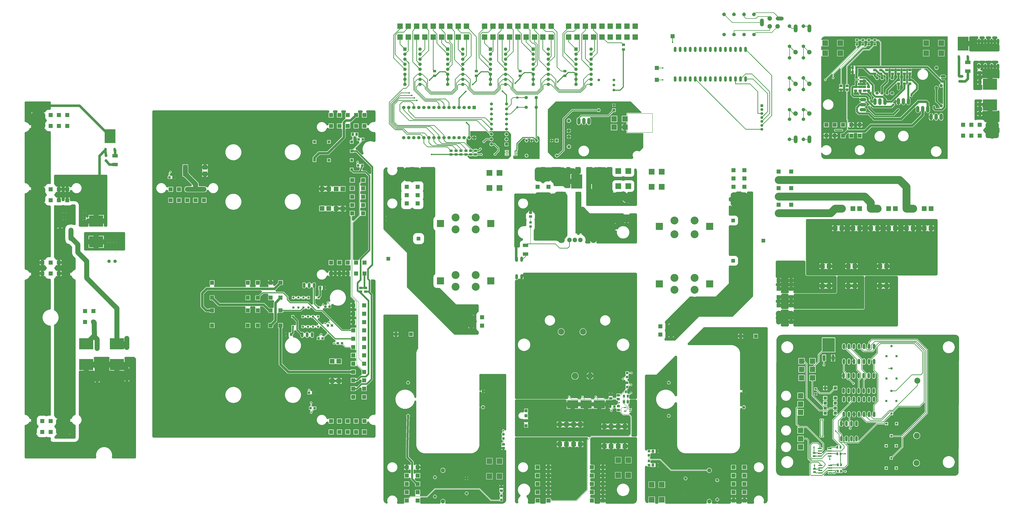
<source format=gtl>
%MOIN*%
%OFA0B0*%
%FSLAX34Y34*%
%IPPOS*%
%LPD*%
%AMOC8*
5,1,8,0,0,$1,112.5*%
%AMOC80*
5,1,8,0,0,$1,-67.5*%
%AMOC81*
5,1,8,0,0,$1,-67.5*%
%AMOC80*
5,1,8,0,0,$1,22.5*%
%AMOC81*
5,1,8,0,0,$1,112.5*%
%AMOC80*
5,1,8,0,0,$1,22.5*%
%AMOC81*
5,1,8,0,0,$1,22.5*%
%AMOC80*
5,1,8,0,0,$1,-67.5*%
%AMOC81*
5,1,8,0,0,$1,-67.5*%
%ADD10C,0.060000000000000005*%
%ADD11C,0.055000000000000007*%
%ADD12R,0.082677165354330714X0.082677165354330714*%
%ADD13C,0.057086614173228349*%
%ADD14C,0.082677165354330714*%
%ADD15C,0.0562992125984252*%
%ADD16R,0.047244094488188976X0.047244094488188976*%
%ADD17R,0.051181102362204731X0.059055118110236227*%
%ADD18R,0.075000000000000011X0.075000000000000011*%
%ADD19R,0.1125X0.1125*%
%ADD20C,0.15748031496062992*%
%ADD21R,0.14X0.14*%
%ADD22C,0.0078740157480314977*%
%ADD23C,0.11811023622047245*%
%ADD34C,0.060000000000000005*%
%ADD35C,0.055000000000000007*%
%ADD36R,0.082677165354330714X0.082677165354330714*%
%ADD37C,0.057086614173228349*%
%ADD38C,0.082677165354330714*%
%ADD39C,0.0562992125984252*%
%ADD40R,0.047244094488188976X0.047244094488188976*%
%ADD41R,0.059055118110236227X0.051181102362204731*%
%ADD42R,0.075000000000000011X0.075000000000000011*%
%ADD43R,0.1125X0.1125*%
%ADD44C,0.15748031496062992*%
%ADD45R,0.14X0.14*%
%ADD46C,0.04*%
%ADD47C,0.0078740157480314977*%
%ADD48C,0.029779527559055118*%
%ADD49C,0.11811023622047245*%
%ADD50R,0.03937007874015748X0.055118110236220472*%
%ADD51R,0.051181102362204731X0.059055118110236227*%
%ADD52R,0.047244094488188976X0.021653543307086617*%
%ADD53R,0.059055118110236227X0.051181102362204731*%
%ADD54R,0.49212598425196852X0.12401574803149606*%
%ADD55R,0.11220472440944883X0.39370078740157483*%
%ADD56R,0.22047244094488189X0.28464566929133861*%
%ADD57C,0.15748031496062992*%
%ADD58C,0.124*%
%ADD59P,0.1342163779527559X8X202.5*%
%ADD60R,0.016141732283464567X0.028346456692913385*%
%ADD61R,0.22000000000000003X0.16*%
%ADD62R,0.047244094488188976X0.047244094488188976*%
%ADD63C,0.089763779527559054*%
%ADD64C,0.11988188976377953*%
%ADD65R,0.094488188976377951X0.094488188976377951*%
%ADD66C,0.052000000000000005*%
%ADD67R,0.10629921259842522X0.070866141732283464*%
%ADD68R,0.082677165354330714X0.082677165354330714*%
%ADD69R,0.1125X0.1125*%
%ADD70R,0.062007874015748032X0.062007874015748032*%
%ADD71R,0.076771653543307089X0.076771653543307089*%
%ADD72C,0.0078740157480314977*%
%ADD73C,0.029779527559055118*%
%ADD74C,0.11811023622047245*%
%ADD75C,0.012000000000000002*%
%ADD76C,0.05*%
%ADD77C,0.15748031496062992*%
%ADD78R,0.059055118110236227X0.051181102362204731*%
%ADD79C,0.064*%
%ADD80C,0.066*%
%ADD81C,0.066*%
%ADD82R,0.056692913385826771X0.03937007874015748*%
%ADD83R,0.056692913385826771X0.047244094488188976*%
%ADD84C,0.052000000000000005*%
%ADD85R,0.051181102362204731X0.059055118110236227*%
%ADD86R,0.038342519685039371X0.067633858267716535*%
%ADD87R,0.21826377952755907X0.27562598425196849*%
%ADD88R,0.10629921259842522X0.070866141732283464*%
%ADD89R,0.28464566929133861X0.22047244094488189*%
%ADD90R,0.082677165354330714X0.082677165354330714*%
%ADD91R,0.1125X0.1125*%
%ADD92R,0.047244094488188976X0.047244094488188976*%
%ADD93R,0.076771653543307089X0.076771653543307089*%
%ADD94C,0.03937007874015748*%
%ADD95C,0.029779527559055118*%
%ADD96C,0.0078740157480314977*%
%ADD97C,0.024000000000000004*%
%ADD98C,0.032*%
%ADD99C,0.05*%
%ADD100C,0.1*%
%ADD101R,0.082677165354330714X0.082677165354330714*%
%ADD102R,0.047244094488188976X0.047244094488188976*%
%ADD103R,0.07874015748031496X0.07874015748031496*%
%ADD104R,0.043622047244094492X0.043622047244094492*%
%ADD105R,0.094488188976377951X0.094488188976377951*%
%ADD106R,0.055433070866141729X0.055433070866141729*%
%ADD107C,0.052000000000000005*%
%ADD108R,0.051181102362204731X0.059055118110236227*%
%ADD109R,0.28464566929133861X0.22047244094488189*%
%ADD110R,0.076771653543307089X0.076771653543307089*%
%ADD111C,0.066*%
%ADD112R,0.059055118110236227X0.051181102362204731*%
%ADD113R,0.038342519685039371X0.067633858267716535*%
%ADD114R,0.21826377952755907X0.27562598425196849*%
%ADD115R,0.10629921259842522X0.070866141732283464*%
%ADD116P,0.056284291338582683X8X112.5*%
%ADD117C,0.0078740157480314977*%
%ADD118C,0.029779527559055118*%
%ADD119C,0.05*%
%ADD120C,0.032*%
%ADD121C,0.024000000000000004*%
%ADD122C,0.11811023622047245*%
%ADD123C,0.1*%
%ADD124C,0.02*%
%ADD125R,0.043622047244094492X0.043622047244094492*%
%ADD126C,0.11811023622047245*%
%ADD127R,0.064960629921259838X0.064960629921259838*%
%ADD128C,0.052000000000000005*%
%ADD129R,0.24606299212598426X0.27559055118110237*%
%ADD130R,0.059055118110236227X0.11811023622047245*%
%ADD131C,0.0058070866141732283*%
%ADD132R,0.10629921259842522X0.10629921259842522*%
%ADD133R,0.039685039370078744X0.039685039370078744*%
%ADD134R,0.03582677165354331X0.054724409448818893*%
%ADD135R,0.0562992125984252X0.037007874015748031*%
%ADD136R,0.037007874015748031X0.0562992125984252*%
%ADD137C,0.029779527559055118*%
%ADD138C,0.011811023622047244*%
%ADD139C,0.012000000000000002*%
%ADD140P,0.068190551181102371X8X292.5*%
%ADD141P,0.068190551181102371X8X112.5*%
%ADD142C,0.066*%
%ADD143R,0.066X0.066*%
%ADD144C,0.066*%
%ADD145R,0.066929133858267723X0.066929133858267723*%
%ADD146C,0.066929133858267723*%
%ADD147R,0.059000000000000004X0.059000000000000004*%
%ADD148C,0.059000000000000004*%
%ADD149P,0.068190551181102371X8X202.5*%
%ADD150R,0.044803149606299213X0.044803149606299213*%
%ADD151C,0.044803149606299213*%
%ADD152R,0.059055118110236227X0.051181102362204731*%
%ADD153R,0.059055118110236227X0.047244094488188976*%
%ADD154R,0.10629921259842522X0.10629921259842522*%
%ADD155C,0.006000000000000001*%
%ADD156R,0.054X0.018000000000000002*%
%ADD157R,0.052283464566929137X0.052283464566929137*%
%ADD158C,0.052283464566929137*%
%ADD159C,0.01968503937007874*%
%ADD160C,0.031748031496062992*%
%ADD161C,0.016*%
%ADD162C,0.012000000000000002*%
%ADD163C,0.052000000000000005*%
%ADD164R,0.056000000000000008X0.056000000000000008*%
%ADD165C,0.056000000000000008*%
%ADD166R,0.07874015748031496X0.07874015748031496*%
%ADD167C,0.07*%
%ADD168P,0.075767283464566931X8X292.5*%
%ADD169P,0.075767283464566931X8X112.5*%
%ADD170C,0.078000000000000014*%
%ADD171P,0.092003149606299212X8X292.5*%
%ADD172C,0.029779527559055118*%
%ADD173C,0.01*%
%ADD174C,0.012000000000000002*%
%ADD175C,0.008*%
%ADD176R,0.07874015748031496X0.07874015748031496*%
%ADD177R,0.094488188976377951X0.094488188976377951*%
%ADD178C,0.15748031496062992*%
%ADD179C,0.11811023622047245*%
%ADD180C,0.1*%
G75*
G01*
G36*
X0148418Y0035236D02*
X0148418Y0035236D01*
X0148418Y0035236D01*
X0148418Y0035250D01*
X0148417Y0035264D01*
X0148417Y0035264D01*
X0148417Y0035264D01*
X0148414Y0035277D01*
X0148412Y0035291D01*
X0148412Y0035291D01*
X0148412Y0035292D01*
X0148408Y0035305D01*
X0148404Y0035318D01*
X0148404Y0035318D01*
X0148404Y0035319D01*
X0148399Y0035331D01*
X0148394Y0035344D01*
X0148394Y0035344D01*
X0148393Y0035344D01*
X0148387Y0035357D01*
X0148380Y0035369D01*
X0148380Y0035369D01*
X0148380Y0035369D01*
X0148372Y0035381D01*
X0148364Y0035392D01*
X0148364Y0035392D01*
X0148364Y0035392D01*
X0148354Y0035402D01*
X0148345Y0035413D01*
X0148345Y0035413D01*
X0148345Y0035413D01*
X0148335Y0035422D01*
X0148324Y0035431D01*
X0148324Y0035431D01*
X0148324Y0035431D01*
X0148313Y0035439D01*
X0148301Y0035447D01*
X0148301Y0035448D01*
X0148301Y0035448D01*
X0148289Y0035454D01*
X0148277Y0035461D01*
X0148277Y0035461D01*
X0148277Y0035461D01*
X0148264Y0035466D01*
X0148251Y0035472D01*
X0148251Y0035472D01*
X0148251Y0035472D01*
X0148238Y0035476D01*
X0148224Y0035479D01*
X0148224Y0035480D01*
X0148224Y0035480D01*
X0148210Y0035482D01*
X0148196Y0035484D01*
X0148196Y0035484D01*
X0148196Y0035484D01*
X0148168Y0035486D01*
X0135826Y0035486D01*
X0135826Y0035486D01*
X0135826Y0035486D01*
X0135812Y0035485D01*
X0135798Y0035484D01*
X0135798Y0035484D01*
X0135798Y0035484D01*
X0135784Y0035482D01*
X0135771Y0035479D01*
X0135770Y0035479D01*
X0135770Y0035479D01*
X0135756Y0035475D01*
X0135744Y0035472D01*
X0135744Y0035472D01*
X0135743Y0035472D01*
X0135731Y0035466D01*
X0135718Y0035461D01*
X0135718Y0035461D01*
X0135717Y0035461D01*
X0135705Y0035454D01*
X0135693Y0035447D01*
X0135693Y0035447D01*
X0135693Y0035447D01*
X0135681Y0035439D01*
X0135670Y0035431D01*
X0135670Y0035431D01*
X0135670Y0035431D01*
X0135650Y0035412D01*
X0132580Y0032343D01*
X0132580Y0032343D01*
X0132580Y0032343D01*
X0132571Y0032333D01*
X0132561Y0032322D01*
X0132561Y0032322D01*
X0132561Y0032322D01*
X0132553Y0032310D01*
X0132545Y0032299D01*
X0132545Y0032299D01*
X0132545Y0032299D01*
X0132537Y0032285D01*
X0132531Y0032274D01*
X0132531Y0032274D01*
X0132531Y0032274D01*
X0132526Y0032261D01*
X0132520Y0032248D01*
X0132520Y0032248D01*
X0132520Y0032248D01*
X0132516Y0032234D01*
X0132513Y0032221D01*
X0132513Y0032221D01*
X0132513Y0032221D01*
X0132510Y0032207D01*
X0132508Y0032194D01*
X0132508Y0032194D01*
X0132508Y0032194D01*
X0132507Y0032180D01*
X0132507Y0032166D01*
X0132507Y0032166D01*
X0132507Y0032166D01*
X0132507Y0032153D01*
X0132508Y0032138D01*
X0132508Y0032138D01*
X0132508Y0032138D01*
X0132510Y0032126D01*
X0132513Y0032110D01*
X0132513Y0032110D01*
X0132513Y0032110D01*
X0132517Y0032097D01*
X0132521Y0032083D01*
X0132521Y0032083D01*
X0132521Y0032083D01*
X0132526Y0032070D01*
X0132531Y0032057D01*
X0132531Y0032057D01*
X0132531Y0032057D01*
X0132538Y0032045D01*
X0132545Y0032033D01*
X0132545Y0032033D01*
X0132545Y0032033D01*
X0132553Y0032022D01*
X0132561Y0032010D01*
X0132561Y0032010D01*
X0132561Y0032010D01*
X0132571Y0031999D01*
X0132580Y0031989D01*
X0132580Y0031989D01*
X0132580Y0031989D01*
X0132592Y0031979D01*
X0132601Y0031970D01*
X0132601Y0031970D01*
X0132601Y0031970D01*
X0132612Y0031962D01*
X0132624Y0031954D01*
X0132624Y0031954D01*
X0132624Y0031954D01*
X0132636Y0031947D01*
X0132648Y0031941D01*
X0132648Y0031941D01*
X0132648Y0031941D01*
X0132662Y0031935D01*
X0132674Y0031930D01*
X0132674Y0031930D01*
X0132674Y0031930D01*
X0132687Y0031926D01*
X0132701Y0031922D01*
X0132701Y0031922D01*
X0132701Y0031922D01*
X0132715Y0031920D01*
X0132729Y0031917D01*
X0132729Y0031917D01*
X0132729Y0031917D01*
X0132756Y0031916D01*
X0141396Y0031916D01*
X0141842Y0031796D01*
X0142242Y0031565D01*
X0142569Y0031239D01*
X0142800Y0030838D01*
X0142920Y0030392D01*
X0142920Y0023184D01*
X0142920Y0023181D01*
X0142920Y0023179D01*
X0142921Y0023167D01*
X0142921Y0023156D01*
X0142922Y0023153D01*
X0142922Y0023151D01*
X0142924Y0023139D01*
X0142926Y0023128D01*
X0142927Y0023126D01*
X0142927Y0023123D01*
X0142931Y0023112D01*
X0142934Y0023101D01*
X0142935Y0023099D01*
X0142936Y0023096D01*
X0142940Y0023086D01*
X0142945Y0023075D01*
X0142946Y0023073D01*
X0142947Y0023071D01*
X0142953Y0023061D01*
X0142958Y0023050D01*
X0142960Y0023049D01*
X0142961Y0023046D01*
X0142968Y0023037D01*
X0142974Y0023028D01*
X0142976Y0023026D01*
X0142977Y0023024D01*
X0142985Y0023015D01*
X0142993Y0023007D01*
X0142995Y0023005D01*
X0142997Y0023003D01*
X0143005Y0022996D01*
X0143014Y0022988D01*
X0143016Y0022987D01*
X0143018Y0022985D01*
X0143027Y0022979D01*
X0143037Y0022972D01*
X0143039Y0022971D01*
X0143041Y0022969D01*
X0143051Y0022964D01*
X0143062Y0022958D01*
X0143064Y0022957D01*
X0143066Y0022956D01*
X0143077Y0022952D01*
X0143087Y0022948D01*
X0143090Y0022947D01*
X0143092Y0022946D01*
X0143103Y0022943D01*
X0143114Y0022940D01*
X0143117Y0022939D01*
X0143119Y0022939D01*
X0143131Y0022937D01*
X0143142Y0022935D01*
X0143144Y0022935D01*
X0143147Y0022935D01*
X0143158Y0022934D01*
X0143170Y0022934D01*
X0143172Y0022934D01*
X0143175Y0022934D01*
X0143186Y0022935D01*
X0143198Y0022935D01*
X0143200Y0022936D01*
X0143203Y0022936D01*
X0143214Y0022938D01*
X0143226Y0022940D01*
X0143228Y0022941D01*
X0143230Y0022941D01*
X0143242Y0022945D01*
X0143253Y0022948D01*
X0143255Y0022949D01*
X0143257Y0022949D01*
X0143268Y0022954D01*
X0143279Y0022958D01*
X0143281Y0022960D01*
X0143283Y0022961D01*
X0143293Y0022966D01*
X0143303Y0022972D01*
X0143305Y0022973D01*
X0143307Y0022975D01*
X0143316Y0022982D01*
X0143326Y0022988D01*
X0143328Y0022990D01*
X0143330Y0022991D01*
X0143338Y0022999D01*
X0143347Y0023007D01*
X0143348Y0023009D01*
X0143350Y0023010D01*
X0143358Y0023020D01*
X0143360Y0023022D01*
X0143401Y0023062D01*
X0143415Y0023073D01*
X0143415Y0022761D01*
X0143415Y0022449D01*
X0143401Y0022460D01*
X0143360Y0022500D01*
X0143357Y0022503D01*
X0143350Y0022512D01*
X0143348Y0022513D01*
X0143347Y0022515D01*
X0143338Y0022523D01*
X0143329Y0022531D01*
X0143327Y0022532D01*
X0143326Y0022534D01*
X0143316Y0022541D01*
X0143307Y0022547D01*
X0143305Y0022549D01*
X0143303Y0022550D01*
X0143292Y0022556D01*
X0143282Y0022561D01*
X0143280Y0022562D01*
X0143278Y0022564D01*
X0143267Y0022568D01*
X0143257Y0022573D01*
X0143254Y0022573D01*
X0143252Y0022574D01*
X0143241Y0022577D01*
X0143230Y0022581D01*
X0143228Y0022581D01*
X0143225Y0022582D01*
X0143214Y0022584D01*
X0143202Y0022586D01*
X0143200Y0022586D01*
X0143198Y0022587D01*
X0143186Y0022587D01*
X0143174Y0022588D01*
X0143172Y0022588D01*
X0143170Y0022588D01*
X0143158Y0022588D01*
X0143146Y0022587D01*
X0143144Y0022587D01*
X0143142Y0022587D01*
X0143130Y0022585D01*
X0143119Y0022583D01*
X0143116Y0022582D01*
X0143114Y0022582D01*
X0143103Y0022579D01*
X0143092Y0022576D01*
X0143089Y0022575D01*
X0143087Y0022574D01*
X0143076Y0022570D01*
X0143065Y0022565D01*
X0143063Y0022564D01*
X0143061Y0022563D01*
X0143051Y0022558D01*
X0143041Y0022552D01*
X0143039Y0022551D01*
X0143037Y0022550D01*
X0143027Y0022543D01*
X0143018Y0022536D01*
X0143016Y0022535D01*
X0143014Y0022534D01*
X0143005Y0022526D01*
X0142996Y0022518D01*
X0142995Y0022516D01*
X0142993Y0022515D01*
X0142985Y0022506D01*
X0142977Y0022498D01*
X0142976Y0022496D01*
X0142974Y0022494D01*
X0142967Y0022484D01*
X0142961Y0022475D01*
X0142959Y0022473D01*
X0142958Y0022471D01*
X0142952Y0022461D01*
X0142947Y0022451D01*
X0142946Y0022448D01*
X0142944Y0022446D01*
X0142940Y0022436D01*
X0142935Y0022425D01*
X0142935Y0022423D01*
X0142934Y0022420D01*
X0142931Y0022409D01*
X0142927Y0022398D01*
X0142927Y0022396D01*
X0142926Y0022393D01*
X0142924Y0022382D01*
X0142922Y0022371D01*
X0142922Y0022368D01*
X0142921Y0022366D01*
X0142921Y0022354D01*
X0142920Y0022343D01*
X0142920Y0022340D01*
X0142920Y0022338D01*
X0142920Y0019955D01*
X0142920Y0019955D01*
X0142920Y0019955D01*
X0142921Y0019940D01*
X0142921Y0019927D01*
X0142921Y0019927D01*
X0142921Y0019927D01*
X0142924Y0019912D01*
X0142926Y0019899D01*
X0142926Y0019899D01*
X0142926Y0019899D01*
X0142930Y0019885D01*
X0142934Y0019872D01*
X0142934Y0019872D01*
X0142934Y0019872D01*
X0142939Y0019860D01*
X0142945Y0019847D01*
X0142945Y0019847D01*
X0142945Y0019846D01*
X0142951Y0019835D01*
X0142958Y0019822D01*
X0142958Y0019822D01*
X0142958Y0019822D01*
X0142968Y0019809D01*
X0142974Y0019799D01*
X0142975Y0019799D01*
X0142975Y0019799D01*
X0142985Y0019788D01*
X0142993Y0019778D01*
X0142993Y0019778D01*
X0142993Y0019778D01*
X0143003Y0019769D01*
X0143014Y0019760D01*
X0143014Y0019760D01*
X0143014Y0019759D01*
X0143025Y0019752D01*
X0143037Y0019743D01*
X0143037Y0019743D01*
X0143037Y0019743D01*
X0143049Y0019737D01*
X0143062Y0019730D01*
X0143062Y0019730D01*
X0143062Y0019730D01*
X0143075Y0019724D01*
X0143087Y0019719D01*
X0143088Y0019719D01*
X0143088Y0019719D01*
X0143100Y0019715D01*
X0143114Y0019711D01*
X0143114Y0019711D01*
X0143115Y0019711D01*
X0143129Y0019709D01*
X0143142Y0019707D01*
X0143142Y0019707D01*
X0143142Y0019707D01*
X0143158Y0019706D01*
X0143170Y0019705D01*
X0143170Y0019705D01*
X0143170Y0019705D01*
X0143185Y0019706D01*
X0143198Y0019707D01*
X0143198Y0019707D01*
X0143198Y0019707D01*
X0143215Y0019710D01*
X0143226Y0019711D01*
X0143226Y0019711D01*
X0143226Y0019711D01*
X0143240Y0019716D01*
X0143253Y0019719D01*
X0143253Y0019719D01*
X0143253Y0019719D01*
X0143267Y0019725D01*
X0143279Y0019730D01*
X0143279Y0019730D01*
X0143279Y0019730D01*
X0143291Y0019737D01*
X0143303Y0019744D01*
X0143303Y0019744D01*
X0143303Y0019744D01*
X0143316Y0019753D01*
X0143326Y0019760D01*
X0143326Y0019760D01*
X0143326Y0019760D01*
X0143347Y0019778D01*
X0143450Y0019882D01*
X0143590Y0019940D01*
X0143740Y0019940D01*
X0143879Y0019882D01*
X0143986Y0019775D01*
X0144044Y0019636D01*
X0144044Y0019486D01*
X0143986Y0019346D01*
X0143879Y0019240D01*
X0143740Y0019182D01*
X0143590Y0019182D01*
X0143450Y0019240D01*
X0143347Y0019344D01*
X0143347Y0019344D01*
X0143347Y0019344D01*
X0143337Y0019352D01*
X0143326Y0019362D01*
X0143326Y0019362D01*
X0143326Y0019362D01*
X0143314Y0019371D01*
X0143303Y0019378D01*
X0143303Y0019378D01*
X0143303Y0019378D01*
X0143290Y0019386D01*
X0143278Y0019392D01*
X0143278Y0019392D01*
X0143278Y0019392D01*
X0143264Y0019398D01*
X0143252Y0019403D01*
X0143252Y0019403D01*
X0143252Y0019403D01*
X0143239Y0019407D01*
X0143225Y0019410D01*
X0143225Y0019410D01*
X0143225Y0019410D01*
X0143211Y0019413D01*
X0143198Y0019415D01*
X0143198Y0019415D01*
X0143198Y0019415D01*
X0143184Y0019416D01*
X0143170Y0019417D01*
X0143170Y0019417D01*
X0143170Y0019417D01*
X0143156Y0019416D01*
X0143142Y0019415D01*
X0143142Y0019415D01*
X0143142Y0019415D01*
X0143130Y0019413D01*
X0143114Y0019410D01*
X0143114Y0019410D01*
X0143114Y0019410D01*
X0143102Y0019407D01*
X0143087Y0019403D01*
X0143087Y0019403D01*
X0143087Y0019403D01*
X0143075Y0019397D01*
X0143061Y0019392D01*
X0143061Y0019392D01*
X0143061Y0019392D01*
X0143048Y0019385D01*
X0143037Y0019378D01*
X0143037Y0019378D01*
X0143037Y0019378D01*
X0143027Y0019371D01*
X0143014Y0019362D01*
X0143014Y0019362D01*
X0143014Y0019362D01*
X0143004Y0019353D01*
X0142993Y0019343D01*
X0142993Y0019343D01*
X0142993Y0019343D01*
X0142984Y0019333D01*
X0142974Y0019322D01*
X0142974Y0019322D01*
X0142974Y0019322D01*
X0142966Y0019311D01*
X0142958Y0019300D01*
X0142958Y0019299D01*
X0142958Y0019299D01*
X0142951Y0019287D01*
X0142945Y0019275D01*
X0142945Y0019275D01*
X0142944Y0019275D01*
X0142939Y0019262D01*
X0142934Y0019249D01*
X0142934Y0019249D01*
X0142934Y0019249D01*
X0142930Y0019236D01*
X0142926Y0019222D01*
X0142926Y0019222D01*
X0142926Y0019222D01*
X0142924Y0019208D01*
X0142921Y0019194D01*
X0142921Y0019194D01*
X0142921Y0019194D01*
X0142920Y0019167D01*
X0142920Y0011930D01*
X0142800Y0011484D01*
X0142569Y0011083D01*
X0142242Y0010757D01*
X0141842Y0010525D01*
X0141396Y0010406D01*
X0131934Y0010406D01*
X0131487Y0010525D01*
X0131087Y0010757D01*
X0130760Y0011083D01*
X0130529Y0011484D01*
X0130410Y0011930D01*
X0130410Y0020316D01*
X0130410Y0020321D01*
X0130410Y0020326D01*
X0130409Y0020335D01*
X0130408Y0020344D01*
X0130407Y0020349D01*
X0130407Y0020354D01*
X0130405Y0020363D01*
X0130404Y0020372D01*
X0130402Y0020377D01*
X0130401Y0020381D01*
X0130398Y0020390D01*
X0130396Y0020399D01*
X0130394Y0020403D01*
X0130392Y0020408D01*
X0130389Y0020416D01*
X0130385Y0020425D01*
X0130383Y0020429D01*
X0130381Y0020433D01*
X0130376Y0020441D01*
X0130371Y0020449D01*
X0130369Y0020453D01*
X0130366Y0020457D01*
X0130361Y0020465D01*
X0130355Y0020472D01*
X0130352Y0020476D01*
X0130349Y0020480D01*
X0130343Y0020486D01*
X0130337Y0020493D01*
X0130333Y0020496D01*
X0130330Y0020500D01*
X0130323Y0020506D01*
X0130316Y0020512D01*
X0130312Y0020515D01*
X0130308Y0020518D01*
X0130300Y0020523D01*
X0130293Y0020528D01*
X0130289Y0020530D01*
X0130285Y0020533D01*
X0130276Y0020537D01*
X0130268Y0020542D01*
X0130264Y0020543D01*
X0130260Y0020546D01*
X0130251Y0020549D01*
X0130242Y0020552D01*
X0130238Y0020554D01*
X0130233Y0020555D01*
X0130224Y0020558D01*
X0130215Y0020560D01*
X0130211Y0020561D01*
X0130206Y0020562D01*
X0130197Y0020563D01*
X0130188Y0020565D01*
X0130183Y0020565D01*
X0130178Y0020566D01*
X0130169Y0020566D01*
X0130160Y0020566D01*
X0130155Y0020566D01*
X0130150Y0020566D01*
X0130141Y0020565D01*
X0130132Y0020565D01*
X0130127Y0020564D01*
X0130122Y0020563D01*
X0130113Y0020562D01*
X0130104Y0020560D01*
X0130099Y0020559D01*
X0130095Y0020558D01*
X0130086Y0020555D01*
X0130077Y0020552D01*
X0130073Y0020550D01*
X0130068Y0020549D01*
X0130060Y0020545D01*
X0130051Y0020541D01*
X0130047Y0020539D01*
X0130043Y0020537D01*
X0130035Y0020532D01*
X0130027Y0020528D01*
X0130023Y0020525D01*
X0130019Y0020523D01*
X0130011Y0020517D01*
X0130004Y0020512D01*
X0130000Y0020508D01*
X0129997Y0020506D01*
X0129990Y0020499D01*
X0129983Y0020493D01*
X0129980Y0020489D01*
X0129976Y0020486D01*
X0129970Y0020479D01*
X0129964Y0020472D01*
X0129961Y0020468D01*
X0129958Y0020464D01*
X0129953Y0020456D01*
X0129948Y0020449D01*
X0129946Y0020445D01*
X0129943Y0020441D01*
X0129685Y0019994D01*
X0129332Y0019641D01*
X0128898Y0019390D01*
X0128415Y0019261D01*
X0127915Y0019261D01*
X0127431Y0019390D01*
X0126998Y0019641D01*
X0126644Y0019994D01*
X0126394Y0020428D01*
X0126265Y0020911D01*
X0126265Y0021411D01*
X0126394Y0021894D01*
X0126644Y0022328D01*
X0126998Y0022681D01*
X0127431Y0022931D01*
X0127915Y0023061D01*
X0128415Y0023061D01*
X0128898Y0022931D01*
X0129332Y0022681D01*
X0129685Y0022328D01*
X0129943Y0021880D01*
X0129946Y0021877D01*
X0129948Y0021872D01*
X0129954Y0021865D01*
X0129959Y0021857D01*
X0129962Y0021853D01*
X0129965Y0021850D01*
X0129971Y0021843D01*
X0129977Y0021835D01*
X0129980Y0021832D01*
X0129983Y0021829D01*
X0129990Y0021822D01*
X0129997Y0021816D01*
X0130001Y0021813D01*
X0130004Y0021810D01*
X0130012Y0021805D01*
X0130019Y0021799D01*
X0130023Y0021796D01*
X0130027Y0021794D01*
X0130035Y0021789D01*
X0130043Y0021784D01*
X0130047Y0021782D01*
X0130052Y0021780D01*
X0130060Y0021777D01*
X0130069Y0021773D01*
X0130073Y0021771D01*
X0130077Y0021769D01*
X0130086Y0021767D01*
X0130095Y0021764D01*
X0130100Y0021763D01*
X0130104Y0021762D01*
X0130114Y0021760D01*
X0130123Y0021758D01*
X0130127Y0021758D01*
X0130132Y0021757D01*
X0130141Y0021757D01*
X0130151Y0021756D01*
X0130155Y0021756D01*
X0130160Y0021755D01*
X0130169Y0021756D01*
X0130179Y0021756D01*
X0130183Y0021757D01*
X0130188Y0021757D01*
X0130197Y0021759D01*
X0130207Y0021760D01*
X0130211Y0021761D01*
X0130216Y0021762D01*
X0130225Y0021764D01*
X0130234Y0021767D01*
X0130238Y0021768D01*
X0130243Y0021770D01*
X0130251Y0021773D01*
X0130260Y0021776D01*
X0130264Y0021779D01*
X0130269Y0021780D01*
X0130277Y0021785D01*
X0130285Y0021789D01*
X0130289Y0021792D01*
X0130293Y0021794D01*
X0130301Y0021799D01*
X0130308Y0021805D01*
X0130312Y0021807D01*
X0130316Y0021810D01*
X0130323Y0021816D01*
X0130330Y0021822D01*
X0130333Y0021826D01*
X0130337Y0021829D01*
X0130343Y0021836D01*
X0130350Y0021843D01*
X0130352Y0021846D01*
X0130356Y0021850D01*
X0130361Y0021857D01*
X0130367Y0021865D01*
X0130369Y0021869D01*
X0130372Y0021873D01*
X0130376Y0021881D01*
X0130381Y0021889D01*
X0130383Y0021893D01*
X0130385Y0021897D01*
X0130389Y0021906D01*
X0130393Y0021914D01*
X0130394Y0021919D01*
X0130396Y0021923D01*
X0130398Y0021932D01*
X0130401Y0021941D01*
X0130402Y0021946D01*
X0130404Y0021950D01*
X0130405Y0021959D01*
X0130407Y0021969D01*
X0130408Y0021973D01*
X0130408Y0021978D01*
X0130409Y0021987D01*
X0130410Y0021997D01*
X0130410Y0022001D01*
X0130410Y0022005D01*
X0130410Y0029569D01*
X0130410Y0029569D01*
X0130410Y0029569D01*
X0130409Y0029584D01*
X0130408Y0029597D01*
X0130408Y0029597D01*
X0130408Y0029597D01*
X0130406Y0029612D01*
X0130404Y0029625D01*
X0130404Y0029625D01*
X0130404Y0029625D01*
X0130399Y0029639D01*
X0130396Y0029652D01*
X0130396Y0029652D01*
X0130396Y0029652D01*
X0130391Y0029665D01*
X0130385Y0029678D01*
X0130385Y0029678D01*
X0130385Y0029678D01*
X0130378Y0029691D01*
X0130371Y0029702D01*
X0130371Y0029702D01*
X0130371Y0029702D01*
X0130362Y0029715D01*
X0130355Y0029725D01*
X0130355Y0029725D01*
X0130355Y0029725D01*
X0130345Y0029736D01*
X0130337Y0029746D01*
X0130337Y0029746D01*
X0130336Y0029746D01*
X0130326Y0029755D01*
X0130316Y0029765D01*
X0130316Y0029765D01*
X0130316Y0029765D01*
X0130305Y0029773D01*
X0130293Y0029781D01*
X0130293Y0029781D01*
X0130293Y0029781D01*
X0130281Y0029788D01*
X0130268Y0029795D01*
X0130268Y0029795D01*
X0130268Y0029795D01*
X0130254Y0029800D01*
X0130242Y0029805D01*
X0130242Y0029805D01*
X0130242Y0029805D01*
X0130229Y0029809D01*
X0130215Y0029813D01*
X0130215Y0029813D01*
X0130215Y0029813D01*
X0130201Y0029816D01*
X0130188Y0029818D01*
X0130188Y0029818D01*
X0130188Y0029818D01*
X0130172Y0029819D01*
X0130160Y0029819D01*
X0130160Y0029819D01*
X0130160Y0029819D01*
X0130145Y0029818D01*
X0130132Y0029818D01*
X0130132Y0029818D01*
X0130132Y0029818D01*
X0130117Y0029815D01*
X0130104Y0029813D01*
X0130104Y0029813D01*
X0130104Y0029813D01*
X0130090Y0029809D01*
X0130077Y0029805D01*
X0130077Y0029805D01*
X0130077Y0029805D01*
X0130064Y0029800D01*
X0130051Y0029794D01*
X0130051Y0029794D01*
X0130051Y0029794D01*
X0130039Y0029788D01*
X0130027Y0029781D01*
X0130027Y0029781D01*
X0130027Y0029781D01*
X0130015Y0029772D01*
X0130004Y0029765D01*
X0130004Y0029765D01*
X0130004Y0029764D01*
X0129983Y0029746D01*
X0126274Y0026037D01*
X0124272Y0026037D01*
X0124271Y0026037D01*
X0124271Y0026037D01*
X0124258Y0026036D01*
X0124244Y0026035D01*
X0124243Y0026035D01*
X0124243Y0026035D01*
X0124230Y0026033D01*
X0124216Y0026031D01*
X0124216Y0026031D01*
X0124216Y0026031D01*
X0124202Y0026027D01*
X0124189Y0026023D01*
X0124189Y0026023D01*
X0124189Y0026023D01*
X0124177Y0026018D01*
X0124163Y0026012D01*
X0124163Y0026012D01*
X0124163Y0026012D01*
X0124151Y0026005D01*
X0124138Y0025999D01*
X0124138Y0025998D01*
X0124138Y0025998D01*
X0124127Y0025990D01*
X0124116Y0025982D01*
X0124116Y0025982D01*
X0124115Y0025982D01*
X0124105Y0025973D01*
X0124095Y0025964D01*
X0124095Y0025963D01*
X0124095Y0025963D01*
X0124085Y0025953D01*
X0124076Y0025943D01*
X0124076Y0025943D01*
X0124076Y0025942D01*
X0124068Y0025931D01*
X0124060Y0025920D01*
X0124060Y0025920D01*
X0124060Y0025920D01*
X0124053Y0025908D01*
X0124046Y0025895D01*
X0124046Y0025895D01*
X0124046Y0025895D01*
X0124041Y0025882D01*
X0124036Y0025869D01*
X0124036Y0025869D01*
X0124035Y0025869D01*
X0124032Y0025856D01*
X0124028Y0025842D01*
X0124028Y0025842D01*
X0124028Y0025842D01*
X0124025Y0025828D01*
X0124023Y0025815D01*
X0124023Y0025815D01*
X0124023Y0025814D01*
X0124022Y0025787D01*
X0124022Y0011229D01*
X0124022Y0011222D01*
X0124022Y0011215D01*
X0124023Y0011208D01*
X0124023Y0011201D01*
X0124024Y0011194D01*
X0124025Y0011187D01*
X0124027Y0011181D01*
X0124028Y0011174D01*
X0124030Y0011167D01*
X0124031Y0011160D01*
X0124034Y0011153D01*
X0124036Y0011147D01*
X0124038Y0011140D01*
X0124041Y0011134D01*
X0124044Y0011127D01*
X0124046Y0011121D01*
X0124050Y0011115D01*
X0124053Y0011108D01*
X0124057Y0011102D01*
X0124060Y0011096D01*
X0124064Y0011091D01*
X0124068Y0011085D01*
X0124072Y0011079D01*
X0124076Y0011073D01*
X0124081Y0011068D01*
X0124085Y0011063D01*
X0124090Y0011058D01*
X0124095Y0011052D01*
X0124100Y0011048D01*
X0124105Y0011043D01*
X0124111Y0011038D01*
X0124116Y0011034D01*
X0124122Y0011030D01*
X0124127Y0011025D01*
X0124133Y0011022D01*
X0124139Y0011018D01*
X0124145Y0011014D01*
X0124151Y0011010D01*
X0124157Y0011007D01*
X0124163Y0011004D01*
X0124170Y0011001D01*
X0124176Y0010998D01*
X0124183Y0010996D01*
X0124189Y0010993D01*
X0124196Y0010991D01*
X0124203Y0010989D01*
X0124209Y0010987D01*
X0124216Y0010986D01*
X0124223Y0010984D01*
X0124230Y0010983D01*
X0124237Y0010982D01*
X0124244Y0010981D01*
X0124251Y0010980D01*
X0124258Y0010980D01*
X0124265Y0010980D01*
X0124272Y0010979D01*
X0124279Y0010980D01*
X0124286Y0010980D01*
X0124293Y0010981D01*
X0124300Y0010981D01*
X0124307Y0010982D01*
X0124314Y0010983D01*
X0124321Y0010985D01*
X0124327Y0010986D01*
X0124334Y0010988D01*
X0124341Y0010989D01*
X0124348Y0010992D01*
X0124354Y0010993D01*
X0124361Y0010996D01*
X0124367Y0010998D01*
X0124374Y0011002D01*
X0124380Y0011004D01*
X0124386Y0011008D01*
X0124393Y0011011D01*
X0124399Y0011014D01*
X0124405Y0011018D01*
X0124411Y0011022D01*
X0124417Y0011026D01*
X0124422Y0011030D01*
X0124428Y0011034D01*
X0124433Y0011039D01*
X0124438Y0011043D01*
X0124443Y0011048D01*
X0124449Y0011053D01*
X0124453Y0011058D01*
X0124458Y0011063D01*
X0124463Y0011069D01*
X0124467Y0011074D01*
X0124471Y0011080D01*
X0124476Y0011085D01*
X0124479Y0011091D01*
X0124483Y0011097D01*
X0124487Y0011103D01*
X0124491Y0011109D01*
X0124494Y0011115D01*
X0124497Y0011121D01*
X0124499Y0011126D01*
X0124522Y0011149D01*
X0124551Y0011161D01*
X0125055Y0011161D01*
X0125061Y0011158D01*
X0125068Y0011156D01*
X0125074Y0011153D01*
X0125081Y0011151D01*
X0125087Y0011149D01*
X0125094Y0011147D01*
X0125101Y0011145D01*
X0125108Y0011144D01*
X0125115Y0011143D01*
X0125122Y0011142D01*
X0125129Y0011141D01*
X0125136Y0011140D01*
X0125143Y0011140D01*
X0125150Y0011140D01*
X0125157Y0011139D01*
X0125164Y0011140D01*
X0125171Y0011140D01*
X0125178Y0011140D01*
X0125185Y0011141D01*
X0125192Y0011142D01*
X0125199Y0011143D01*
X0125206Y0011144D01*
X0125213Y0011146D01*
X0125219Y0011148D01*
X0125226Y0011149D01*
X0125233Y0011151D01*
X0125240Y0011153D01*
X0125246Y0011156D01*
X0125252Y0011158D01*
X0125259Y0011161D01*
X0125265Y0011164D01*
X0125271Y0011168D01*
X0125278Y0011171D01*
X0125284Y0011174D01*
X0125290Y0011178D01*
X0125296Y0011182D01*
X0125300Y0011184D01*
X0125338Y0011200D01*
X0125885Y0011200D01*
X0125887Y0011200D01*
X0125887Y0011200D01*
X0125887Y0011200D01*
X0125901Y0011197D01*
X0125914Y0011194D01*
X0125914Y0011193D01*
X0125914Y0011193D01*
X0125928Y0011192D01*
X0125942Y0011190D01*
X0125942Y0011190D01*
X0125942Y0011190D01*
X0125957Y0011190D01*
X0125970Y0011190D01*
X0125970Y0011190D01*
X0125970Y0011190D01*
X0125984Y0011192D01*
X0125998Y0011194D01*
X0125998Y0011194D01*
X0125998Y0011194D01*
X0126012Y0011197D01*
X0126025Y0011200D01*
X0126025Y0011200D01*
X0126026Y0011200D01*
X0126052Y0011209D01*
X0126073Y0011218D01*
X0126092Y0011222D01*
X0126108Y0011222D01*
X0126108Y0010826D01*
X0126108Y0010431D01*
X0126092Y0010431D01*
X0126073Y0010435D01*
X0126052Y0010444D01*
X0126051Y0010444D01*
X0126051Y0010444D01*
X0126039Y0010448D01*
X0126025Y0010453D01*
X0126025Y0010453D01*
X0126025Y0010453D01*
X0126012Y0010456D01*
X0125998Y0010459D01*
X0125998Y0010459D01*
X0125997Y0010459D01*
X0125984Y0010461D01*
X0125970Y0010462D01*
X0125970Y0010462D01*
X0125970Y0010462D01*
X0125956Y0010462D01*
X0125942Y0010462D01*
X0125942Y0010462D01*
X0125942Y0010462D01*
X0125929Y0010461D01*
X0125914Y0010459D01*
X0125914Y0010459D01*
X0125914Y0010459D01*
X0125900Y0010456D01*
X0125887Y0010453D01*
X0125887Y0010453D01*
X0125886Y0010453D01*
X0125885Y0010452D01*
X0125368Y0010452D01*
X0125367Y0010452D01*
X0125367Y0010452D01*
X0125354Y0010451D01*
X0125340Y0010451D01*
X0125340Y0010451D01*
X0125339Y0010451D01*
X0125327Y0010448D01*
X0125312Y0010446D01*
X0125312Y0010446D01*
X0125312Y0010446D01*
X0125298Y0010442D01*
X0125285Y0010438D01*
X0125285Y0010438D01*
X0125285Y0010438D01*
X0125272Y0010433D01*
X0125259Y0010427D01*
X0125259Y0010427D01*
X0125259Y0010427D01*
X0125247Y0010421D01*
X0125235Y0010414D01*
X0125234Y0010414D01*
X0125234Y0010414D01*
X0125223Y0010406D01*
X0125212Y0010398D01*
X0125212Y0010398D01*
X0125212Y0010397D01*
X0125201Y0010388D01*
X0125191Y0010379D01*
X0125191Y0010379D01*
X0125191Y0010379D01*
X0125181Y0010368D01*
X0125172Y0010358D01*
X0125172Y0010358D01*
X0125172Y0010358D01*
X0125164Y0010347D01*
X0125156Y0010335D01*
X0125156Y0010335D01*
X0125156Y0010335D01*
X0125149Y0010323D01*
X0125142Y0010311D01*
X0125142Y0010310D01*
X0125142Y0010310D01*
X0125137Y0010298D01*
X0125132Y0010285D01*
X0125132Y0010285D01*
X0125132Y0010284D01*
X0125128Y0010271D01*
X0125124Y0010258D01*
X0125124Y0010258D01*
X0125124Y0010257D01*
X0125121Y0010244D01*
X0125119Y0010230D01*
X0125119Y0010230D01*
X0125119Y0010230D01*
X0125118Y0010202D01*
X0125118Y0009767D01*
X0125106Y0009738D01*
X0125073Y0009706D01*
X0125073Y0009706D01*
X0125073Y0009706D01*
X0125063Y0009695D01*
X0125054Y0009685D01*
X0125054Y0009685D01*
X0125054Y0009685D01*
X0125045Y0009672D01*
X0125038Y0009662D01*
X0125038Y0009662D01*
X0125038Y0009662D01*
X0125031Y0009649D01*
X0125025Y0009637D01*
X0125025Y0009637D01*
X0125025Y0009637D01*
X0125019Y0009623D01*
X0125014Y0009612D01*
X0125014Y0009611D01*
X0125014Y0009611D01*
X0125010Y0009597D01*
X0125006Y0009585D01*
X0125006Y0009585D01*
X0125006Y0009584D01*
X0125004Y0009571D01*
X0125001Y0009557D01*
X0125001Y0009557D01*
X0125001Y0009557D01*
X0125001Y0009543D01*
X0125000Y0009529D01*
X0125000Y0009529D01*
X0125000Y0009529D01*
X0125001Y0009515D01*
X0125001Y0009501D01*
X0125001Y0009501D01*
X0125001Y0009501D01*
X0125004Y0009488D01*
X0125006Y0009473D01*
X0125006Y0009473D01*
X0125006Y0009473D01*
X0125010Y0009460D01*
X0125014Y0009446D01*
X0125014Y0009446D01*
X0125014Y0009446D01*
X0125019Y0009434D01*
X0125025Y0009420D01*
X0125025Y0009420D01*
X0125025Y0009420D01*
X0125031Y0009409D01*
X0125038Y0009396D01*
X0125038Y0009396D01*
X0125038Y0009396D01*
X0125045Y0009386D01*
X0125055Y0009373D01*
X0125055Y0009373D01*
X0125055Y0009373D01*
X0125063Y0009363D01*
X0125073Y0009352D01*
X0125073Y0009352D01*
X0125073Y0009352D01*
X0125085Y0009342D01*
X0125094Y0009333D01*
X0125094Y0009333D01*
X0125094Y0009333D01*
X0125106Y0009325D01*
X0125117Y0009317D01*
X0125117Y0009317D01*
X0125117Y0009317D01*
X0125129Y0009311D01*
X0125142Y0009304D01*
X0125142Y0009304D01*
X0125142Y0009304D01*
X0125156Y0009298D01*
X0125168Y0009293D01*
X0125168Y0009293D01*
X0125168Y0009293D01*
X0125182Y0009289D01*
X0125195Y0009285D01*
X0125195Y0009285D01*
X0125195Y0009285D01*
X0125209Y0009283D01*
X0125222Y0009281D01*
X0125222Y0009281D01*
X0125222Y0009281D01*
X0125250Y0009279D01*
X0127082Y0009279D01*
X0127125Y0009261D01*
X0129168Y0007218D01*
X0129168Y0007218D01*
X0129168Y0007218D01*
X0129179Y0007209D01*
X0129189Y0007200D01*
X0129189Y0007200D01*
X0129189Y0007200D01*
X0129201Y0007192D01*
X0129212Y0007183D01*
X0129212Y0007183D01*
X0129212Y0007183D01*
X0129225Y0007176D01*
X0129236Y0007170D01*
X0129237Y0007170D01*
X0129237Y0007170D01*
X0129250Y0007165D01*
X0129262Y0007159D01*
X0129263Y0007159D01*
X0129263Y0007159D01*
X0129276Y0007155D01*
X0129289Y0007151D01*
X0129290Y0007151D01*
X0129290Y0007151D01*
X0129304Y0007149D01*
X0129317Y0007147D01*
X0129317Y0007147D01*
X0129317Y0007147D01*
X0129345Y0007145D01*
X0136160Y0007145D01*
X0136167Y0007146D01*
X0136174Y0007146D01*
X0136181Y0007146D01*
X0136188Y0007147D01*
X0136195Y0007148D01*
X0136202Y0007149D01*
X0136209Y0007150D01*
X0136215Y0007151D01*
X0136222Y0007153D01*
X0136229Y0007155D01*
X0136236Y0007157D01*
X0136242Y0007159D01*
X0136249Y0007162D01*
X0136256Y0007164D01*
X0136262Y0007167D01*
X0136268Y0007170D01*
X0136275Y0007173D01*
X0136281Y0007177D01*
X0136287Y0007180D01*
X0136293Y0007184D01*
X0136299Y0007188D01*
X0136305Y0007192D01*
X0136310Y0007196D01*
X0136316Y0007200D01*
X0136321Y0007205D01*
X0136327Y0007209D01*
X0136331Y0007214D01*
X0136337Y0007218D01*
X0136341Y0007224D01*
X0136346Y0007229D01*
X0136351Y0007234D01*
X0136355Y0007239D01*
X0136359Y0007245D01*
X0136364Y0007251D01*
X0136367Y0007257D01*
X0136371Y0007262D01*
X0136375Y0007269D01*
X0136379Y0007275D01*
X0136382Y0007281D01*
X0136385Y0007287D01*
X0136388Y0007293D01*
X0136391Y0007300D01*
X0136393Y0007306D01*
X0136532Y0007444D01*
X0136713Y0007519D01*
X0136908Y0007519D01*
X0137089Y0007444D01*
X0137228Y0007306D01*
X0137303Y0007125D01*
X0137303Y0006929D01*
X0137228Y0006748D01*
X0137089Y0006610D01*
X0136908Y0006535D01*
X0136713Y0006535D01*
X0136532Y0006610D01*
X0136393Y0006748D01*
X0136391Y0006755D01*
X0136388Y0006761D01*
X0136385Y0006768D01*
X0136382Y0006774D01*
X0136379Y0006780D01*
X0136375Y0006786D01*
X0136371Y0006792D01*
X0136367Y0006798D01*
X0136364Y0006804D01*
X0136359Y0006809D01*
X0136355Y0006815D01*
X0136350Y0006820D01*
X0136346Y0006826D01*
X0136341Y0006831D01*
X0136336Y0006836D01*
X0136331Y0006841D01*
X0136326Y0006845D01*
X0136321Y0006850D01*
X0136315Y0006855D01*
X0136310Y0006859D01*
X0136304Y0006863D01*
X0136298Y0006867D01*
X0136292Y0006871D01*
X0136286Y0006874D01*
X0136281Y0006878D01*
X0136274Y0006881D01*
X0136268Y0006884D01*
X0136262Y0006887D01*
X0136255Y0006890D01*
X0136249Y0006892D01*
X0136242Y0006895D01*
X0136235Y0006897D01*
X0136229Y0006899D01*
X0136222Y0006901D01*
X0136215Y0006903D01*
X0136208Y0006904D01*
X0136201Y0006905D01*
X0136194Y0006906D01*
X0136187Y0006907D01*
X0136180Y0006908D01*
X0136174Y0006909D01*
X0136167Y0006909D01*
X0136160Y0006909D01*
X0129169Y0006909D01*
X0129125Y0006927D01*
X0127083Y0008970D01*
X0127083Y0008970D01*
X0127083Y0008970D01*
X0127072Y0008979D01*
X0127062Y0008988D01*
X0127062Y0008988D01*
X0127062Y0008988D01*
X0127050Y0008996D01*
X0127039Y0009005D01*
X0127039Y0009005D01*
X0127039Y0009005D01*
X0127027Y0009011D01*
X0127015Y0009018D01*
X0127014Y0009018D01*
X0127014Y0009018D01*
X0127001Y0009023D01*
X0126989Y0009029D01*
X0126988Y0009029D01*
X0126988Y0009029D01*
X0126975Y0009033D01*
X0126962Y0009037D01*
X0126961Y0009037D01*
X0126961Y0009037D01*
X0126947Y0009039D01*
X0126934Y0009041D01*
X0126934Y0009041D01*
X0126934Y0009041D01*
X0126906Y0009043D01*
X0125368Y0009043D01*
X0125367Y0009043D01*
X0125367Y0009043D01*
X0125354Y0009042D01*
X0125340Y0009041D01*
X0125340Y0009041D01*
X0125339Y0009041D01*
X0125327Y0009039D01*
X0125312Y0009037D01*
X0125312Y0009036D01*
X0125312Y0009036D01*
X0125298Y0009033D01*
X0125285Y0009029D01*
X0125285Y0009029D01*
X0125285Y0009029D01*
X0125272Y0009023D01*
X0125259Y0009018D01*
X0125259Y0009018D01*
X0125259Y0009018D01*
X0125247Y0009011D01*
X0125235Y0009004D01*
X0125234Y0009004D01*
X0125234Y0009004D01*
X0125223Y0008996D01*
X0125212Y0008988D01*
X0125212Y0008988D01*
X0125212Y0008988D01*
X0125201Y0008979D01*
X0125191Y0008970D01*
X0125191Y0008969D01*
X0125191Y0008969D01*
X0125181Y0008959D01*
X0125172Y0008949D01*
X0125172Y0008948D01*
X0125172Y0008948D01*
X0125164Y0008937D01*
X0125156Y0008926D01*
X0125156Y0008926D01*
X0125156Y0008925D01*
X0125149Y0008914D01*
X0125142Y0008901D01*
X0125142Y0008901D01*
X0125142Y0008901D01*
X0125137Y0008888D01*
X0125132Y0008875D01*
X0125132Y0008875D01*
X0125132Y0008875D01*
X0125128Y0008862D01*
X0125124Y0008848D01*
X0125124Y0008848D01*
X0125124Y0008848D01*
X0125121Y0008834D01*
X0125119Y0008821D01*
X0125119Y0008820D01*
X0125119Y0008820D01*
X0125118Y0008793D01*
X0125118Y0008694D01*
X0125118Y0008694D01*
X0125118Y0008694D01*
X0125118Y0008680D01*
X0125119Y0008666D01*
X0125119Y0008666D01*
X0125119Y0008666D01*
X0125122Y0008653D01*
X0125124Y0008639D01*
X0125124Y0008639D01*
X0125124Y0008639D01*
X0125128Y0008625D01*
X0125132Y0008612D01*
X0125132Y0008612D01*
X0125132Y0008612D01*
X0125137Y0008599D01*
X0125142Y0008586D01*
X0125142Y0008586D01*
X0125143Y0008586D01*
X0125149Y0008573D01*
X0125156Y0008561D01*
X0125156Y0008561D01*
X0125156Y0008561D01*
X0125164Y0008549D01*
X0125172Y0008538D01*
X0125172Y0008538D01*
X0125172Y0008538D01*
X0125182Y0008527D01*
X0125191Y0008518D01*
X0125191Y0008517D01*
X0125191Y0008517D01*
X0125202Y0008508D01*
X0125212Y0008499D01*
X0125212Y0008499D01*
X0125212Y0008499D01*
X0125223Y0008491D01*
X0125235Y0008483D01*
X0125235Y0008483D01*
X0125235Y0008483D01*
X0125247Y0008476D01*
X0125259Y0008469D01*
X0125259Y0008469D01*
X0125260Y0008469D01*
X0125272Y0008464D01*
X0125285Y0008458D01*
X0125285Y0008458D01*
X0125285Y0008458D01*
X0125298Y0008455D01*
X0125312Y0008451D01*
X0125312Y0008451D01*
X0125312Y0008451D01*
X0125327Y0008448D01*
X0125340Y0008446D01*
X0125340Y0008446D01*
X0125340Y0008446D01*
X0125368Y0008444D01*
X0125885Y0008444D01*
X0125887Y0008444D01*
X0125887Y0008444D01*
X0125887Y0008444D01*
X0125901Y0008441D01*
X0125914Y0008438D01*
X0125914Y0008438D01*
X0125914Y0008438D01*
X0125928Y0008436D01*
X0125942Y0008434D01*
X0125942Y0008434D01*
X0125942Y0008434D01*
X0125957Y0008434D01*
X0125970Y0008434D01*
X0125970Y0008435D01*
X0125970Y0008435D01*
X0125984Y0008436D01*
X0125998Y0008438D01*
X0125998Y0008438D01*
X0125998Y0008438D01*
X0126012Y0008441D01*
X0126025Y0008444D01*
X0126025Y0008444D01*
X0126026Y0008444D01*
X0126052Y0008453D01*
X0126073Y0008462D01*
X0126092Y0008466D01*
X0126108Y0008466D01*
X0126108Y0008070D01*
X0126108Y0007675D01*
X0126092Y0007675D01*
X0126073Y0007679D01*
X0126052Y0007688D01*
X0126051Y0007688D01*
X0126051Y0007688D01*
X0126039Y0007692D01*
X0126025Y0007697D01*
X0126025Y0007697D01*
X0126025Y0007697D01*
X0126012Y0007700D01*
X0125998Y0007703D01*
X0125998Y0007703D01*
X0125997Y0007703D01*
X0125984Y0007705D01*
X0125970Y0007706D01*
X0125970Y0007706D01*
X0125970Y0007706D01*
X0125956Y0007706D01*
X0125942Y0007706D01*
X0125942Y0007706D01*
X0125942Y0007706D01*
X0125929Y0007705D01*
X0125914Y0007703D01*
X0125914Y0007703D01*
X0125914Y0007703D01*
X0125900Y0007700D01*
X0125887Y0007697D01*
X0125887Y0007697D01*
X0125886Y0007697D01*
X0125885Y0007696D01*
X0125338Y0007696D01*
X0125300Y0007712D01*
X0125295Y0007715D01*
X0125290Y0007719D01*
X0125283Y0007723D01*
X0125277Y0007726D01*
X0125271Y0007729D01*
X0125265Y0007733D01*
X0125258Y0007735D01*
X0125252Y0007738D01*
X0125245Y0007741D01*
X0125239Y0007743D01*
X0125232Y0007745D01*
X0125225Y0007748D01*
X0125219Y0007749D01*
X0125212Y0007751D01*
X0125205Y0007752D01*
X0125198Y0007754D01*
X0125191Y0007755D01*
X0125185Y0007756D01*
X0125177Y0007756D01*
X0125170Y0007757D01*
X0125163Y0007757D01*
X0125157Y0007757D01*
X0125149Y0007757D01*
X0125142Y0007757D01*
X0125135Y0007756D01*
X0125129Y0007756D01*
X0125121Y0007755D01*
X0125114Y0007754D01*
X0125108Y0007752D01*
X0125101Y0007751D01*
X0125094Y0007749D01*
X0125087Y0007747D01*
X0125080Y0007745D01*
X0125074Y0007743D01*
X0125068Y0007741D01*
X0125061Y0007738D01*
X0125055Y0007736D01*
X0124551Y0007736D01*
X0124522Y0007748D01*
X0124499Y0007771D01*
X0124497Y0007776D01*
X0124493Y0007782D01*
X0124490Y0007788D01*
X0124487Y0007794D01*
X0124483Y0007800D01*
X0124479Y0007806D01*
X0124475Y0007812D01*
X0124471Y0007818D01*
X0124467Y0007823D01*
X0124462Y0007828D01*
X0124458Y0007834D01*
X0124453Y0007839D01*
X0124448Y0007844D01*
X0124443Y0007849D01*
X0124438Y0007854D01*
X0124433Y0007858D01*
X0124427Y0007863D01*
X0124422Y0007867D01*
X0124416Y0007871D01*
X0124410Y0007875D01*
X0124404Y0007879D01*
X0124398Y0007882D01*
X0124392Y0007886D01*
X0124386Y0007889D01*
X0124380Y0007893D01*
X0124373Y0007895D01*
X0124367Y0007898D01*
X0124360Y0007901D01*
X0124354Y0007903D01*
X0124347Y0007905D01*
X0124341Y0007908D01*
X0124334Y0007909D01*
X0124327Y0007911D01*
X0124320Y0007912D01*
X0124313Y0007914D01*
X0124306Y0007915D01*
X0124299Y0007916D01*
X0124292Y0007916D01*
X0124285Y0007917D01*
X0124278Y0007917D01*
X0124271Y0007917D01*
X0124264Y0007917D01*
X0124257Y0007917D01*
X0124250Y0007916D01*
X0124243Y0007916D01*
X0124236Y0007915D01*
X0124230Y0007914D01*
X0124223Y0007912D01*
X0124216Y0007911D01*
X0124209Y0007909D01*
X0124202Y0007907D01*
X0124196Y0007905D01*
X0124189Y0007903D01*
X0124182Y0007901D01*
X0124176Y0007898D01*
X0124169Y0007895D01*
X0124163Y0007892D01*
X0124157Y0007889D01*
X0124150Y0007886D01*
X0124144Y0007882D01*
X0124138Y0007879D01*
X0124133Y0007875D01*
X0124127Y0007871D01*
X0124121Y0007867D01*
X0124115Y0007863D01*
X0124110Y0007858D01*
X0124105Y0007854D01*
X0124100Y0007849D01*
X0124095Y0007844D01*
X0124090Y0007839D01*
X0124085Y0007834D01*
X0124081Y0007828D01*
X0124076Y0007823D01*
X0124072Y0007817D01*
X0124067Y0007812D01*
X0124064Y0007806D01*
X0124060Y0007800D01*
X0124056Y0007794D01*
X0124053Y0007788D01*
X0124050Y0007782D01*
X0124046Y0007775D01*
X0124044Y0007769D01*
X0124040Y0007763D01*
X0124038Y0007756D01*
X0124035Y0007750D01*
X0124034Y0007743D01*
X0124031Y0007736D01*
X0124030Y0007729D01*
X0124028Y0007723D01*
X0124027Y0007716D01*
X0124025Y0007709D01*
X0124024Y0007702D01*
X0124023Y0007695D01*
X0124023Y0007688D01*
X0124022Y0007681D01*
X0124022Y0007674D01*
X0124022Y0007667D01*
X0124022Y0001181D01*
X0124022Y0001173D01*
X0124022Y0001164D01*
X0124027Y0001095D01*
X0124028Y0001084D01*
X0124029Y0001074D01*
X0124030Y0001070D01*
X0124030Y0001067D01*
X0124032Y0001057D01*
X0124035Y0001047D01*
X0124071Y0000913D01*
X0124072Y0000908D01*
X0124073Y0000903D01*
X0124076Y0000895D01*
X0124079Y0000886D01*
X0124081Y0000882D01*
X0124083Y0000877D01*
X0124087Y0000869D01*
X0124091Y0000861D01*
X0124093Y0000857D01*
X0124095Y0000852D01*
X0124165Y0000732D01*
X0124167Y0000728D01*
X0124170Y0000724D01*
X0124175Y0000716D01*
X0124180Y0000709D01*
X0124183Y0000705D01*
X0124186Y0000701D01*
X0124192Y0000694D01*
X0124198Y0000687D01*
X0124201Y0000684D01*
X0124205Y0000681D01*
X0124245Y0000641D01*
X0124294Y0000591D01*
X0124294Y0000591D01*
X0124294Y0000591D01*
X0124304Y0000582D01*
X0124315Y0000573D01*
X0124315Y0000573D01*
X0124315Y0000573D01*
X0124327Y0000564D01*
X0124337Y0000556D01*
X0124338Y0000556D01*
X0124338Y0000556D01*
X0124350Y0000549D01*
X0124362Y0000543D01*
X0124362Y0000543D01*
X0124362Y0000543D01*
X0124376Y0000537D01*
X0124388Y0000532D01*
X0124388Y0000532D01*
X0124388Y0000532D01*
X0124402Y0000528D01*
X0124415Y0000524D01*
X0124415Y0000524D01*
X0124415Y0000524D01*
X0124429Y0000522D01*
X0124443Y0000520D01*
X0124443Y0000520D01*
X0124443Y0000520D01*
X0124457Y0000519D01*
X0124471Y0000518D01*
X0124471Y0000518D01*
X0124471Y0000518D01*
X0124484Y0000519D01*
X0124499Y0000520D01*
X0124499Y0000520D01*
X0124499Y0000520D01*
X0124511Y0000522D01*
X0124526Y0000524D01*
X0124526Y0000524D01*
X0124526Y0000524D01*
X0124539Y0000528D01*
X0124553Y0000532D01*
X0124553Y0000532D01*
X0124553Y0000532D01*
X0124566Y0000538D01*
X0124579Y0000543D01*
X0124579Y0000543D01*
X0124579Y0000543D01*
X0124592Y0000550D01*
X0124604Y0000557D01*
X0124604Y0000557D01*
X0124604Y0000557D01*
X0124615Y0000565D01*
X0124626Y0000573D01*
X0124627Y0000573D01*
X0124627Y0000573D01*
X0124637Y0000582D01*
X0124647Y0000592D01*
X0124647Y0000592D01*
X0124647Y0000592D01*
X0124657Y0000602D01*
X0124666Y0000612D01*
X0124666Y0000612D01*
X0124666Y0000613D01*
X0124675Y0000625D01*
X0124682Y0000635D01*
X0124682Y0000635D01*
X0124682Y0000635D01*
X0124689Y0000648D01*
X0124696Y0000660D01*
X0124696Y0000660D01*
X0124696Y0000660D01*
X0124701Y0000672D01*
X0124707Y0000686D01*
X0124707Y0000686D01*
X0124707Y0000686D01*
X0124710Y0000698D01*
X0124714Y0000713D01*
X0124714Y0000713D01*
X0124714Y0000713D01*
X0124717Y0000727D01*
X0124719Y0000740D01*
X0124719Y0000740D01*
X0124719Y0000741D01*
X0124720Y0000768D01*
X0124720Y0001759D01*
X0124732Y0001788D01*
X0124755Y0001810D01*
X0124784Y0001822D01*
X0125940Y0001822D01*
X0125969Y0001810D01*
X0125991Y0001788D01*
X0126003Y0001759D01*
X0126003Y0000650D01*
X0126003Y0000649D01*
X0126003Y0000649D01*
X0126004Y0000636D01*
X0126005Y0000622D01*
X0126005Y0000621D01*
X0126005Y0000621D01*
X0126007Y0000608D01*
X0126009Y0000594D01*
X0126009Y0000594D01*
X0126009Y0000594D01*
X0126013Y0000580D01*
X0126017Y0000567D01*
X0126017Y0000567D01*
X0126017Y0000567D01*
X0126022Y0000554D01*
X0126028Y0000541D01*
X0126028Y0000541D01*
X0126028Y0000541D01*
X0126035Y0000529D01*
X0126041Y0000516D01*
X0126041Y0000516D01*
X0126041Y0000516D01*
X0126050Y0000505D01*
X0126058Y0000494D01*
X0126058Y0000493D01*
X0126058Y0000493D01*
X0126067Y0000483D01*
X0126076Y0000473D01*
X0126076Y0000473D01*
X0126076Y0000472D01*
X0126087Y0000463D01*
X0126097Y0000454D01*
X0126097Y0000454D01*
X0126097Y0000454D01*
X0126108Y0000446D01*
X0126120Y0000438D01*
X0126120Y0000438D01*
X0126120Y0000438D01*
X0126132Y0000431D01*
X0126145Y0000424D01*
X0126145Y0000424D01*
X0126145Y0000424D01*
X0126157Y0000419D01*
X0126171Y0000414D01*
X0126171Y0000413D01*
X0126171Y0000413D01*
X0126184Y0000410D01*
X0126197Y0000406D01*
X0126198Y0000406D01*
X0126198Y0000406D01*
X0126212Y0000403D01*
X0126225Y0000401D01*
X0126225Y0000401D01*
X0126225Y0000401D01*
X0126253Y0000400D01*
X0126470Y0000400D01*
X0126471Y0000400D01*
X0126471Y0000400D01*
X0126485Y0000400D01*
X0126498Y0000401D01*
X0126499Y0000401D01*
X0126499Y0000401D01*
X0126513Y0000404D01*
X0126526Y0000406D01*
X0126526Y0000406D01*
X0126526Y0000406D01*
X0126540Y0000410D01*
X0126553Y0000414D01*
X0126553Y0000414D01*
X0126553Y0000414D01*
X0126566Y0000419D01*
X0126579Y0000424D01*
X0126579Y0000424D01*
X0126579Y0000424D01*
X0126592Y0000431D01*
X0126604Y0000438D01*
X0126604Y0000438D01*
X0126604Y0000438D01*
X0126616Y0000446D01*
X0126626Y0000454D01*
X0126626Y0000454D01*
X0126627Y0000454D01*
X0126637Y0000464D01*
X0126647Y0000473D01*
X0126647Y0000473D01*
X0126647Y0000473D01*
X0126657Y0000484D01*
X0126666Y0000494D01*
X0126666Y0000494D01*
X0126666Y0000494D01*
X0126674Y0000505D01*
X0126682Y0000517D01*
X0126682Y0000517D01*
X0126682Y0000517D01*
X0126689Y0000528D01*
X0126696Y0000541D01*
X0126696Y0000541D01*
X0126696Y0000541D01*
X0126701Y0000554D01*
X0126706Y0000567D01*
X0126707Y0000567D01*
X0126707Y0000567D01*
X0126710Y0000580D01*
X0126714Y0000594D01*
X0126714Y0000594D01*
X0126714Y0000594D01*
X0126717Y0000608D01*
X0126719Y0000622D01*
X0126719Y0000622D01*
X0126719Y0000622D01*
X0126720Y0000650D01*
X0126720Y0001759D01*
X0126732Y0001788D01*
X0126755Y0001810D01*
X0126784Y0001822D01*
X0127940Y0001822D01*
X0127969Y0001810D01*
X0127991Y0001788D01*
X0128003Y0001759D01*
X0128003Y0000650D01*
X0128003Y0000649D01*
X0128003Y0000649D01*
X0128004Y0000636D01*
X0128005Y0000622D01*
X0128005Y0000621D01*
X0128005Y0000621D01*
X0128007Y0000608D01*
X0128009Y0000594D01*
X0128009Y0000594D01*
X0128009Y0000594D01*
X0128013Y0000580D01*
X0128017Y0000567D01*
X0128017Y0000567D01*
X0128017Y0000567D01*
X0128022Y0000554D01*
X0128028Y0000541D01*
X0128028Y0000541D01*
X0128028Y0000541D01*
X0128035Y0000529D01*
X0128041Y0000516D01*
X0128041Y0000516D01*
X0128041Y0000516D01*
X0128050Y0000505D01*
X0128058Y0000494D01*
X0128058Y0000493D01*
X0128058Y0000493D01*
X0128067Y0000483D01*
X0128076Y0000473D01*
X0128076Y0000473D01*
X0128076Y0000472D01*
X0128087Y0000463D01*
X0128097Y0000454D01*
X0128097Y0000454D01*
X0128097Y0000454D01*
X0128108Y0000446D01*
X0128120Y0000438D01*
X0128120Y0000438D01*
X0128120Y0000438D01*
X0128132Y0000431D01*
X0128145Y0000424D01*
X0128145Y0000424D01*
X0128145Y0000424D01*
X0128157Y0000419D01*
X0128171Y0000414D01*
X0128171Y0000413D01*
X0128171Y0000413D01*
X0128184Y0000410D01*
X0128197Y0000406D01*
X0128198Y0000406D01*
X0128198Y0000406D01*
X0128212Y0000403D01*
X0128225Y0000401D01*
X0128225Y0000401D01*
X0128225Y0000401D01*
X0128253Y0000400D01*
X0136089Y0000400D01*
X0136096Y0000400D01*
X0136103Y0000400D01*
X0136110Y0000401D01*
X0136117Y0000401D01*
X0136124Y0000402D01*
X0136131Y0000403D01*
X0136137Y0000405D01*
X0136144Y0000406D01*
X0136151Y0000408D01*
X0136158Y0000409D01*
X0136165Y0000412D01*
X0136171Y0000414D01*
X0136178Y0000416D01*
X0136185Y0000419D01*
X0136191Y0000422D01*
X0136197Y0000424D01*
X0136203Y0000428D01*
X0136210Y0000431D01*
X0136216Y0000435D01*
X0136222Y0000438D01*
X0136227Y0000442D01*
X0136233Y0000446D01*
X0136239Y0000450D01*
X0136245Y0000454D01*
X0136250Y0000459D01*
X0136255Y0000463D01*
X0136260Y0000468D01*
X0136265Y0000473D01*
X0136270Y0000478D01*
X0136275Y0000483D01*
X0136280Y0000489D01*
X0136284Y0000494D01*
X0136288Y0000500D01*
X0136293Y0000505D01*
X0136296Y0000511D01*
X0136300Y0000517D01*
X0136304Y0000523D01*
X0136308Y0000529D01*
X0136311Y0000535D01*
X0136314Y0000541D01*
X0136317Y0000548D01*
X0136320Y0000554D01*
X0136322Y0000561D01*
X0136325Y0000567D01*
X0136327Y0000574D01*
X0136329Y0000581D01*
X0136330Y0000587D01*
X0136332Y0000594D01*
X0136334Y0000601D01*
X0136335Y0000608D01*
X0136336Y0000615D01*
X0136337Y0000622D01*
X0136337Y0000629D01*
X0136338Y0000636D01*
X0136338Y0000643D01*
X0136339Y0000650D01*
X0136338Y0000657D01*
X0136338Y0000664D01*
X0136337Y0000671D01*
X0136337Y0000678D01*
X0136336Y0000685D01*
X0136335Y0000692D01*
X0136333Y0000699D01*
X0136332Y0000705D01*
X0136330Y0000712D01*
X0136329Y0000719D01*
X0136326Y0000726D01*
X0136324Y0000732D01*
X0136322Y0000739D01*
X0136320Y0000745D01*
X0136318Y0000748D01*
X0136318Y0000944D01*
X0136393Y0001125D01*
X0136532Y0001263D01*
X0136713Y0001338D01*
X0136908Y0001338D01*
X0137089Y0001263D01*
X0137228Y0001125D01*
X0137303Y0000944D01*
X0137303Y0000748D01*
X0137301Y0000745D01*
X0137299Y0000738D01*
X0137296Y0000732D01*
X0137295Y0000725D01*
X0137292Y0000719D01*
X0137291Y0000712D01*
X0137289Y0000705D01*
X0137287Y0000698D01*
X0137286Y0000691D01*
X0137285Y0000684D01*
X0137284Y0000677D01*
X0137284Y0000670D01*
X0137283Y0000663D01*
X0137283Y0000656D01*
X0137282Y0000649D01*
X0137283Y0000642D01*
X0137283Y0000635D01*
X0137284Y0000628D01*
X0137284Y0000621D01*
X0137285Y0000614D01*
X0137286Y0000608D01*
X0137288Y0000601D01*
X0137289Y0000594D01*
X0137291Y0000587D01*
X0137292Y0000580D01*
X0137295Y0000574D01*
X0137297Y0000567D01*
X0137299Y0000560D01*
X0137302Y0000554D01*
X0137305Y0000547D01*
X0137307Y0000541D01*
X0137311Y0000535D01*
X0137314Y0000528D01*
X0137317Y0000522D01*
X0137321Y0000516D01*
X0137325Y0000511D01*
X0137329Y0000505D01*
X0137333Y0000499D01*
X0137337Y0000493D01*
X0137342Y0000488D01*
X0137346Y0000483D01*
X0137351Y0000478D01*
X0137356Y0000472D01*
X0137361Y0000468D01*
X0137366Y0000463D01*
X0137372Y0000459D01*
X0137377Y0000454D01*
X0137382Y0000450D01*
X0137388Y0000446D01*
X0137394Y0000442D01*
X0137400Y0000438D01*
X0137406Y0000434D01*
X0137412Y0000431D01*
X0137418Y0000428D01*
X0137424Y0000424D01*
X0137431Y0000421D01*
X0137437Y0000418D01*
X0137444Y0000416D01*
X0137450Y0000413D01*
X0137457Y0000412D01*
X0137463Y0000409D01*
X0137470Y0000408D01*
X0137477Y0000406D01*
X0137484Y0000405D01*
X0137491Y0000403D01*
X0137498Y0000402D01*
X0137505Y0000401D01*
X0137512Y0000401D01*
X0137519Y0000400D01*
X0137525Y0000400D01*
X0137532Y0000400D01*
X0138187Y0000400D01*
X0138194Y0000400D01*
X0138201Y0000400D01*
X0138208Y0000401D01*
X0138215Y0000401D01*
X0138222Y0000402D01*
X0138229Y0000403D01*
X0138236Y0000405D01*
X0138243Y0000406D01*
X0138249Y0000408D01*
X0138256Y0000409D01*
X0138263Y0000412D01*
X0138270Y0000414D01*
X0138276Y0000416D01*
X0138283Y0000419D01*
X0138289Y0000422D01*
X0138295Y0000424D01*
X0138302Y0000428D01*
X0138308Y0000431D01*
X0138314Y0000435D01*
X0138320Y0000438D01*
X0138326Y0000442D01*
X0138332Y0000446D01*
X0138337Y0000450D01*
X0138343Y0000454D01*
X0138348Y0000459D01*
X0138354Y0000463D01*
X0138359Y0000468D01*
X0138364Y0000473D01*
X0138368Y0000478D01*
X0138373Y0000483D01*
X0138378Y0000489D01*
X0138382Y0000494D01*
X0138385Y0000498D01*
X0138388Y0000493D01*
X0138393Y0000488D01*
X0138397Y0000483D01*
X0138402Y0000478D01*
X0138407Y0000472D01*
X0138412Y0000468D01*
X0138417Y0000463D01*
X0138423Y0000459D01*
X0138428Y0000454D01*
X0138434Y0000450D01*
X0138439Y0000445D01*
X0138445Y0000442D01*
X0138451Y0000438D01*
X0138457Y0000434D01*
X0138463Y0000431D01*
X0138469Y0000428D01*
X0138476Y0000424D01*
X0138482Y0000421D01*
X0138488Y0000418D01*
X0138495Y0000416D01*
X0138502Y0000413D01*
X0138508Y0000412D01*
X0138515Y0000409D01*
X0138522Y0000408D01*
X0138528Y0000406D01*
X0138535Y0000405D01*
X0138542Y0000403D01*
X0138549Y0000402D01*
X0138556Y0000401D01*
X0138563Y0000401D01*
X0138570Y0000400D01*
X0138577Y0000400D01*
X0138584Y0000400D01*
X0140854Y0000400D01*
X0140854Y0000400D01*
X0140854Y0000400D01*
X0140869Y0000400D01*
X0140882Y0000401D01*
X0140882Y0000401D01*
X0140882Y0000401D01*
X0140897Y0000404D01*
X0140910Y0000406D01*
X0140910Y0000406D01*
X0140910Y0000406D01*
X0140924Y0000410D01*
X0140937Y0000414D01*
X0140937Y0000414D01*
X0140937Y0000414D01*
X0140950Y0000419D01*
X0140963Y0000424D01*
X0140963Y0000424D01*
X0140963Y0000424D01*
X0140976Y0000431D01*
X0140987Y0000438D01*
X0140987Y0000438D01*
X0140987Y0000438D01*
X0140999Y0000446D01*
X0141010Y0000454D01*
X0141010Y0000454D01*
X0141010Y0000454D01*
X0141021Y0000464D01*
X0141031Y0000473D01*
X0141031Y0000473D01*
X0141031Y0000473D01*
X0141041Y0000484D01*
X0141050Y0000494D01*
X0141050Y0000494D01*
X0141050Y0000494D01*
X0141058Y0000505D01*
X0141066Y0000517D01*
X0141066Y0000517D01*
X0141066Y0000517D01*
X0141072Y0000528D01*
X0141080Y0000541D01*
X0141080Y0000541D01*
X0141080Y0000541D01*
X0141085Y0000554D01*
X0141090Y0000567D01*
X0141090Y0000567D01*
X0141090Y0000567D01*
X0141094Y0000580D01*
X0141098Y0000594D01*
X0141098Y0000594D01*
X0141098Y0000594D01*
X0141100Y0000608D01*
X0141103Y0000622D01*
X0141103Y0000622D01*
X0141103Y0000622D01*
X0141104Y0000650D01*
X0141104Y0000773D01*
X0141618Y0000773D01*
X0142131Y0000773D01*
X0142131Y0000650D01*
X0142131Y0000649D01*
X0142131Y0000649D01*
X0142132Y0000636D01*
X0142133Y0000622D01*
X0142133Y0000621D01*
X0142133Y0000621D01*
X0142135Y0000608D01*
X0142137Y0000594D01*
X0142137Y0000594D01*
X0142137Y0000594D01*
X0142141Y0000580D01*
X0142145Y0000567D01*
X0142145Y0000567D01*
X0142145Y0000567D01*
X0142150Y0000554D01*
X0142156Y0000541D01*
X0142156Y0000541D01*
X0142156Y0000541D01*
X0142163Y0000528D01*
X0142169Y0000516D01*
X0142169Y0000516D01*
X0142170Y0000516D01*
X0142178Y0000505D01*
X0142186Y0000494D01*
X0142186Y0000493D01*
X0142186Y0000493D01*
X0142195Y0000483D01*
X0142204Y0000473D01*
X0142204Y0000473D01*
X0142204Y0000472D01*
X0142215Y0000463D01*
X0142225Y0000454D01*
X0142225Y0000454D01*
X0142225Y0000454D01*
X0142236Y0000446D01*
X0142248Y0000438D01*
X0142248Y0000438D01*
X0142248Y0000438D01*
X0142260Y0000431D01*
X0142273Y0000424D01*
X0142273Y0000424D01*
X0142273Y0000424D01*
X0142286Y0000419D01*
X0142299Y0000414D01*
X0142299Y0000413D01*
X0142299Y0000413D01*
X0142312Y0000410D01*
X0142326Y0000406D01*
X0142326Y0000406D01*
X0142326Y0000406D01*
X0142340Y0000403D01*
X0142353Y0000401D01*
X0142353Y0000401D01*
X0142353Y0000401D01*
X0142381Y0000400D01*
X0143020Y0000400D01*
X0143020Y0000400D01*
X0143020Y0000400D01*
X0143034Y0000400D01*
X0143048Y0000401D01*
X0143048Y0000401D01*
X0143048Y0000401D01*
X0143061Y0000403D01*
X0143075Y0000406D01*
X0143075Y0000406D01*
X0143075Y0000406D01*
X0143089Y0000410D01*
X0143102Y0000414D01*
X0143102Y0000414D01*
X0143102Y0000414D01*
X0143116Y0000419D01*
X0143128Y0000424D01*
X0143128Y0000424D01*
X0143128Y0000424D01*
X0143141Y0000431D01*
X0143153Y0000438D01*
X0143153Y0000438D01*
X0143153Y0000438D01*
X0143165Y0000446D01*
X0143176Y0000454D01*
X0143176Y0000454D01*
X0143176Y0000454D01*
X0143187Y0000464D01*
X0143196Y0000473D01*
X0143197Y0000473D01*
X0143197Y0000473D01*
X0143206Y0000484D01*
X0143215Y0000494D01*
X0143215Y0000494D01*
X0143215Y0000494D01*
X0143223Y0000505D01*
X0143231Y0000517D01*
X0143231Y0000517D01*
X0143231Y0000517D01*
X0143238Y0000528D01*
X0143245Y0000541D01*
X0143245Y0000541D01*
X0143245Y0000541D01*
X0143250Y0000554D01*
X0143256Y0000567D01*
X0143256Y0000567D01*
X0143256Y0000567D01*
X0143259Y0000580D01*
X0143263Y0000594D01*
X0143263Y0000594D01*
X0143263Y0000594D01*
X0143266Y0000608D01*
X0143268Y0000622D01*
X0143268Y0000622D01*
X0143268Y0000622D01*
X0143270Y0000650D01*
X0143270Y0000773D01*
X0143783Y0000773D01*
X0144296Y0000773D01*
X0144296Y0000650D01*
X0144296Y0000649D01*
X0144296Y0000649D01*
X0144297Y0000636D01*
X0144298Y0000622D01*
X0144298Y0000621D01*
X0144298Y0000621D01*
X0144300Y0000608D01*
X0144303Y0000594D01*
X0144303Y0000594D01*
X0144303Y0000594D01*
X0144307Y0000580D01*
X0144310Y0000567D01*
X0144310Y0000567D01*
X0144310Y0000567D01*
X0144316Y0000554D01*
X0144321Y0000541D01*
X0144321Y0000541D01*
X0144321Y0000541D01*
X0144328Y0000529D01*
X0144335Y0000516D01*
X0144335Y0000516D01*
X0144335Y0000516D01*
X0144343Y0000504D01*
X0144351Y0000494D01*
X0144351Y0000493D01*
X0144351Y0000493D01*
X0144361Y0000483D01*
X0144370Y0000473D01*
X0144370Y0000473D01*
X0144370Y0000472D01*
X0144381Y0000463D01*
X0144391Y0000454D01*
X0144391Y0000454D01*
X0144391Y0000454D01*
X0144402Y0000446D01*
X0144413Y0000438D01*
X0144414Y0000438D01*
X0144414Y0000438D01*
X0144425Y0000431D01*
X0144438Y0000424D01*
X0144438Y0000424D01*
X0144438Y0000424D01*
X0144451Y0000419D01*
X0144464Y0000414D01*
X0144464Y0000413D01*
X0144464Y0000413D01*
X0144477Y0000410D01*
X0144491Y0000406D01*
X0144491Y0000406D01*
X0144491Y0000406D01*
X0144505Y0000403D01*
X0144519Y0000401D01*
X0144519Y0000401D01*
X0144519Y0000401D01*
X0144546Y0000400D01*
X0145473Y0000400D01*
X0145478Y0000400D01*
X0145482Y0000400D01*
X0145492Y0000401D01*
X0145501Y0000401D01*
X0145505Y0000402D01*
X0145510Y0000402D01*
X0145519Y0000404D01*
X0145528Y0000406D01*
X0145533Y0000407D01*
X0145538Y0000408D01*
X0145547Y0000411D01*
X0145555Y0000414D01*
X0145560Y0000415D01*
X0145564Y0000417D01*
X0145573Y0000421D01*
X0145581Y0000424D01*
X0145585Y0000427D01*
X0145590Y0000429D01*
X0145598Y0000433D01*
X0145606Y0000438D01*
X0145610Y0000441D01*
X0145614Y0000443D01*
X0145621Y0000449D01*
X0145629Y0000454D01*
X0145632Y0000457D01*
X0145636Y0000460D01*
X0145643Y0000467D01*
X0145650Y0000473D01*
X0145653Y0000476D01*
X0145656Y0000480D01*
X0145662Y0000487D01*
X0145668Y0000494D01*
X0145671Y0000498D01*
X0145674Y0000501D01*
X0145679Y0000509D01*
X0145685Y0000517D01*
X0145687Y0000521D01*
X0145689Y0000525D01*
X0145694Y0000533D01*
X0145698Y0000541D01*
X0145700Y0000546D01*
X0145702Y0000550D01*
X0145705Y0000559D01*
X0145709Y0000567D01*
X0145710Y0000572D01*
X0145712Y0000576D01*
X0145714Y0000585D01*
X0145717Y0000594D01*
X0145717Y0000599D01*
X0145718Y0000603D01*
X0145720Y0000613D01*
X0145721Y0000622D01*
X0145721Y0000626D01*
X0145722Y0000631D01*
X0145722Y0000640D01*
X0145723Y0000650D01*
X0145722Y0000655D01*
X0145723Y0000659D01*
X0145722Y0000668D01*
X0145721Y0000678D01*
X0145720Y0000682D01*
X0145720Y0000687D01*
X0145718Y0000696D01*
X0145716Y0000705D01*
X0145715Y0000710D01*
X0145714Y0000714D01*
X0145666Y0000893D01*
X0145666Y0001154D01*
X0145734Y0001405D01*
X0145864Y0001631D01*
X0146049Y0001816D01*
X0146275Y0001946D01*
X0146527Y0002014D01*
X0146787Y0002014D01*
X0147039Y0001946D01*
X0147265Y0001816D01*
X0147450Y0001631D01*
X0147580Y0001405D01*
X0147648Y0001154D01*
X0147648Y0000893D01*
X0147613Y0000762D01*
X0147613Y0000762D01*
X0147613Y0000762D01*
X0147610Y0000749D01*
X0147607Y0000735D01*
X0147607Y0000735D01*
X0147607Y0000735D01*
X0147606Y0000722D01*
X0147604Y0000707D01*
X0147604Y0000707D01*
X0147604Y0000707D01*
X0147605Y0000694D01*
X0147605Y0000679D01*
X0147605Y0000679D01*
X0147605Y0000679D01*
X0147607Y0000665D01*
X0147609Y0000651D01*
X0147609Y0000651D01*
X0147609Y0000651D01*
X0147612Y0000637D01*
X0147615Y0000624D01*
X0147615Y0000624D01*
X0147615Y0000624D01*
X0147620Y0000611D01*
X0147625Y0000598D01*
X0147625Y0000598D01*
X0147625Y0000598D01*
X0147631Y0000585D01*
X0147638Y0000573D01*
X0147638Y0000573D01*
X0147638Y0000573D01*
X0147645Y0000562D01*
X0147653Y0000549D01*
X0147653Y0000549D01*
X0147653Y0000549D01*
X0147661Y0000539D01*
X0147671Y0000528D01*
X0147671Y0000528D01*
X0147671Y0000528D01*
X0147681Y0000518D01*
X0147691Y0000508D01*
X0147691Y0000508D01*
X0147691Y0000508D01*
X0147702Y0000500D01*
X0147713Y0000491D01*
X0147714Y0000491D01*
X0147714Y0000491D01*
X0147725Y0000484D01*
X0147737Y0000477D01*
X0147738Y0000477D01*
X0147738Y0000477D01*
X0147751Y0000470D01*
X0147763Y0000465D01*
X0147763Y0000465D01*
X0147763Y0000465D01*
X0147778Y0000460D01*
X0147790Y0000456D01*
X0147790Y0000456D01*
X0147790Y0000456D01*
X0147803Y0000453D01*
X0147817Y0000451D01*
X0147817Y0000451D01*
X0147817Y0000451D01*
X0147831Y0000449D01*
X0147845Y0000448D01*
X0147845Y0000448D01*
X0147845Y0000448D01*
X0147861Y0000448D01*
X0147873Y0000449D01*
X0147873Y0000449D01*
X0147873Y0000449D01*
X0147889Y0000451D01*
X0147901Y0000452D01*
X0147901Y0000452D01*
X0147901Y0000452D01*
X0147917Y0000456D01*
X0147928Y0000459D01*
X0147928Y0000459D01*
X0147928Y0000459D01*
X0147943Y0000464D01*
X0147954Y0000469D01*
X0147954Y0000469D01*
X0147954Y0000469D01*
X0147979Y0000481D01*
X0148086Y0000543D01*
X0148090Y0000545D01*
X0148094Y0000548D01*
X0148101Y0000553D01*
X0148109Y0000558D01*
X0148113Y0000561D01*
X0148117Y0000564D01*
X0148124Y0000570D01*
X0148131Y0000576D01*
X0148134Y0000579D01*
X0148137Y0000582D01*
X0148235Y0000681D01*
X0148239Y0000684D01*
X0148242Y0000688D01*
X0148248Y0000695D01*
X0148254Y0000701D01*
X0148257Y0000705D01*
X0148260Y0000709D01*
X0148265Y0000717D01*
X0148270Y0000724D01*
X0148273Y0000728D01*
X0148275Y0000732D01*
X0148344Y0000852D01*
X0148347Y0000857D01*
X0148349Y0000861D01*
X0148353Y0000869D01*
X0148357Y0000877D01*
X0148359Y0000882D01*
X0148361Y0000886D01*
X0148364Y0000895D01*
X0148367Y0000904D01*
X0148368Y0000908D01*
X0148369Y0000913D01*
X0148405Y0001047D01*
X0148407Y0001057D01*
X0148410Y0001068D01*
X0148410Y0001071D01*
X0148411Y0001074D01*
X0148412Y0001084D01*
X0148413Y0001095D01*
X0148418Y0001164D01*
X0148418Y0001172D01*
X0148418Y0001181D01*
X0148418Y0035236D01*
X0148418Y0035236D01*
G37*
G36*
X0145525Y0062204D02*
X0145525Y0062204D01*
X0145525Y0062204D01*
X0145524Y0062218D01*
X0145523Y0062232D01*
X0145523Y0062232D01*
X0145523Y0062232D01*
X0145521Y0062246D01*
X0145519Y0062260D01*
X0145519Y0062260D01*
X0145519Y0062260D01*
X0145515Y0062274D01*
X0145511Y0062287D01*
X0145511Y0062287D01*
X0145511Y0062287D01*
X0145506Y0062300D01*
X0145500Y0062313D01*
X0145500Y0062313D01*
X0145500Y0062313D01*
X0145493Y0062325D01*
X0145487Y0062337D01*
X0145487Y0062337D01*
X0145487Y0062337D01*
X0145478Y0062349D01*
X0145470Y0062360D01*
X0145470Y0062360D01*
X0145470Y0062360D01*
X0145461Y0062371D01*
X0145452Y0062381D01*
X0145452Y0062381D01*
X0145452Y0062381D01*
X0145441Y0062391D01*
X0145431Y0062400D01*
X0145431Y0062400D01*
X0145431Y0062400D01*
X0145420Y0062408D01*
X0145408Y0062416D01*
X0145408Y0062416D01*
X0145408Y0062416D01*
X0145396Y0062422D01*
X0145383Y0062430D01*
X0145383Y0062430D01*
X0145383Y0062430D01*
X0145371Y0062435D01*
X0145357Y0062440D01*
X0145357Y0062440D01*
X0145357Y0062440D01*
X0145344Y0062444D01*
X0145331Y0062448D01*
X0145330Y0062448D01*
X0145330Y0062448D01*
X0145316Y0062450D01*
X0145303Y0062453D01*
X0145303Y0062453D01*
X0145303Y0062453D01*
X0145275Y0062454D01*
X0144541Y0062454D01*
X0144531Y0062454D01*
X0144520Y0062453D01*
X0144517Y0062453D01*
X0144513Y0062453D01*
X0144503Y0062451D01*
X0144492Y0062449D01*
X0144489Y0062448D01*
X0144486Y0062448D01*
X0144476Y0062445D01*
X0144465Y0062442D01*
X0144462Y0062441D01*
X0144459Y0062440D01*
X0144449Y0062436D01*
X0144439Y0062432D01*
X0144436Y0062431D01*
X0144433Y0062429D01*
X0144424Y0062424D01*
X0144414Y0062419D01*
X0144411Y0062417D01*
X0144408Y0062416D01*
X0144400Y0062410D01*
X0144391Y0062404D01*
X0144388Y0062402D01*
X0144386Y0062400D01*
X0144378Y0062393D01*
X0144370Y0062386D01*
X0144367Y0062383D01*
X0144365Y0062381D01*
X0144358Y0062373D01*
X0144350Y0062365D01*
X0144348Y0062363D01*
X0144346Y0062360D01*
X0144340Y0062351D01*
X0144333Y0062343D01*
X0144332Y0062340D01*
X0144330Y0062337D01*
X0144325Y0062328D01*
X0144319Y0062319D01*
X0144318Y0062316D01*
X0144316Y0062313D01*
X0144312Y0062303D01*
X0144308Y0062293D01*
X0144307Y0062290D01*
X0144305Y0062287D01*
X0144303Y0062276D01*
X0144299Y0062266D01*
X0144299Y0062263D01*
X0144298Y0062260D01*
X0144296Y0062249D01*
X0144294Y0062239D01*
X0144294Y0062235D01*
X0144293Y0062232D01*
X0144292Y0062221D01*
X0144292Y0062211D01*
X0144292Y0062207D01*
X0144292Y0062204D01*
X0144292Y0062193D01*
X0144292Y0062183D01*
X0144293Y0062179D01*
X0144293Y0062176D01*
X0144295Y0062166D01*
X0144296Y0062155D01*
X0144296Y0062155D01*
X0144296Y0061982D01*
X0143783Y0061982D01*
X0143270Y0061982D01*
X0143270Y0062155D01*
X0143270Y0062155D01*
X0143271Y0062166D01*
X0143273Y0062176D01*
X0143273Y0062180D01*
X0143274Y0062183D01*
X0143274Y0062194D01*
X0143274Y0062204D01*
X0143274Y0062208D01*
X0143274Y0062211D01*
X0143273Y0062222D01*
X0143273Y0062232D01*
X0143272Y0062236D01*
X0143272Y0062239D01*
X0143270Y0062250D01*
X0143268Y0062260D01*
X0143267Y0062263D01*
X0143267Y0062267D01*
X0143263Y0062277D01*
X0143260Y0062287D01*
X0143259Y0062290D01*
X0143258Y0062293D01*
X0143254Y0062303D01*
X0143250Y0062313D01*
X0143248Y0062316D01*
X0143247Y0062319D01*
X0143241Y0062328D01*
X0143236Y0062337D01*
X0143234Y0062340D01*
X0143232Y0062343D01*
X0143226Y0062352D01*
X0143220Y0062360D01*
X0143217Y0062363D01*
X0143215Y0062366D01*
X0143208Y0062373D01*
X0143201Y0062381D01*
X0143198Y0062383D01*
X0143196Y0062386D01*
X0143188Y0062393D01*
X0143180Y0062400D01*
X0143177Y0062402D01*
X0143175Y0062404D01*
X0143166Y0062410D01*
X0143157Y0062416D01*
X0143154Y0062418D01*
X0143151Y0062420D01*
X0143142Y0062425D01*
X0143133Y0062430D01*
X0143129Y0062431D01*
X0143126Y0062432D01*
X0143116Y0062436D01*
X0143107Y0062440D01*
X0143103Y0062441D01*
X0143100Y0062442D01*
X0143090Y0062445D01*
X0143080Y0062448D01*
X0143076Y0062449D01*
X0143073Y0062449D01*
X0143062Y0062451D01*
X0143052Y0062453D01*
X0143049Y0062453D01*
X0143045Y0062453D01*
X0143035Y0062454D01*
X0143024Y0062454D01*
X0142376Y0062454D01*
X0142365Y0062454D01*
X0142355Y0062453D01*
X0142352Y0062453D01*
X0142348Y0062453D01*
X0142338Y0062451D01*
X0142327Y0062449D01*
X0142324Y0062448D01*
X0142320Y0062448D01*
X0142310Y0062445D01*
X0142300Y0062442D01*
X0142297Y0062441D01*
X0142294Y0062440D01*
X0142284Y0062436D01*
X0142274Y0062432D01*
X0142271Y0062431D01*
X0142268Y0062429D01*
X0142258Y0062424D01*
X0142249Y0062419D01*
X0142246Y0062417D01*
X0142243Y0062416D01*
X0142234Y0062410D01*
X0142226Y0062404D01*
X0142223Y0062402D01*
X0142220Y0062400D01*
X0142212Y0062393D01*
X0142204Y0062386D01*
X0142202Y0062383D01*
X0142199Y0062381D01*
X0142192Y0062373D01*
X0142185Y0062365D01*
X0142183Y0062363D01*
X0142181Y0062360D01*
X0142174Y0062351D01*
X0142168Y0062343D01*
X0142166Y0062340D01*
X0142164Y0062337D01*
X0142159Y0062328D01*
X0142154Y0062319D01*
X0142152Y0062316D01*
X0142151Y0062313D01*
X0142147Y0062303D01*
X0142142Y0062293D01*
X0142141Y0062290D01*
X0142140Y0062287D01*
X0142137Y0062276D01*
X0142134Y0062266D01*
X0142133Y0062263D01*
X0142132Y0062260D01*
X0142131Y0062249D01*
X0142129Y0062239D01*
X0142128Y0062235D01*
X0142128Y0062232D01*
X0142127Y0062221D01*
X0142126Y0062211D01*
X0142126Y0062207D01*
X0142126Y0062204D01*
X0142127Y0062193D01*
X0142127Y0062183D01*
X0142128Y0062179D01*
X0142128Y0062176D01*
X0142129Y0062166D01*
X0142131Y0062155D01*
X0142131Y0062155D01*
X0142131Y0061982D01*
X0141618Y0061982D01*
X0141617Y0061982D01*
X0141617Y0061982D01*
X0141604Y0061981D01*
X0141590Y0061980D01*
X0141590Y0061980D01*
X0141589Y0061980D01*
X0141576Y0061978D01*
X0141562Y0061975D01*
X0141562Y0061975D01*
X0141562Y0061975D01*
X0141548Y0061972D01*
X0141535Y0061968D01*
X0141535Y0061968D01*
X0141535Y0061968D01*
X0141522Y0061962D01*
X0141509Y0061957D01*
X0141509Y0061957D01*
X0141509Y0061957D01*
X0141497Y0061950D01*
X0141485Y0061943D01*
X0141484Y0061943D01*
X0141484Y0061943D01*
X0141473Y0061935D01*
X0141462Y0061927D01*
X0141462Y0061927D01*
X0141462Y0061927D01*
X0141451Y0061918D01*
X0141441Y0061908D01*
X0141441Y0061908D01*
X0141441Y0061908D01*
X0141441Y0061908D01*
X0141441Y0061908D01*
X0141441Y0061908D01*
X0141431Y0061898D01*
X0141422Y0061888D01*
X0141422Y0061887D01*
X0141422Y0061887D01*
X0141414Y0061876D01*
X0141406Y0061865D01*
X0141406Y0061865D01*
X0141406Y0061864D01*
X0141399Y0061853D01*
X0141392Y0061840D01*
X0141392Y0061840D01*
X0141392Y0061840D01*
X0141387Y0061827D01*
X0141382Y0061814D01*
X0141382Y0061814D01*
X0141382Y0061814D01*
X0141378Y0061801D01*
X0141374Y0061787D01*
X0141374Y0061787D01*
X0141374Y0061787D01*
X0141371Y0061773D01*
X0141369Y0061760D01*
X0141369Y0061759D01*
X0141369Y0061759D01*
X0141368Y0061732D01*
X0141368Y0061218D01*
X0141194Y0061218D01*
X0141175Y0061222D01*
X0141157Y0061230D01*
X0141140Y0061241D01*
X0141121Y0061260D01*
X0141121Y0061260D01*
X0141121Y0061260D01*
X0141111Y0061269D01*
X0141100Y0061279D01*
X0141100Y0061279D01*
X0141100Y0061279D01*
X0141090Y0061286D01*
X0141077Y0061295D01*
X0141077Y0061295D01*
X0141077Y0061295D01*
X0141064Y0061302D01*
X0141053Y0061309D01*
X0141053Y0061309D01*
X0141053Y0061309D01*
X0141040Y0061314D01*
X0141027Y0061319D01*
X0141027Y0061319D01*
X0141027Y0061319D01*
X0141013Y0061323D01*
X0141000Y0061327D01*
X0141000Y0061327D01*
X0141000Y0061327D01*
X0140987Y0061329D01*
X0140972Y0061332D01*
X0140972Y0061332D01*
X0140972Y0061332D01*
X0140959Y0061332D01*
X0140944Y0061333D01*
X0140944Y0061333D01*
X0140944Y0061333D01*
X0140931Y0061332D01*
X0140916Y0061332D01*
X0140916Y0061332D01*
X0140916Y0061332D01*
X0140905Y0061330D01*
X0140889Y0061327D01*
X0140889Y0061327D01*
X0140889Y0061327D01*
X0140876Y0061323D01*
X0140862Y0061319D01*
X0140862Y0061319D01*
X0140862Y0061319D01*
X0140849Y0061314D01*
X0140836Y0061308D01*
X0140836Y0061308D01*
X0140836Y0061308D01*
X0140825Y0061302D01*
X0140811Y0061295D01*
X0140811Y0061295D01*
X0140811Y0061295D01*
X0140800Y0061287D01*
X0140788Y0061279D01*
X0140788Y0061279D01*
X0140788Y0061279D01*
X0140778Y0061269D01*
X0140767Y0061260D01*
X0140767Y0061260D01*
X0140767Y0061260D01*
X0140759Y0061250D01*
X0140749Y0061239D01*
X0140749Y0061239D01*
X0140749Y0061239D01*
X0140741Y0061228D01*
X0140733Y0061216D01*
X0140733Y0061216D01*
X0140733Y0061216D01*
X0140726Y0061204D01*
X0140719Y0061191D01*
X0140719Y0061191D01*
X0140719Y0061191D01*
X0140714Y0061180D01*
X0140708Y0061166D01*
X0140708Y0061165D01*
X0140708Y0061165D01*
X0140705Y0061153D01*
X0140701Y0061139D01*
X0140701Y0061139D01*
X0140701Y0061138D01*
X0140698Y0061125D01*
X0140696Y0061111D01*
X0140696Y0061111D01*
X0140696Y0061111D01*
X0140694Y0061083D01*
X0140694Y0060727D01*
X0140694Y0060727D01*
X0140694Y0060727D01*
X0140695Y0060712D01*
X0140696Y0060699D01*
X0140696Y0060699D01*
X0140696Y0060699D01*
X0140699Y0060684D01*
X0140701Y0060671D01*
X0140701Y0060671D01*
X0140701Y0060671D01*
X0140705Y0060657D01*
X0140708Y0060644D01*
X0140708Y0060644D01*
X0140708Y0060644D01*
X0140714Y0060632D01*
X0140719Y0060618D01*
X0140719Y0060618D01*
X0140719Y0060618D01*
X0140726Y0060605D01*
X0140733Y0060594D01*
X0140733Y0060594D01*
X0140733Y0060594D01*
X0140742Y0060581D01*
X0140749Y0060571D01*
X0140749Y0060571D01*
X0140749Y0060571D01*
X0140759Y0060559D01*
X0140768Y0060550D01*
X0140768Y0060550D01*
X0140768Y0060550D01*
X0140779Y0060540D01*
X0140789Y0060531D01*
X0140789Y0060531D01*
X0140789Y0060531D01*
X0140800Y0060523D01*
X0140812Y0060515D01*
X0140812Y0060515D01*
X0140812Y0060515D01*
X0140825Y0060508D01*
X0140836Y0060501D01*
X0140836Y0060501D01*
X0140836Y0060501D01*
X0140850Y0060496D01*
X0140862Y0060491D01*
X0140862Y0060491D01*
X0140862Y0060491D01*
X0140876Y0060487D01*
X0140889Y0060483D01*
X0140889Y0060483D01*
X0140889Y0060483D01*
X0140904Y0060481D01*
X0140917Y0060478D01*
X0140917Y0060478D01*
X0140917Y0060478D01*
X0140932Y0060477D01*
X0140945Y0060477D01*
X0140945Y0060477D01*
X0140945Y0060477D01*
X0140960Y0060478D01*
X0140973Y0060478D01*
X0140973Y0060478D01*
X0140973Y0060478D01*
X0140988Y0060481D01*
X0141000Y0060483D01*
X0141000Y0060483D01*
X0141000Y0060483D01*
X0141015Y0060487D01*
X0141027Y0060491D01*
X0141027Y0060491D01*
X0141027Y0060491D01*
X0141040Y0060496D01*
X0141053Y0060502D01*
X0141053Y0060502D01*
X0141053Y0060502D01*
X0141065Y0060508D01*
X0141078Y0060515D01*
X0141078Y0060515D01*
X0141078Y0060515D01*
X0141090Y0060524D01*
X0141100Y0060531D01*
X0141101Y0060532D01*
X0141101Y0060532D01*
X0141121Y0060550D01*
X0141140Y0060569D01*
X0141157Y0060580D01*
X0141175Y0060588D01*
X0141194Y0060592D01*
X0141368Y0060592D01*
X0141368Y0060078D01*
X0141368Y0059565D01*
X0141194Y0059565D01*
X0141175Y0059569D01*
X0141157Y0059576D01*
X0141140Y0059587D01*
X0141121Y0059606D01*
X0141121Y0059607D01*
X0141121Y0059607D01*
X0141111Y0059616D01*
X0141100Y0059625D01*
X0141100Y0059625D01*
X0141100Y0059625D01*
X0141090Y0059633D01*
X0141077Y0059641D01*
X0141077Y0059641D01*
X0141077Y0059641D01*
X0141064Y0059649D01*
X0141053Y0059655D01*
X0141053Y0059655D01*
X0141053Y0059655D01*
X0141040Y0059660D01*
X0141027Y0059666D01*
X0141027Y0059666D01*
X0141027Y0059666D01*
X0141013Y0059670D01*
X0141000Y0059673D01*
X0141000Y0059673D01*
X0141000Y0059673D01*
X0140987Y0059676D01*
X0140972Y0059678D01*
X0140972Y0059678D01*
X0140972Y0059678D01*
X0140959Y0059679D01*
X0140944Y0059680D01*
X0140944Y0059680D01*
X0140944Y0059680D01*
X0140931Y0059679D01*
X0140916Y0059678D01*
X0140916Y0059678D01*
X0140916Y0059678D01*
X0140905Y0059676D01*
X0140889Y0059673D01*
X0140889Y0059673D01*
X0140889Y0059673D01*
X0140876Y0059670D01*
X0140862Y0059666D01*
X0140862Y0059666D01*
X0140862Y0059666D01*
X0140849Y0059660D01*
X0140836Y0059655D01*
X0140836Y0059655D01*
X0140836Y0059655D01*
X0140825Y0059649D01*
X0140811Y0059641D01*
X0140811Y0059641D01*
X0140811Y0059641D01*
X0140800Y0059634D01*
X0140788Y0059625D01*
X0140788Y0059625D01*
X0140788Y0059625D01*
X0140778Y0059616D01*
X0140767Y0059606D01*
X0140767Y0059606D01*
X0140767Y0059606D01*
X0140759Y0059597D01*
X0140749Y0059585D01*
X0140749Y0059585D01*
X0140749Y0059585D01*
X0140741Y0059574D01*
X0140733Y0059562D01*
X0140733Y0059562D01*
X0140733Y0059562D01*
X0140726Y0059551D01*
X0140719Y0059538D01*
X0140719Y0059538D01*
X0140719Y0059538D01*
X0140714Y0059526D01*
X0140708Y0059512D01*
X0140708Y0059512D01*
X0140708Y0059512D01*
X0140705Y0059499D01*
X0140701Y0059485D01*
X0140701Y0059485D01*
X0140701Y0059485D01*
X0140698Y0059472D01*
X0140696Y0059457D01*
X0140696Y0059457D01*
X0140696Y0059457D01*
X0140694Y0059430D01*
X0140694Y0057888D01*
X0140695Y0057881D01*
X0140695Y0057874D01*
X0140696Y0057867D01*
X0140696Y0057860D01*
X0140697Y0057853D01*
X0140698Y0057846D01*
X0140700Y0057839D01*
X0140701Y0057832D01*
X0140703Y0057825D01*
X0140704Y0057819D01*
X0140707Y0057812D01*
X0140708Y0057805D01*
X0140711Y0057799D01*
X0140714Y0057792D01*
X0140717Y0057786D01*
X0140719Y0057779D01*
X0140723Y0057773D01*
X0140726Y0057767D01*
X0140729Y0057761D01*
X0140733Y0057755D01*
X0140737Y0057749D01*
X0140741Y0057743D01*
X0140745Y0057738D01*
X0140749Y0057732D01*
X0140754Y0057727D01*
X0140758Y0057721D01*
X0140763Y0057716D01*
X0140768Y0057711D01*
X0140773Y0057706D01*
X0140778Y0057701D01*
X0140783Y0057697D01*
X0140789Y0057692D01*
X0140794Y0057688D01*
X0140800Y0057684D01*
X0140806Y0057680D01*
X0140812Y0057676D01*
X0140818Y0057673D01*
X0140824Y0057669D01*
X0140830Y0057666D01*
X0140836Y0057663D01*
X0140843Y0057660D01*
X0140849Y0057657D01*
X0140856Y0057655D01*
X0140862Y0057652D01*
X0140869Y0057650D01*
X0140876Y0057648D01*
X0140882Y0057646D01*
X0140889Y0057644D01*
X0140896Y0057643D01*
X0140903Y0057641D01*
X0140910Y0057641D01*
X0140917Y0057640D01*
X0140924Y0057639D01*
X0140931Y0057638D01*
X0140938Y0057638D01*
X0140945Y0057638D01*
X0140952Y0057638D01*
X0140959Y0057638D01*
X0140966Y0057639D01*
X0140973Y0057640D01*
X0140980Y0057641D01*
X0140987Y0057642D01*
X0140993Y0057643D01*
X0141000Y0057644D01*
X0141007Y0057646D01*
X0141014Y0057648D01*
X0141021Y0057650D01*
X0141027Y0057652D01*
X0141033Y0057655D01*
X0141040Y0057657D01*
X0141042Y0057658D01*
X0142027Y0057658D01*
X0142244Y0057568D01*
X0142411Y0057402D01*
X0142501Y0057185D01*
X0142501Y0056200D01*
X0142411Y0055983D01*
X0142244Y0055817D01*
X0142027Y0055727D01*
X0141042Y0055727D01*
X0141040Y0055728D01*
X0141033Y0055730D01*
X0141027Y0055733D01*
X0141020Y0055735D01*
X0141014Y0055737D01*
X0141007Y0055739D01*
X0141000Y0055741D01*
X0140993Y0055742D01*
X0140986Y0055743D01*
X0140979Y0055744D01*
X0140972Y0055745D01*
X0140965Y0055746D01*
X0140958Y0055746D01*
X0140951Y0055746D01*
X0140944Y0055747D01*
X0140937Y0055746D01*
X0140930Y0055746D01*
X0140923Y0055746D01*
X0140916Y0055745D01*
X0140909Y0055744D01*
X0140902Y0055743D01*
X0140896Y0055742D01*
X0140889Y0055741D01*
X0140882Y0055739D01*
X0140875Y0055737D01*
X0140868Y0055735D01*
X0140862Y0055733D01*
X0140855Y0055730D01*
X0140849Y0055728D01*
X0140842Y0055725D01*
X0140836Y0055722D01*
X0140830Y0055719D01*
X0140823Y0055716D01*
X0140817Y0055712D01*
X0140811Y0055708D01*
X0140805Y0055704D01*
X0140800Y0055701D01*
X0140794Y0055696D01*
X0140788Y0055692D01*
X0140783Y0055687D01*
X0140778Y0055683D01*
X0140773Y0055678D01*
X0140767Y0055673D01*
X0140763Y0055668D01*
X0140758Y0055663D01*
X0140753Y0055658D01*
X0140749Y0055652D01*
X0140745Y0055647D01*
X0140740Y0055641D01*
X0140737Y0055635D01*
X0140733Y0055630D01*
X0140729Y0055624D01*
X0140725Y0055618D01*
X0140722Y0055611D01*
X0140719Y0055605D01*
X0140716Y0055599D01*
X0140713Y0055592D01*
X0140711Y0055586D01*
X0140708Y0055579D01*
X0140706Y0055572D01*
X0140704Y0055566D01*
X0140703Y0055559D01*
X0140701Y0055552D01*
X0140699Y0055545D01*
X0140698Y0055539D01*
X0140697Y0055531D01*
X0140696Y0055524D01*
X0140696Y0055517D01*
X0140695Y0055511D01*
X0140695Y0055504D01*
X0140694Y0055497D01*
X0140694Y0049888D01*
X0140695Y0049881D01*
X0140695Y0049874D01*
X0140696Y0049867D01*
X0140696Y0049860D01*
X0140697Y0049853D01*
X0140698Y0049846D01*
X0140700Y0049839D01*
X0140701Y0049832D01*
X0140703Y0049825D01*
X0140704Y0049819D01*
X0140707Y0049812D01*
X0140708Y0049805D01*
X0140711Y0049799D01*
X0140714Y0049792D01*
X0140717Y0049786D01*
X0140719Y0049779D01*
X0140723Y0049773D01*
X0140726Y0049767D01*
X0140729Y0049761D01*
X0140733Y0049755D01*
X0140737Y0049749D01*
X0140741Y0049743D01*
X0140745Y0049738D01*
X0140749Y0049732D01*
X0140754Y0049727D01*
X0140758Y0049721D01*
X0140763Y0049716D01*
X0140768Y0049711D01*
X0140773Y0049706D01*
X0140778Y0049701D01*
X0140783Y0049697D01*
X0140789Y0049692D01*
X0140794Y0049688D01*
X0140800Y0049684D01*
X0140806Y0049680D01*
X0140812Y0049676D01*
X0140818Y0049673D01*
X0140824Y0049669D01*
X0140830Y0049666D01*
X0140836Y0049663D01*
X0140843Y0049660D01*
X0140849Y0049657D01*
X0140856Y0049655D01*
X0140862Y0049652D01*
X0140869Y0049650D01*
X0140876Y0049648D01*
X0140882Y0049646D01*
X0140889Y0049644D01*
X0140896Y0049643D01*
X0140903Y0049641D01*
X0140910Y0049641D01*
X0140917Y0049640D01*
X0140924Y0049639D01*
X0140931Y0049638D01*
X0140938Y0049638D01*
X0140945Y0049638D01*
X0140952Y0049638D01*
X0140959Y0049638D01*
X0140966Y0049639D01*
X0140973Y0049640D01*
X0140980Y0049641D01*
X0140987Y0049642D01*
X0140993Y0049643D01*
X0141000Y0049644D01*
X0141007Y0049646D01*
X0141014Y0049648D01*
X0141021Y0049650D01*
X0141027Y0049652D01*
X0141033Y0049655D01*
X0141040Y0049657D01*
X0141042Y0049658D01*
X0142027Y0049658D01*
X0142244Y0049568D01*
X0142411Y0049402D01*
X0142501Y0049185D01*
X0142501Y0048200D01*
X0142411Y0047983D01*
X0142244Y0047817D01*
X0142027Y0047727D01*
X0141042Y0047727D01*
X0141040Y0047728D01*
X0141033Y0047730D01*
X0141027Y0047733D01*
X0141020Y0047735D01*
X0141014Y0047737D01*
X0141007Y0047739D01*
X0141000Y0047741D01*
X0140993Y0047742D01*
X0140986Y0047743D01*
X0140979Y0047744D01*
X0140972Y0047745D01*
X0140965Y0047746D01*
X0140958Y0047746D01*
X0140951Y0047746D01*
X0140944Y0047747D01*
X0140937Y0047746D01*
X0140930Y0047746D01*
X0140923Y0047746D01*
X0140916Y0047745D01*
X0140909Y0047744D01*
X0140902Y0047743D01*
X0140896Y0047742D01*
X0140889Y0047741D01*
X0140882Y0047739D01*
X0140875Y0047737D01*
X0140868Y0047735D01*
X0140862Y0047733D01*
X0140855Y0047730D01*
X0140849Y0047728D01*
X0140842Y0047725D01*
X0140836Y0047722D01*
X0140830Y0047719D01*
X0140823Y0047716D01*
X0140817Y0047712D01*
X0140811Y0047708D01*
X0140805Y0047704D01*
X0140800Y0047701D01*
X0140794Y0047696D01*
X0140788Y0047692D01*
X0140783Y0047687D01*
X0140778Y0047683D01*
X0140773Y0047678D01*
X0140767Y0047673D01*
X0140763Y0047668D01*
X0140758Y0047663D01*
X0140753Y0047658D01*
X0140749Y0047652D01*
X0140745Y0047647D01*
X0140740Y0047641D01*
X0140737Y0047635D01*
X0140733Y0047630D01*
X0140729Y0047624D01*
X0140725Y0047618D01*
X0140722Y0047611D01*
X0140719Y0047605D01*
X0140716Y0047599D01*
X0140713Y0047592D01*
X0140711Y0047586D01*
X0140708Y0047579D01*
X0140706Y0047572D01*
X0140704Y0047566D01*
X0140703Y0047559D01*
X0140701Y0047552D01*
X0140699Y0047545D01*
X0140698Y0047539D01*
X0140697Y0047531D01*
X0140696Y0047524D01*
X0140696Y0047517D01*
X0140695Y0047511D01*
X0140695Y0047504D01*
X0140694Y0047497D01*
X0140694Y0044198D01*
X0138085Y0041588D01*
X0134302Y0041588D01*
X0134297Y0041588D01*
X0134292Y0041588D01*
X0134283Y0041587D01*
X0134274Y0041586D01*
X0134269Y0041586D01*
X0134264Y0041585D01*
X0134255Y0041583D01*
X0134246Y0041582D01*
X0134242Y0041581D01*
X0134237Y0041580D01*
X0134071Y0041535D01*
X0133708Y0041535D01*
X0133541Y0041580D01*
X0133537Y0041581D01*
X0133532Y0041582D01*
X0133523Y0041583D01*
X0133514Y0041585D01*
X0133509Y0041586D01*
X0133504Y0041587D01*
X0133495Y0041587D01*
X0133486Y0041588D01*
X0133481Y0041588D01*
X0133477Y0041588D01*
X0133070Y0041588D01*
X0133070Y0041588D01*
X0133070Y0041588D01*
X0133056Y0041587D01*
X0133042Y0041586D01*
X0133042Y0041586D01*
X0133042Y0041586D01*
X0133028Y0041584D01*
X0133015Y0041582D01*
X0133015Y0041582D01*
X0133014Y0041582D01*
X0133001Y0041578D01*
X0132988Y0041574D01*
X0132988Y0041574D01*
X0132987Y0041574D01*
X0132975Y0041569D01*
X0132962Y0041563D01*
X0132962Y0041563D01*
X0132962Y0041563D01*
X0132949Y0041556D01*
X0132937Y0041550D01*
X0132937Y0041550D01*
X0132937Y0041550D01*
X0132925Y0041541D01*
X0132914Y0041533D01*
X0132914Y0041533D01*
X0132914Y0041533D01*
X0132894Y0041515D01*
X0128044Y0036666D01*
X0128040Y0036660D01*
X0128035Y0036655D01*
X0128030Y0036650D01*
X0128026Y0036645D01*
X0128022Y0036639D01*
X0128017Y0036633D01*
X0128013Y0036627D01*
X0128010Y0036622D01*
X0128006Y0036616D01*
X0128002Y0036610D01*
X0127999Y0036603D01*
X0127996Y0036597D01*
X0127993Y0036591D01*
X0127990Y0036584D01*
X0127988Y0036578D01*
X0127985Y0036571D01*
X0127983Y0036565D01*
X0127981Y0036558D01*
X0127979Y0036551D01*
X0127977Y0036544D01*
X0127976Y0036537D01*
X0127975Y0036530D01*
X0127974Y0036524D01*
X0127973Y0036517D01*
X0127972Y0036510D01*
X0127972Y0036502D01*
X0127972Y0036496D01*
X0127971Y0036489D01*
X0127972Y0036482D01*
X0127972Y0036474D01*
X0127972Y0036468D01*
X0127973Y0036461D01*
X0127974Y0036454D01*
X0127975Y0036447D01*
X0127976Y0036440D01*
X0127977Y0036433D01*
X0127979Y0036426D01*
X0127981Y0036419D01*
X0127983Y0036413D01*
X0127985Y0036406D01*
X0127988Y0036400D01*
X0127990Y0036393D01*
X0128070Y0036200D01*
X0128070Y0035138D01*
X0127987Y0034938D01*
X0127987Y0034938D01*
X0127987Y0034937D01*
X0127983Y0034925D01*
X0127978Y0034911D01*
X0127978Y0034911D01*
X0127978Y0034911D01*
X0127975Y0034897D01*
X0127972Y0034884D01*
X0127972Y0034884D01*
X0127972Y0034884D01*
X0127970Y0034870D01*
X0127969Y0034856D01*
X0127969Y0034856D01*
X0127969Y0034856D01*
X0127969Y0034842D01*
X0127969Y0034828D01*
X0127969Y0034828D01*
X0127969Y0034828D01*
X0127970Y0034813D01*
X0127972Y0034800D01*
X0127972Y0034800D01*
X0127972Y0034800D01*
X0127975Y0034786D01*
X0127978Y0034773D01*
X0127978Y0034773D01*
X0127978Y0034772D01*
X0127987Y0034746D01*
X0128070Y0034546D01*
X0128070Y0033484D01*
X0127980Y0033267D01*
X0127960Y0033247D01*
X0127960Y0033247D01*
X0127960Y0033247D01*
X0127952Y0033237D01*
X0127942Y0033226D01*
X0127942Y0033226D01*
X0127942Y0033226D01*
X0127933Y0033214D01*
X0127925Y0033203D01*
X0127925Y0033203D01*
X0127925Y0033203D01*
X0127918Y0033190D01*
X0127912Y0033179D01*
X0127912Y0033179D01*
X0127912Y0033179D01*
X0127906Y0033165D01*
X0127901Y0033153D01*
X0127901Y0033153D01*
X0127901Y0033153D01*
X0127897Y0033139D01*
X0127893Y0033126D01*
X0127893Y0033126D01*
X0127893Y0033126D01*
X0127891Y0033112D01*
X0127889Y0033098D01*
X0127889Y0033098D01*
X0127889Y0033098D01*
X0127888Y0033085D01*
X0127887Y0033070D01*
X0127887Y0033070D01*
X0127887Y0033070D01*
X0127888Y0033057D01*
X0127889Y0033042D01*
X0127889Y0033042D01*
X0127889Y0033042D01*
X0127891Y0033029D01*
X0127893Y0033015D01*
X0127893Y0033015D01*
X0127893Y0033014D01*
X0127897Y0033001D01*
X0127901Y0032988D01*
X0127901Y0032988D01*
X0127901Y0032987D01*
X0127906Y0032975D01*
X0127912Y0032962D01*
X0127912Y0032962D01*
X0127912Y0032962D01*
X0127919Y0032950D01*
X0127925Y0032937D01*
X0127926Y0032937D01*
X0127926Y0032937D01*
X0127933Y0032927D01*
X0127942Y0032914D01*
X0127942Y0032914D01*
X0127942Y0032914D01*
X0127951Y0032904D01*
X0127960Y0032893D01*
X0127960Y0032893D01*
X0127961Y0032893D01*
X0127972Y0032883D01*
X0127981Y0032875D01*
X0127981Y0032875D01*
X0127981Y0032875D01*
X0127993Y0032867D01*
X0128004Y0032859D01*
X0128004Y0032859D01*
X0128004Y0032859D01*
X0128016Y0032852D01*
X0128029Y0032845D01*
X0128029Y0032845D01*
X0128029Y0032845D01*
X0128041Y0032840D01*
X0128055Y0032834D01*
X0128055Y0032834D01*
X0128055Y0032834D01*
X0128068Y0032831D01*
X0128082Y0032827D01*
X0128082Y0032827D01*
X0128082Y0032827D01*
X0128097Y0032824D01*
X0128109Y0032822D01*
X0128109Y0032822D01*
X0128109Y0032822D01*
X0128137Y0032820D01*
X0129921Y0032820D01*
X0129921Y0032820D01*
X0129921Y0032820D01*
X0129935Y0032821D01*
X0129949Y0032822D01*
X0129949Y0032822D01*
X0129949Y0032822D01*
X0129963Y0032824D01*
X0129976Y0032827D01*
X0129977Y0032827D01*
X0129977Y0032827D01*
X0129991Y0032831D01*
X0130003Y0032834D01*
X0130004Y0032834D01*
X0130004Y0032835D01*
X0130017Y0032840D01*
X0130029Y0032845D01*
X0130029Y0032845D01*
X0130030Y0032845D01*
X0130042Y0032852D01*
X0130054Y0032859D01*
X0130054Y0032859D01*
X0130054Y0032859D01*
X0130066Y0032867D01*
X0130077Y0032875D01*
X0130077Y0032875D01*
X0130077Y0032875D01*
X0130098Y0032894D01*
X0134749Y0037545D01*
X0141338Y0037545D01*
X0141338Y0037545D01*
X0141338Y0037545D01*
X0141352Y0037546D01*
X0141366Y0037546D01*
X0141366Y0037546D01*
X0141366Y0037546D01*
X0141380Y0037549D01*
X0141394Y0037551D01*
X0141394Y0037551D01*
X0141394Y0037551D01*
X0141408Y0037555D01*
X0141421Y0037559D01*
X0141421Y0037559D01*
X0141421Y0037559D01*
X0141434Y0037564D01*
X0141447Y0037570D01*
X0141447Y0037570D01*
X0141447Y0037570D01*
X0141459Y0037576D01*
X0141471Y0037583D01*
X0141471Y0037583D01*
X0141471Y0037583D01*
X0141483Y0037592D01*
X0141494Y0037599D01*
X0141494Y0037600D01*
X0141494Y0037600D01*
X0141515Y0037618D01*
X0145452Y0041555D01*
X0145452Y0041555D01*
X0145452Y0041555D01*
X0145461Y0041566D01*
X0145471Y0041576D01*
X0145471Y0041576D01*
X0145471Y0041576D01*
X0145479Y0041587D01*
X0145487Y0041599D01*
X0145487Y0041599D01*
X0145487Y0041599D01*
X0145494Y0041611D01*
X0145500Y0041623D01*
X0145500Y0041624D01*
X0145500Y0041624D01*
X0145506Y0041636D01*
X0145511Y0041649D01*
X0145511Y0041649D01*
X0145511Y0041650D01*
X0145515Y0041663D01*
X0145519Y0041676D01*
X0145519Y0041676D01*
X0145519Y0041677D01*
X0145521Y0041691D01*
X0145524Y0041704D01*
X0145524Y0041704D01*
X0145524Y0041704D01*
X0145525Y0041732D01*
X0145525Y0062204D01*
X0145525Y0062204D01*
G37*
%LPC*%
G36*
X0147648Y0007507D02*
X0147648Y0007507D01*
X0147580Y0007255D01*
X0147450Y0007029D01*
X0147265Y0006845D01*
X0147039Y0006714D01*
X0146787Y0006647D01*
X0146527Y0006647D01*
X0146275Y0006714D01*
X0146049Y0006845D01*
X0145864Y0007029D01*
X0145734Y0007255D01*
X0145666Y0007507D01*
X0145666Y0007768D01*
X0145734Y0008020D01*
X0145864Y0008246D01*
X0146049Y0008430D01*
X0146275Y0008560D01*
X0146527Y0008628D01*
X0146787Y0008628D01*
X0147039Y0008560D01*
X0147265Y0008430D01*
X0147450Y0008246D01*
X0147580Y0008020D01*
X0147648Y0007768D01*
X0147648Y0007507D01*
G37*
%LPD*%
%LPC*%
G36*
X0126003Y0003602D02*
X0126003Y0003602D01*
X0125991Y0003573D01*
X0125969Y0003551D01*
X0125940Y0003539D01*
X0124784Y0003539D01*
X0124755Y0003551D01*
X0124732Y0003573D01*
X0124720Y0003602D01*
X0124720Y0004759D01*
X0124732Y0004788D01*
X0124755Y0004810D01*
X0124784Y0004822D01*
X0125940Y0004822D01*
X0125969Y0004810D01*
X0125991Y0004788D01*
X0126003Y0004759D01*
X0126003Y0003602D01*
G37*
%LPD*%
%LPC*%
G36*
X0128003Y0003602D02*
X0128003Y0003602D01*
X0127991Y0003573D01*
X0127969Y0003551D01*
X0127940Y0003539D01*
X0126784Y0003539D01*
X0126755Y0003551D01*
X0126732Y0003573D01*
X0126720Y0003602D01*
X0126720Y0004759D01*
X0126732Y0004788D01*
X0126755Y0004810D01*
X0126784Y0004822D01*
X0127940Y0004822D01*
X0127969Y0004810D01*
X0127991Y0004788D01*
X0128003Y0004759D01*
X0128003Y0003602D01*
G37*
%LPD*%
%LPC*%
G36*
X0142110Y0002248D02*
X0142110Y0002248D01*
X0142098Y0002219D01*
X0142076Y0002197D01*
X0142047Y0002185D01*
X0141189Y0002185D01*
X0141160Y0002197D01*
X0141137Y0002219D01*
X0141125Y0002248D01*
X0141125Y0003106D01*
X0141137Y0003135D01*
X0141160Y0003157D01*
X0141189Y0003169D01*
X0142047Y0003169D01*
X0142076Y0003157D01*
X0142098Y0003135D01*
X0142110Y0003106D01*
X0142110Y0002248D01*
G37*
%LPD*%
%LPC*%
G36*
X0142110Y0007208D02*
X0142110Y0007208D01*
X0142098Y0007179D01*
X0142076Y0007157D01*
X0142047Y0007145D01*
X0141189Y0007145D01*
X0141160Y0007157D01*
X0141137Y0007179D01*
X0141125Y0007208D01*
X0141125Y0008066D01*
X0141137Y0008095D01*
X0141160Y0008117D01*
X0141189Y0008129D01*
X0142047Y0008129D01*
X0142076Y0008117D01*
X0142098Y0008095D01*
X0142110Y0008066D01*
X0142110Y0007208D01*
G37*
%LPD*%
%LPC*%
G36*
X0142110Y0003901D02*
X0142110Y0003901D01*
X0142098Y0003872D01*
X0142076Y0003850D01*
X0142047Y0003838D01*
X0141189Y0003838D01*
X0141160Y0003850D01*
X0141137Y0003872D01*
X0141125Y0003901D01*
X0141125Y0004759D01*
X0141137Y0004788D01*
X0141160Y0004810D01*
X0141189Y0004822D01*
X0142047Y0004822D01*
X0142076Y0004810D01*
X0142098Y0004788D01*
X0142110Y0004759D01*
X0142110Y0003901D01*
G37*
%LPD*%
%LPC*%
G36*
X0142110Y0005555D02*
X0142110Y0005555D01*
X0142098Y0005526D01*
X0142076Y0005504D01*
X0142047Y0005492D01*
X0141189Y0005492D01*
X0141160Y0005504D01*
X0141137Y0005526D01*
X0141125Y0005555D01*
X0141125Y0006413D01*
X0141137Y0006442D01*
X0141160Y0006464D01*
X0141189Y0006476D01*
X0142047Y0006476D01*
X0142076Y0006464D01*
X0142098Y0006442D01*
X0142110Y0006413D01*
X0142110Y0005555D01*
G37*
%LPD*%
%LPC*%
G36*
X0144275Y0002248D02*
X0144275Y0002248D01*
X0144263Y0002219D01*
X0144241Y0002197D01*
X0144212Y0002185D01*
X0143354Y0002185D01*
X0143325Y0002197D01*
X0143303Y0002219D01*
X0143291Y0002248D01*
X0143291Y0003106D01*
X0143303Y0003135D01*
X0143325Y0003157D01*
X0143354Y0003169D01*
X0144212Y0003169D01*
X0144241Y0003157D01*
X0144263Y0003135D01*
X0144275Y0003106D01*
X0144275Y0002248D01*
G37*
%LPD*%
%LPC*%
G36*
X0144275Y0003901D02*
X0144275Y0003901D01*
X0144263Y0003872D01*
X0144241Y0003850D01*
X0144212Y0003838D01*
X0143354Y0003838D01*
X0143325Y0003850D01*
X0143303Y0003872D01*
X0143291Y0003901D01*
X0143291Y0004759D01*
X0143303Y0004788D01*
X0143325Y0004810D01*
X0143354Y0004822D01*
X0144212Y0004822D01*
X0144241Y0004810D01*
X0144263Y0004788D01*
X0144275Y0004759D01*
X0144275Y0003901D01*
G37*
%LPD*%
%LPC*%
G36*
X0144275Y0005555D02*
X0144275Y0005555D01*
X0144263Y0005526D01*
X0144241Y0005504D01*
X0144212Y0005492D01*
X0143354Y0005492D01*
X0143325Y0005504D01*
X0143303Y0005526D01*
X0143291Y0005555D01*
X0143291Y0006413D01*
X0143303Y0006442D01*
X0143325Y0006464D01*
X0143354Y0006476D01*
X0144212Y0006476D01*
X0144241Y0006464D01*
X0144263Y0006442D01*
X0144275Y0006413D01*
X0144275Y0005555D01*
G37*
%LPD*%
%LPC*%
G36*
X0144275Y0007208D02*
X0144275Y0007208D01*
X0144263Y0007179D01*
X0144241Y0007157D01*
X0144212Y0007145D01*
X0143354Y0007145D01*
X0143325Y0007157D01*
X0143303Y0007179D01*
X0143291Y0007208D01*
X0143291Y0008066D01*
X0143303Y0008095D01*
X0143325Y0008117D01*
X0143354Y0008129D01*
X0144212Y0008129D01*
X0144241Y0008117D01*
X0144263Y0008095D01*
X0144275Y0008066D01*
X0144275Y0007208D01*
G37*
%LPD*%
%LPC*%
G36*
X0146489Y0033302D02*
X0146489Y0033302D01*
X0146477Y0033273D01*
X0146455Y0033251D01*
X0146426Y0033239D01*
X0145644Y0033239D01*
X0145615Y0033251D01*
X0145593Y0033273D01*
X0145581Y0033302D01*
X0145581Y0034083D01*
X0145593Y0034112D01*
X0145615Y0034134D01*
X0145644Y0034146D01*
X0146426Y0034146D01*
X0146455Y0034134D01*
X0146477Y0034112D01*
X0146489Y0034083D01*
X0146489Y0033302D01*
G37*
%LPD*%
%LPC*%
G36*
X0132450Y0005340D02*
X0132450Y0005340D01*
X0132395Y0005207D01*
X0132292Y0005104D01*
X0132159Y0005049D01*
X0132014Y0005049D01*
X0131880Y0005104D01*
X0131777Y0005207D01*
X0131722Y0005340D01*
X0131722Y0005485D01*
X0131777Y0005619D01*
X0131880Y0005722D01*
X0132014Y0005777D01*
X0132159Y0005777D01*
X0132292Y0005722D01*
X0132395Y0005619D01*
X0132450Y0005485D01*
X0132450Y0005340D01*
G37*
%LPD*%
%LPC*%
G36*
X0138746Y0001156D02*
X0138746Y0001156D01*
X0138691Y0001024D01*
X0138589Y0000922D01*
X0138488Y0000880D01*
X0138482Y0000877D01*
X0138475Y0000875D01*
X0138469Y0000871D01*
X0138463Y0000868D01*
X0138457Y0000865D01*
X0138451Y0000861D01*
X0138445Y0000857D01*
X0138439Y0000853D01*
X0138433Y0000849D01*
X0138428Y0000845D01*
X0138423Y0000840D01*
X0138417Y0000836D01*
X0138412Y0000831D01*
X0138407Y0000826D01*
X0138402Y0000821D01*
X0138397Y0000816D01*
X0138393Y0000811D01*
X0138388Y0000805D01*
X0138385Y0000801D01*
X0138382Y0000806D01*
X0138377Y0000811D01*
X0138373Y0000816D01*
X0138368Y0000821D01*
X0138363Y0000827D01*
X0138358Y0000831D01*
X0138353Y0000836D01*
X0138348Y0000840D01*
X0138343Y0000845D01*
X0138337Y0000849D01*
X0138331Y0000854D01*
X0138325Y0000857D01*
X0138320Y0000861D01*
X0138313Y0000865D01*
X0138307Y0000868D01*
X0138301Y0000872D01*
X0138295Y0000875D01*
X0138289Y0000877D01*
X0138283Y0000880D01*
X0138181Y0000922D01*
X0138080Y0001024D01*
X0138025Y0001156D01*
X0138025Y0001300D01*
X0138080Y0001432D01*
X0138181Y0001533D01*
X0138314Y0001588D01*
X0138457Y0001588D01*
X0138589Y0001533D01*
X0138691Y0001432D01*
X0138746Y0001300D01*
X0138746Y0001156D01*
G37*
%LPD*%
%LPC*%
G36*
X0138746Y0004999D02*
X0138746Y0004999D01*
X0138691Y0004866D01*
X0138589Y0004765D01*
X0138457Y0004710D01*
X0138314Y0004710D01*
X0138181Y0004765D01*
X0138080Y0004866D01*
X0138025Y0004999D01*
X0138025Y0005142D01*
X0138080Y0005274D01*
X0138181Y0005376D01*
X0138314Y0005431D01*
X0138457Y0005431D01*
X0138589Y0005376D01*
X0138691Y0005274D01*
X0138746Y0005142D01*
X0138746Y0004999D01*
G37*
%LPD*%
%LPC*%
G36*
X0129119Y0017791D02*
X0129119Y0017791D01*
X0129065Y0017661D01*
X0128965Y0017561D01*
X0128835Y0017507D01*
X0128695Y0017507D01*
X0128564Y0017561D01*
X0128465Y0017661D01*
X0128411Y0017791D01*
X0128411Y0017931D01*
X0128465Y0018061D01*
X0128564Y0018161D01*
X0128695Y0018215D01*
X0128835Y0018215D01*
X0128965Y0018161D01*
X0129065Y0018061D01*
X0129119Y0017931D01*
X0129119Y0017791D01*
G37*
%LPD*%
%LPC*%
G36*
X0129119Y0024391D02*
X0129119Y0024391D01*
X0129065Y0024261D01*
X0128965Y0024161D01*
X0128835Y0024107D01*
X0128695Y0024107D01*
X0128564Y0024161D01*
X0128465Y0024261D01*
X0128411Y0024391D01*
X0128411Y0024531D01*
X0128465Y0024661D01*
X0128564Y0024761D01*
X0128695Y0024815D01*
X0128835Y0024815D01*
X0128965Y0024761D01*
X0129065Y0024661D01*
X0129119Y0024531D01*
X0129119Y0024391D01*
G37*
%LPD*%
%LPC*%
G36*
X0143533Y0060328D02*
X0143533Y0060328D01*
X0143270Y0060328D01*
X0143270Y0060501D01*
X0143273Y0060521D01*
X0143281Y0060539D01*
X0143292Y0060555D01*
X0143306Y0060569D01*
X0143322Y0060580D01*
X0143340Y0060588D01*
X0143360Y0060592D01*
X0143533Y0060592D01*
X0143533Y0060328D01*
G37*
%LPD*%
%LPC*%
G36*
X0141368Y0001273D02*
X0141368Y0001273D01*
X0141104Y0001273D01*
X0141104Y0001446D01*
X0141108Y0001466D01*
X0141116Y0001484D01*
X0141127Y0001500D01*
X0141140Y0001514D01*
X0141157Y0001525D01*
X0141175Y0001533D01*
X0141194Y0001537D01*
X0141368Y0001537D01*
X0141368Y0001273D01*
G37*
%LPD*%
%LPC*%
G36*
X0143533Y0001273D02*
X0143533Y0001273D01*
X0143270Y0001273D01*
X0143270Y0001446D01*
X0143273Y0001466D01*
X0143281Y0001484D01*
X0143292Y0001500D01*
X0143306Y0001514D01*
X0143322Y0001525D01*
X0143340Y0001533D01*
X0143360Y0001537D01*
X0143533Y0001537D01*
X0143533Y0001273D01*
G37*
%LPD*%
%LPC*%
G36*
X0128982Y0035919D02*
X0128982Y0035919D01*
X0128718Y0035919D01*
X0128718Y0036092D01*
X0128722Y0036111D01*
X0128730Y0036130D01*
X0128741Y0036146D01*
X0128755Y0036160D01*
X0128771Y0036171D01*
X0128789Y0036178D01*
X0128809Y0036182D01*
X0128982Y0036182D01*
X0128982Y0035919D01*
G37*
%LPD*%
%LPC*%
G36*
X0128982Y0034265D02*
X0128982Y0034265D01*
X0128718Y0034265D01*
X0128718Y0034438D01*
X0128722Y0034458D01*
X0128730Y0034476D01*
X0128741Y0034492D01*
X0128755Y0034506D01*
X0128771Y0034517D01*
X0128789Y0034525D01*
X0128809Y0034529D01*
X0128982Y0034529D01*
X0128982Y0034265D01*
G37*
%LPD*%
%LPC*%
G36*
X0143533Y0061218D02*
X0143533Y0061218D01*
X0143360Y0061218D01*
X0143340Y0061222D01*
X0143322Y0061230D01*
X0143306Y0061241D01*
X0143292Y0061255D01*
X0143281Y0061271D01*
X0143273Y0061289D01*
X0143270Y0061309D01*
X0143270Y0061482D01*
X0143533Y0061482D01*
X0143533Y0061218D01*
G37*
%LPD*%
%LPC*%
G36*
X0143533Y0059565D02*
X0143533Y0059565D01*
X0143360Y0059565D01*
X0143340Y0059569D01*
X0143322Y0059576D01*
X0143306Y0059587D01*
X0143292Y0059601D01*
X0143281Y0059617D01*
X0143273Y0059636D01*
X0143270Y0059655D01*
X0143270Y0059828D01*
X0143533Y0059828D01*
X0143533Y0059565D01*
G37*
%LPD*%
%LPC*%
G36*
X0142131Y0001273D02*
X0142131Y0001273D01*
X0141868Y0001273D01*
X0141868Y0001537D01*
X0142041Y0001537D01*
X0142060Y0001533D01*
X0142078Y0001525D01*
X0142095Y0001514D01*
X0142109Y0001500D01*
X0142120Y0001484D01*
X0142127Y0001466D01*
X0142131Y0001446D01*
X0142131Y0001273D01*
G37*
%LPD*%
%LPC*%
G36*
X0142131Y0060328D02*
X0142131Y0060328D01*
X0141868Y0060328D01*
X0141868Y0060592D01*
X0142041Y0060592D01*
X0142060Y0060588D01*
X0142078Y0060580D01*
X0142095Y0060569D01*
X0142109Y0060555D01*
X0142120Y0060539D01*
X0142127Y0060521D01*
X0142131Y0060501D01*
X0142131Y0060328D01*
G37*
%LPD*%
%LPC*%
G36*
X0129745Y0034265D02*
X0129745Y0034265D01*
X0129482Y0034265D01*
X0129482Y0034529D01*
X0129655Y0034529D01*
X0129674Y0034525D01*
X0129693Y0034517D01*
X0129709Y0034506D01*
X0129723Y0034492D01*
X0129734Y0034476D01*
X0129741Y0034458D01*
X0129745Y0034438D01*
X0129745Y0034265D01*
G37*
%LPD*%
%LPC*%
G36*
X0128982Y0035155D02*
X0128982Y0035155D01*
X0128809Y0035155D01*
X0128789Y0035159D01*
X0128771Y0035167D01*
X0128755Y0035178D01*
X0128741Y0035192D01*
X0128730Y0035208D01*
X0128722Y0035226D01*
X0128718Y0035246D01*
X0128718Y0035419D01*
X0128982Y0035419D01*
X0128982Y0035155D01*
G37*
%LPD*%
%LPC*%
G36*
X0128982Y0033502D02*
X0128982Y0033502D01*
X0128809Y0033502D01*
X0128789Y0033506D01*
X0128771Y0033513D01*
X0128755Y0033524D01*
X0128741Y0033538D01*
X0128730Y0033554D01*
X0128722Y0033573D01*
X0128718Y0033592D01*
X0128718Y0033765D01*
X0128982Y0033765D01*
X0128982Y0033502D01*
G37*
%LPD*%
%LPC*%
G36*
X0144296Y0060328D02*
X0144296Y0060328D01*
X0144033Y0060328D01*
X0144033Y0060592D01*
X0144206Y0060592D01*
X0144226Y0060588D01*
X0144244Y0060580D01*
X0144260Y0060569D01*
X0144274Y0060555D01*
X0144285Y0060539D01*
X0144293Y0060521D01*
X0144296Y0060501D01*
X0144296Y0060328D01*
G37*
%LPD*%
%LPC*%
G36*
X0144296Y0001273D02*
X0144296Y0001273D01*
X0144033Y0001273D01*
X0144033Y0001537D01*
X0144206Y0001537D01*
X0144226Y0001533D01*
X0144244Y0001525D01*
X0144260Y0001514D01*
X0144274Y0001500D01*
X0144285Y0001484D01*
X0144293Y0001466D01*
X0144296Y0001446D01*
X0144296Y0001273D01*
G37*
%LPD*%
%LPC*%
G36*
X0129745Y0035919D02*
X0129745Y0035919D01*
X0129482Y0035919D01*
X0129482Y0036182D01*
X0129655Y0036182D01*
X0129674Y0036178D01*
X0129693Y0036171D01*
X0129709Y0036160D01*
X0129723Y0036146D01*
X0129734Y0036130D01*
X0129741Y0036111D01*
X0129745Y0036092D01*
X0129745Y0035919D01*
G37*
%LPD*%
%LPC*%
G36*
X0129745Y0035246D02*
X0129745Y0035246D01*
X0129741Y0035226D01*
X0129734Y0035208D01*
X0129723Y0035192D01*
X0129709Y0035178D01*
X0129693Y0035167D01*
X0129674Y0035159D01*
X0129655Y0035155D01*
X0129482Y0035155D01*
X0129482Y0035419D01*
X0129745Y0035419D01*
X0129745Y0035246D01*
G37*
%LPD*%
%LPC*%
G36*
X0142131Y0059655D02*
X0142131Y0059655D01*
X0142127Y0059636D01*
X0142120Y0059617D01*
X0142109Y0059601D01*
X0142095Y0059587D01*
X0142078Y0059576D01*
X0142060Y0059569D01*
X0142041Y0059565D01*
X0141868Y0059565D01*
X0141868Y0059828D01*
X0142131Y0059828D01*
X0142131Y0059655D01*
G37*
%LPD*%
%LPC*%
G36*
X0144296Y0061309D02*
X0144296Y0061309D01*
X0144293Y0061289D01*
X0144285Y0061271D01*
X0144274Y0061255D01*
X0144260Y0061241D01*
X0144244Y0061230D01*
X0144226Y0061222D01*
X0144206Y0061218D01*
X0144033Y0061218D01*
X0144033Y0061482D01*
X0144296Y0061482D01*
X0144296Y0061309D01*
G37*
%LPD*%
%LPC*%
G36*
X0144296Y0059655D02*
X0144296Y0059655D01*
X0144293Y0059636D01*
X0144285Y0059617D01*
X0144274Y0059601D01*
X0144260Y0059587D01*
X0144244Y0059576D01*
X0144226Y0059569D01*
X0144206Y0059565D01*
X0144033Y0059565D01*
X0144033Y0059828D01*
X0144296Y0059828D01*
X0144296Y0059655D01*
G37*
%LPD*%
%LPC*%
G36*
X0142131Y0061309D02*
X0142131Y0061309D01*
X0142127Y0061289D01*
X0142120Y0061271D01*
X0142109Y0061255D01*
X0142095Y0061241D01*
X0142078Y0061230D01*
X0142060Y0061222D01*
X0142041Y0061218D01*
X0141868Y0061218D01*
X0141868Y0061482D01*
X0142131Y0061482D01*
X0142131Y0061309D01*
G37*
%LPD*%
%LPC*%
G36*
X0129745Y0033592D02*
X0129745Y0033592D01*
X0129741Y0033573D01*
X0129734Y0033554D01*
X0129723Y0033538D01*
X0129709Y0033524D01*
X0129693Y0033513D01*
X0129674Y0033506D01*
X0129655Y0033502D01*
X0129482Y0033502D01*
X0129482Y0033765D01*
X0129745Y0033765D01*
X0129745Y0033592D01*
G37*
%LPD*%
%LPC*%
G36*
X0142785Y0033942D02*
X0142785Y0033942D01*
X0142560Y0033942D01*
X0142560Y0034077D01*
X0142564Y0034097D01*
X0142571Y0034115D01*
X0142582Y0034131D01*
X0142596Y0034145D01*
X0142613Y0034156D01*
X0142631Y0034164D01*
X0142650Y0034167D01*
X0142785Y0034167D01*
X0142785Y0033942D01*
G37*
%LPD*%
%LPC*%
G36*
X0143510Y0033942D02*
X0143510Y0033942D01*
X0143285Y0033942D01*
X0143285Y0034167D01*
X0143420Y0034167D01*
X0143439Y0034164D01*
X0143457Y0034156D01*
X0143474Y0034145D01*
X0143488Y0034131D01*
X0143499Y0034115D01*
X0143506Y0034097D01*
X0143510Y0034077D01*
X0143510Y0033942D01*
G37*
%LPD*%
%LPC*%
G36*
X0142785Y0033217D02*
X0142785Y0033217D01*
X0142650Y0033217D01*
X0142631Y0033221D01*
X0142613Y0033229D01*
X0142596Y0033240D01*
X0142582Y0033254D01*
X0142571Y0033270D01*
X0142564Y0033288D01*
X0142560Y0033308D01*
X0142560Y0033442D01*
X0142785Y0033442D01*
X0142785Y0033217D01*
G37*
%LPD*%
%LPC*%
G36*
X0143510Y0033308D02*
X0143510Y0033308D01*
X0143506Y0033288D01*
X0143499Y0033270D01*
X0143488Y0033254D01*
X0143474Y0033240D01*
X0143457Y0033229D01*
X0143439Y0033221D01*
X0143420Y0033217D01*
X0143285Y0033217D01*
X0143285Y0033442D01*
X0143510Y0033442D01*
X0143510Y0033308D01*
G37*
%LPD*%
%LPC*%
G36*
X0126714Y0008320D02*
X0126714Y0008320D01*
X0126608Y0008320D01*
X0126608Y0008466D01*
X0126624Y0008466D01*
X0126643Y0008462D01*
X0126661Y0008454D01*
X0126677Y0008443D01*
X0126691Y0008429D01*
X0126702Y0008413D01*
X0126710Y0008395D01*
X0126714Y0008375D01*
X0126714Y0008320D01*
G37*
%LPD*%
%LPC*%
G36*
X0126714Y0011076D02*
X0126714Y0011076D01*
X0126608Y0011076D01*
X0126608Y0011222D01*
X0126624Y0011222D01*
X0126643Y0011218D01*
X0126661Y0011210D01*
X0126677Y0011199D01*
X0126691Y0011185D01*
X0126702Y0011169D01*
X0126710Y0011151D01*
X0126714Y0011131D01*
X0126714Y0011076D01*
G37*
%LPD*%
%LPC*%
G36*
X0126714Y0010521D02*
X0126714Y0010521D01*
X0126710Y0010502D01*
X0126702Y0010484D01*
X0126691Y0010467D01*
X0126677Y0010453D01*
X0126661Y0010442D01*
X0126643Y0010435D01*
X0126624Y0010431D01*
X0126608Y0010431D01*
X0126608Y0010576D01*
X0126714Y0010576D01*
X0126714Y0010521D01*
G37*
%LPD*%
%LPC*%
G36*
X0126714Y0007765D02*
X0126714Y0007765D01*
X0126710Y0007746D01*
X0126702Y0007728D01*
X0126691Y0007711D01*
X0126677Y0007697D01*
X0126661Y0007686D01*
X0126643Y0007679D01*
X0126624Y0007675D01*
X0126608Y0007675D01*
X0126608Y0007820D01*
X0126714Y0007820D01*
X0126714Y0007765D01*
G37*
%LPD*%
%LPC*%
G36*
X0143915Y0023011D02*
X0143915Y0023011D01*
X0143915Y0023073D01*
X0143929Y0023062D01*
X0143966Y0023025D01*
X0143977Y0023011D01*
X0143915Y0023011D01*
G37*
%LPD*%
%LPC*%
G36*
X0143966Y0022497D02*
X0143966Y0022497D01*
X0143929Y0022460D01*
X0143915Y0022449D01*
X0143915Y0022511D01*
X0143977Y0022511D01*
X0143966Y0022497D01*
G37*
%LPD*%
%LPC*%
G36*
X0131836Y0002710D02*
X0131836Y0002710D01*
X0131791Y0002710D01*
X0131792Y0002711D01*
X0131835Y0002754D01*
X0131836Y0002755D01*
X0131836Y0002710D01*
G37*
%LPD*%
%LPC*%
G36*
X0132336Y0002710D02*
X0132336Y0002710D01*
X0132336Y0002755D01*
X0132337Y0002754D01*
X0132380Y0002711D01*
X0132381Y0002710D01*
X0132336Y0002710D01*
G37*
%LPD*%
%LPC*%
G36*
X0131836Y0002165D02*
X0131836Y0002165D01*
X0131835Y0002166D01*
X0131792Y0002209D01*
X0131791Y0002210D01*
X0131836Y0002210D01*
X0131836Y0002165D01*
G37*
%LPD*%
%LPC*%
G36*
X0132380Y0002209D02*
X0132380Y0002209D01*
X0132337Y0002166D01*
X0132336Y0002165D01*
X0132336Y0002210D01*
X0132381Y0002210D01*
X0132380Y0002209D01*
G37*
%LPD*%
D10*
X0143665Y0019561D03*
X0143665Y0022761D03*
D11*
X0128765Y0017861D03*
X0128765Y0024461D03*
D12*
X0143783Y0007637D03*
X0143783Y0005984D03*
X0143783Y0004330D03*
X0143783Y0002677D03*
X0143783Y0001023D03*
X0141618Y0002677D03*
X0141618Y0001023D03*
X0141618Y0004330D03*
X0141618Y0005984D03*
X0141618Y0007637D03*
D13*
X0132086Y0005413D03*
X0132086Y0002460D03*
D14*
X0136811Y0007027D03*
X0136811Y0000846D03*
D15*
X0138385Y0005070D03*
X0138385Y0001228D03*
D12*
X0129232Y0035669D03*
X0129232Y0034015D03*
X0127066Y0034015D03*
X0127066Y0035669D03*
D16*
X0124803Y0010846D03*
X0124803Y0010019D03*
D17*
X0126358Y0010826D03*
X0125610Y0010826D03*
D18*
X0141535Y0056692D03*
X0141535Y0048692D03*
X0147535Y0052692D03*
X0146035Y0033692D03*
X0143035Y0033692D03*
D16*
X0124803Y0008051D03*
X0124803Y0008877D03*
D17*
X0126358Y0008070D03*
X0125610Y0008070D03*
D12*
X0143783Y0066692D03*
X0143783Y0065039D03*
X0143783Y0063385D03*
X0143783Y0061732D03*
X0143783Y0060078D03*
X0141618Y0061732D03*
X0141618Y0060078D03*
X0141618Y0063385D03*
X0141618Y0065039D03*
X0141618Y0066692D03*
D19*
X0125362Y0001181D03*
X0125362Y0004181D03*
X0127362Y0004181D03*
X0127362Y0001181D03*
X0125362Y0063385D03*
X0125362Y0066385D03*
X0127362Y0066385D03*
X0127362Y0063385D03*
D20*
X0133889Y0056692D03*
X0129889Y0056692D03*
X0129889Y0042913D03*
X0133889Y0042913D03*
D21*
X0126889Y0044094D03*
X0136889Y0044094D03*
X0136889Y0055511D03*
X0126889Y0055511D03*
D20*
X0133889Y0053937D03*
X0129889Y0053937D03*
X0129889Y0045275D03*
X0133889Y0045275D03*
D22*
X0125610Y0010826D02*
X0124822Y0010826D01*
X0124803Y0010846D01*
X0125610Y0008070D02*
X0125590Y0008051D01*
X0124803Y0008051D01*
X0129192Y0007027D02*
X0136811Y0007027D01*
X0129192Y0007027D02*
X0127059Y0009161D01*
X0125086Y0009161D01*
X0124803Y0008877D01*
X0124803Y0010019D01*
D23*
X0141618Y0060078D02*
X0141618Y0061732D01*
X0143783Y0061732D02*
X0143783Y0060078D01*
X0141618Y0060078D01*
X0143783Y0060078D02*
X0143783Y0056216D01*
X0144488Y0055511D01*
X0132933Y0039370D02*
X0129232Y0035669D01*
X0144488Y0042125D02*
X0144488Y0055511D01*
X0144488Y0042125D02*
X0141732Y0039370D01*
X0132933Y0039370D01*
X0129232Y0035669D02*
X0129232Y0034015D01*
X0141618Y0061732D02*
X0143783Y0061732D01*
G04 next file*
G04 EAGLE Gerber RS-274X export*
G75*
G01*
G36*
X0072053Y0001175D02*
X0072053Y0001175D01*
X0072053Y0001168D01*
X0072058Y0001091D01*
X0072060Y0001083D01*
X0072060Y0001074D01*
X0072061Y0001070D01*
X0072062Y0001067D01*
X0072063Y0001062D01*
X0072065Y0001053D01*
X0072104Y0000906D01*
X0072105Y0000903D01*
X0072106Y0000900D01*
X0072109Y0000891D01*
X0072112Y0000882D01*
X0072114Y0000880D01*
X0072115Y0000877D01*
X0072121Y0000864D01*
X0072123Y0000860D01*
X0072123Y0000859D01*
X0072124Y0000859D01*
X0072200Y0000726D01*
X0072202Y0000724D01*
X0072203Y0000721D01*
X0072209Y0000714D01*
X0072214Y0000706D01*
X0072216Y0000704D01*
X0072218Y0000701D01*
X0072227Y0000690D01*
X0072230Y0000687D01*
X0072231Y0000686D01*
X0072231Y0000686D01*
X0072339Y0000578D01*
X0072342Y0000576D01*
X0072344Y0000574D01*
X0072351Y0000568D01*
X0072358Y0000561D01*
X0072360Y0000560D01*
X0072363Y0000558D01*
X0072375Y0000550D01*
X0072379Y0000547D01*
X0072379Y0000547D01*
X0072380Y0000547D01*
X0072512Y0000470D01*
X0072515Y0000469D01*
X0072517Y0000467D01*
X0072526Y0000463D01*
X0072534Y0000459D01*
X0072537Y0000458D01*
X0072540Y0000457D01*
X0072554Y0000453D01*
X0072558Y0000451D01*
X0072559Y0000451D01*
X0072560Y0000451D01*
X0072643Y0000428D01*
X0072651Y0000427D01*
X0072660Y0000425D01*
X0072664Y0000424D01*
X0072667Y0000424D01*
X0072676Y0000423D01*
X0072685Y0000422D01*
X0072688Y0000422D01*
X0072692Y0000422D01*
X0072701Y0000422D01*
X0072710Y0000422D01*
X0072713Y0000423D01*
X0072717Y0000423D01*
X0072726Y0000425D01*
X0072734Y0000426D01*
X0072738Y0000427D01*
X0072741Y0000428D01*
X0072750Y0000430D01*
X0072758Y0000433D01*
X0072762Y0000434D01*
X0072765Y0000435D01*
X0072773Y0000439D01*
X0072781Y0000442D01*
X0072784Y0000444D01*
X0072787Y0000446D01*
X0072795Y0000450D01*
X0072803Y0000455D01*
X0072806Y0000457D01*
X0072809Y0000459D01*
X0072816Y0000465D01*
X0072823Y0000470D01*
X0072825Y0000472D01*
X0072828Y0000475D01*
X0072834Y0000481D01*
X0072840Y0000487D01*
X0072842Y0000490D01*
X0072845Y0000493D01*
X0072850Y0000500D01*
X0072856Y0000507D01*
X0072858Y0000510D01*
X0072860Y0000513D01*
X0072864Y0000521D01*
X0072869Y0000528D01*
X0072870Y0000532D01*
X0072872Y0000535D01*
X0072875Y0000543D01*
X0072879Y0000551D01*
X0072879Y0000554D01*
X0072881Y0000558D01*
X0072883Y0000566D01*
X0072886Y0000575D01*
X0072886Y0000578D01*
X0072887Y0000582D01*
X0072888Y0000591D01*
X0072889Y0000600D01*
X0072890Y0000603D01*
X0072890Y0000606D01*
X0072890Y0000615D01*
X0072890Y0000625D01*
X0072890Y0000628D01*
X0072890Y0000631D01*
X0072889Y0000640D01*
X0072888Y0000649D01*
X0072887Y0000653D01*
X0072887Y0000656D01*
X0072885Y0000661D01*
X0072884Y0000670D01*
X0072824Y0000893D01*
X0072824Y0001153D01*
X0072891Y0001405D01*
X0073022Y0001631D01*
X0073206Y0001816D01*
X0073432Y0001946D01*
X0073684Y0002014D01*
X0073945Y0002014D01*
X0074197Y0001946D01*
X0074423Y0001816D01*
X0074607Y0001631D01*
X0074738Y0001405D01*
X0074805Y0001153D01*
X0074805Y0000893D01*
X0074739Y0000647D01*
X0074738Y0000639D01*
X0074736Y0000631D01*
X0074735Y0000627D01*
X0074734Y0000623D01*
X0074734Y0000615D01*
X0074733Y0000607D01*
X0074733Y0000602D01*
X0074733Y0000598D01*
X0074733Y0000590D01*
X0074733Y0000582D01*
X0074734Y0000577D01*
X0074734Y0000573D01*
X0074735Y0000565D01*
X0074737Y0000557D01*
X0074738Y0000553D01*
X0074738Y0000549D01*
X0074741Y0000541D01*
X0074743Y0000533D01*
X0074745Y0000529D01*
X0074746Y0000525D01*
X0074749Y0000518D01*
X0074752Y0000510D01*
X0074755Y0000506D01*
X0074756Y0000502D01*
X0074761Y0000496D01*
X0074765Y0000488D01*
X0074767Y0000485D01*
X0074770Y0000481D01*
X0074775Y0000475D01*
X0074780Y0000469D01*
X0074783Y0000465D01*
X0074785Y0000462D01*
X0074791Y0000457D01*
X0074797Y0000451D01*
X0074800Y0000448D01*
X0074804Y0000445D01*
X0074810Y0000440D01*
X0074816Y0000435D01*
X0074820Y0000433D01*
X0074824Y0000430D01*
X0074831Y0000426D01*
X0074838Y0000422D01*
X0074842Y0000420D01*
X0074845Y0000418D01*
X0074853Y0000415D01*
X0074860Y0000412D01*
X0074865Y0000411D01*
X0074869Y0000409D01*
X0074876Y0000407D01*
X0074884Y0000405D01*
X0074888Y0000404D01*
X0074893Y0000403D01*
X0074901Y0000402D01*
X0074909Y0000401D01*
X0074914Y0000400D01*
X0074917Y0000400D01*
X0074922Y0000400D01*
X0074929Y0000400D01*
X0076000Y0000400D01*
X0076007Y0000400D01*
X0076014Y0000400D01*
X0076019Y0000401D01*
X0076024Y0000401D01*
X0076031Y0000402D01*
X0076039Y0000403D01*
X0076044Y0000405D01*
X0076049Y0000406D01*
X0076056Y0000408D01*
X0076063Y0000410D01*
X0076067Y0000412D01*
X0076072Y0000414D01*
X0076079Y0000417D01*
X0076086Y0000419D01*
X0076090Y0000422D01*
X0076095Y0000424D01*
X0076101Y0000428D01*
X0076107Y0000432D01*
X0076112Y0000435D01*
X0076116Y0000438D01*
X0076121Y0000442D01*
X0076127Y0000447D01*
X0076131Y0000450D01*
X0076135Y0000454D01*
X0076140Y0000459D01*
X0076145Y0000464D01*
X0076148Y0000468D01*
X0076152Y0000472D01*
X0076156Y0000478D01*
X0076161Y0000483D01*
X0076163Y0000488D01*
X0076166Y0000492D01*
X0076170Y0000498D01*
X0076174Y0000505D01*
X0076176Y0000509D01*
X0076178Y0000514D01*
X0076181Y0000521D01*
X0076184Y0000527D01*
X0076185Y0000532D01*
X0076187Y0000537D01*
X0076189Y0000544D01*
X0076191Y0000551D01*
X0076192Y0000556D01*
X0076193Y0000561D01*
X0076194Y0000569D01*
X0076195Y0000576D01*
X0076196Y0000582D01*
X0076196Y0000586D01*
X0076196Y0000590D01*
X0076196Y0000596D01*
X0076196Y0001452D01*
X0076208Y0001481D01*
X0076230Y0001503D01*
X0076259Y0001515D01*
X0076932Y0001515D01*
X0076937Y0001516D01*
X0076941Y0001515D01*
X0076949Y0001516D01*
X0076957Y0001517D01*
X0076961Y0001518D01*
X0076966Y0001518D01*
X0076974Y0001520D01*
X0076981Y0001522D01*
X0076986Y0001523D01*
X0076990Y0001524D01*
X0076998Y0001527D01*
X0077005Y0001529D01*
X0077009Y0001531D01*
X0077014Y0001533D01*
X0077020Y0001537D01*
X0077027Y0001540D01*
X0077031Y0001542D01*
X0077036Y0001545D01*
X0077042Y0001549D01*
X0077048Y0001553D01*
X0077052Y0001556D01*
X0077056Y0001559D01*
X0077063Y0001566D01*
X0077067Y0001569D01*
X0077069Y0001571D01*
X0077071Y0001573D01*
X0077370Y0001871D01*
X0077413Y0001889D01*
X0078228Y0001889D01*
X0078238Y0001890D01*
X0078248Y0001890D01*
X0078250Y0001891D01*
X0078253Y0001891D01*
X0078262Y0001893D01*
X0078272Y0001894D01*
X0078275Y0001895D01*
X0078277Y0001896D01*
X0078287Y0001899D01*
X0078296Y0001901D01*
X0078298Y0001902D01*
X0078301Y0001903D01*
X0078310Y0001907D01*
X0078319Y0001912D01*
X0078321Y0001913D01*
X0078323Y0001914D01*
X0078332Y0001919D01*
X0078340Y0001924D01*
X0078342Y0001926D01*
X0078344Y0001927D01*
X0078352Y0001934D01*
X0078360Y0001940D01*
X0078361Y0001942D01*
X0078363Y0001943D01*
X0078370Y0001951D01*
X0078377Y0001958D01*
X0078379Y0001960D01*
X0078380Y0001962D01*
X0078386Y0001970D01*
X0078392Y0001977D01*
X0078393Y0001980D01*
X0078395Y0001982D01*
X0078399Y0001990D01*
X0078404Y0001999D01*
X0078405Y0002001D01*
X0078407Y0002004D01*
X0078410Y0002013D01*
X0078414Y0002022D01*
X0078415Y0002024D01*
X0078416Y0002027D01*
X0078418Y0002036D01*
X0078421Y0002046D01*
X0078421Y0002049D01*
X0078422Y0002051D01*
X0078423Y0002061D01*
X0078424Y0002071D01*
X0078424Y0002073D01*
X0078424Y0002076D01*
X0078424Y0002086D01*
X0078424Y0002096D01*
X0078424Y0002098D01*
X0078424Y0002101D01*
X0078423Y0002110D01*
X0078422Y0002120D01*
X0078421Y0002123D01*
X0078421Y0002125D01*
X0078418Y0002135D01*
X0078416Y0002144D01*
X0078415Y0002147D01*
X0078414Y0002149D01*
X0078411Y0002158D01*
X0078407Y0002168D01*
X0078406Y0002170D01*
X0078405Y0002172D01*
X0078400Y0002181D01*
X0078395Y0002190D01*
X0078394Y0002192D01*
X0078392Y0002194D01*
X0078387Y0002202D01*
X0078381Y0002210D01*
X0078379Y0002212D01*
X0078378Y0002214D01*
X0078374Y0002217D01*
X0078362Y0002248D01*
X0078362Y0003106D01*
X0078374Y0003135D01*
X0078396Y0003157D01*
X0078425Y0003169D01*
X0079283Y0003169D01*
X0079312Y0003157D01*
X0079334Y0003135D01*
X0079346Y0003106D01*
X0079346Y0002248D01*
X0079333Y0002217D01*
X0079327Y0002211D01*
X0079326Y0002209D01*
X0079324Y0002207D01*
X0079319Y0002198D01*
X0079313Y0002190D01*
X0079312Y0002188D01*
X0079310Y0002186D01*
X0079306Y0002177D01*
X0079301Y0002169D01*
X0079300Y0002166D01*
X0079299Y0002164D01*
X0079296Y0002155D01*
X0079292Y0002145D01*
X0079291Y0002143D01*
X0079291Y0002140D01*
X0079288Y0002131D01*
X0079286Y0002121D01*
X0079286Y0002119D01*
X0079285Y0002116D01*
X0079284Y0002106D01*
X0079283Y0002096D01*
X0079283Y0002094D01*
X0079283Y0002091D01*
X0079283Y0002081D01*
X0079284Y0002072D01*
X0079284Y0002069D01*
X0079284Y0002066D01*
X0079286Y0002057D01*
X0079287Y0002047D01*
X0079288Y0002044D01*
X0079288Y0002042D01*
X0079291Y0002032D01*
X0079293Y0002023D01*
X0079294Y0002020D01*
X0079295Y0002018D01*
X0079299Y0002009D01*
X0079303Y0002000D01*
X0079304Y0001998D01*
X0079305Y0001995D01*
X0079310Y0001987D01*
X0079315Y0001978D01*
X0079317Y0001976D01*
X0079318Y0001974D01*
X0079324Y0001966D01*
X0079330Y0001958D01*
X0079332Y0001956D01*
X0079334Y0001954D01*
X0079341Y0001948D01*
X0079347Y0001940D01*
X0079349Y0001939D01*
X0079351Y0001937D01*
X0079359Y0001931D01*
X0079367Y0001925D01*
X0079369Y0001924D01*
X0079371Y0001922D01*
X0079380Y0001917D01*
X0079388Y0001912D01*
X0079390Y0001911D01*
X0079393Y0001910D01*
X0079402Y0001906D01*
X0079411Y0001902D01*
X0079413Y0001901D01*
X0079416Y0001900D01*
X0079425Y0001897D01*
X0079435Y0001895D01*
X0079437Y0001894D01*
X0079440Y0001893D01*
X0079449Y0001892D01*
X0079459Y0001890D01*
X0079462Y0001890D01*
X0079464Y0001890D01*
X0079470Y0001890D01*
X0079480Y0001889D01*
X0080578Y0001889D01*
X0080582Y0001890D01*
X0080587Y0001890D01*
X0080595Y0001890D01*
X0080603Y0001891D01*
X0080607Y0001892D01*
X0080612Y0001892D01*
X0080619Y0001894D01*
X0080627Y0001896D01*
X0080631Y0001897D01*
X0080636Y0001898D01*
X0080643Y0001901D01*
X0080651Y0001903D01*
X0080655Y0001905D01*
X0080659Y0001907D01*
X0080666Y0001911D01*
X0080673Y0001914D01*
X0080677Y0001917D01*
X0080681Y0001919D01*
X0080688Y0001923D01*
X0080694Y0001927D01*
X0080698Y0001930D01*
X0080702Y0001933D01*
X0080709Y0001940D01*
X0080713Y0001943D01*
X0080715Y0001945D01*
X0080717Y0001947D01*
X0082216Y0003446D01*
X0082259Y0003464D01*
X0091165Y0003464D01*
X0091208Y0003446D01*
X0091269Y0003385D01*
X0093396Y0001258D01*
X0093400Y0001255D01*
X0093403Y0001251D01*
X0093409Y0001247D01*
X0093415Y0001241D01*
X0093419Y0001239D01*
X0093423Y0001236D01*
X0093429Y0001232D01*
X0093436Y0001228D01*
X0093440Y0001225D01*
X0093444Y0001223D01*
X0093451Y0001220D01*
X0093458Y0001216D01*
X0093462Y0001215D01*
X0093466Y0001213D01*
X0093474Y0001211D01*
X0093481Y0001208D01*
X0093486Y0001207D01*
X0093490Y0001206D01*
X0093498Y0001204D01*
X0093506Y0001203D01*
X0093510Y0001202D01*
X0093515Y0001201D01*
X0093525Y0001201D01*
X0093530Y0001200D01*
X0093533Y0001200D01*
X0093535Y0001200D01*
X0094960Y0001200D01*
X0094967Y0001201D01*
X0094975Y0001201D01*
X0094980Y0001202D01*
X0094985Y0001202D01*
X0094992Y0001203D01*
X0094999Y0001204D01*
X0095004Y0001206D01*
X0095009Y0001207D01*
X0095016Y0001209D01*
X0095023Y0001211D01*
X0095028Y0001213D01*
X0095033Y0001214D01*
X0095040Y0001217D01*
X0095046Y0001220D01*
X0095051Y0001223D01*
X0095056Y0001225D01*
X0095062Y0001229D01*
X0095068Y0001232D01*
X0095072Y0001236D01*
X0095077Y0001238D01*
X0095082Y0001243D01*
X0095088Y0001247D01*
X0095092Y0001251D01*
X0095096Y0001254D01*
X0095101Y0001260D01*
X0095106Y0001265D01*
X0095109Y0001269D01*
X0095113Y0001273D01*
X0095117Y0001279D01*
X0095121Y0001284D01*
X0095124Y0001289D01*
X0095127Y0001293D01*
X0095130Y0001299D01*
X0095134Y0001305D01*
X0095136Y0001310D01*
X0095139Y0001315D01*
X0095141Y0001322D01*
X0095144Y0001328D01*
X0095146Y0001333D01*
X0095148Y0001338D01*
X0095150Y0001345D01*
X0095152Y0001352D01*
X0095153Y0001357D01*
X0095154Y0001362D01*
X0095155Y0001369D01*
X0095156Y0001377D01*
X0095156Y0001383D01*
X0095157Y0001387D01*
X0095157Y0001391D01*
X0095157Y0001397D01*
X0095157Y0001413D01*
X0095169Y0001443D01*
X0095172Y0001446D01*
X0095175Y0001450D01*
X0095179Y0001454D01*
X0095183Y0001460D01*
X0095187Y0001466D01*
X0095190Y0001470D01*
X0095193Y0001474D01*
X0095196Y0001481D01*
X0095200Y0001487D01*
X0095202Y0001492D01*
X0095204Y0001497D01*
X0095206Y0001503D01*
X0095209Y0001510D01*
X0095211Y0001515D01*
X0095212Y0001520D01*
X0095214Y0001527D01*
X0095216Y0001534D01*
X0095217Y0001539D01*
X0095218Y0001544D01*
X0095218Y0001552D01*
X0095219Y0001559D01*
X0095219Y0001564D01*
X0095220Y0001569D01*
X0095220Y0001576D01*
X0095220Y0001584D01*
X0095219Y0001589D01*
X0095219Y0001594D01*
X0095218Y0001601D01*
X0095217Y0001608D01*
X0095216Y0001613D01*
X0095215Y0001619D01*
X0095213Y0001625D01*
X0095211Y0001633D01*
X0095209Y0001637D01*
X0095208Y0001642D01*
X0095205Y0001649D01*
X0095202Y0001656D01*
X0095200Y0001660D01*
X0095198Y0001665D01*
X0095194Y0001671D01*
X0095191Y0001678D01*
X0095188Y0001682D01*
X0095185Y0001686D01*
X0095180Y0001692D01*
X0095176Y0001698D01*
X0095172Y0001703D01*
X0095169Y0001706D01*
X0095169Y0001706D01*
X0095157Y0001736D01*
X0095157Y0002240D01*
X0095169Y0002268D01*
X0095213Y0002313D01*
X0095214Y0002313D01*
X0095215Y0002315D01*
X0095215Y0002315D01*
X0095217Y0002316D01*
X0095224Y0002324D01*
X0095231Y0002331D01*
X0095232Y0002333D01*
X0095234Y0002335D01*
X0095240Y0002343D01*
X0095246Y0002351D01*
X0095247Y0002353D01*
X0095248Y0002355D01*
X0095253Y0002364D01*
X0095258Y0002373D01*
X0095259Y0002375D01*
X0095260Y0002377D01*
X0095263Y0002387D01*
X0095267Y0002396D01*
X0095268Y0002398D01*
X0095268Y0002401D01*
X0095271Y0002410D01*
X0095273Y0002420D01*
X0095274Y0002423D01*
X0095274Y0002425D01*
X0095275Y0002435D01*
X0095277Y0002445D01*
X0095277Y0002447D01*
X0095277Y0002450D01*
X0095277Y0002460D01*
X0095277Y0002470D01*
X0095276Y0002472D01*
X0095276Y0002474D01*
X0095275Y0002484D01*
X0095273Y0002494D01*
X0095273Y0002497D01*
X0095273Y0002499D01*
X0095270Y0002509D01*
X0095267Y0002519D01*
X0095266Y0002521D01*
X0095266Y0002523D01*
X0095262Y0002532D01*
X0095258Y0002542D01*
X0095257Y0002544D01*
X0095256Y0002546D01*
X0095251Y0002555D01*
X0095246Y0002563D01*
X0095245Y0002565D01*
X0095244Y0002567D01*
X0095237Y0002575D01*
X0095231Y0002584D01*
X0095230Y0002585D01*
X0095228Y0002587D01*
X0095221Y0002594D01*
X0095214Y0002602D01*
X0095213Y0002603D01*
X0095211Y0002605D01*
X0095203Y0002611D01*
X0095195Y0002617D01*
X0095193Y0002619D01*
X0095191Y0002620D01*
X0095183Y0002625D01*
X0095174Y0002631D01*
X0095172Y0002632D01*
X0095170Y0002633D01*
X0095165Y0002635D01*
X0095155Y0002640D01*
X0095132Y0002649D01*
X0095110Y0002671D01*
X0095098Y0002700D01*
X0095098Y0003244D01*
X0095098Y0003244D01*
X0095102Y0003255D01*
X0095106Y0003266D01*
X0095106Y0003267D01*
X0095106Y0003268D01*
X0095109Y0003279D01*
X0095111Y0003290D01*
X0095111Y0003291D01*
X0095111Y0003292D01*
X0095112Y0003304D01*
X0095113Y0003315D01*
X0095113Y0003316D01*
X0095113Y0003317D01*
X0095113Y0003328D01*
X0095112Y0003340D01*
X0095112Y0003341D01*
X0095112Y0003342D01*
X0095110Y0003353D01*
X0095108Y0003365D01*
X0095108Y0003365D01*
X0095107Y0003366D01*
X0095104Y0003377D01*
X0095101Y0003388D01*
X0095100Y0003389D01*
X0095100Y0003390D01*
X0095095Y0003400D01*
X0095091Y0003411D01*
X0095090Y0003412D01*
X0095080Y0003435D01*
X0095077Y0003454D01*
X0095077Y0003523D01*
X0095472Y0003523D01*
X0095867Y0003523D01*
X0095867Y0003454D01*
X0095863Y0003435D01*
X0095853Y0003411D01*
X0095852Y0003409D01*
X0095852Y0003408D01*
X0095851Y0003407D01*
X0095847Y0003397D01*
X0095842Y0003386D01*
X0095842Y0003385D01*
X0095842Y0003384D01*
X0095839Y0003373D01*
X0095835Y0003362D01*
X0095835Y0003361D01*
X0095835Y0003360D01*
X0095833Y0003349D01*
X0095832Y0003337D01*
X0095832Y0003337D01*
X0095831Y0003336D01*
X0095831Y0003324D01*
X0095831Y0003313D01*
X0095831Y0003312D01*
X0095831Y0003311D01*
X0095832Y0003299D01*
X0095833Y0003288D01*
X0095834Y0003287D01*
X0095834Y0003286D01*
X0095836Y0003275D01*
X0095839Y0003264D01*
X0095839Y0003263D01*
X0095839Y0003262D01*
X0095841Y0003258D01*
X0095846Y0003244D01*
X0095846Y0003244D01*
X0095846Y0002700D01*
X0095834Y0002671D01*
X0095812Y0002649D01*
X0095788Y0002640D01*
X0095783Y0002637D01*
X0095782Y0002637D01*
X0095781Y0002636D01*
X0095779Y0002635D01*
X0095770Y0002631D01*
X0095768Y0002630D01*
X0095766Y0002629D01*
X0095758Y0002623D01*
X0095749Y0002618D01*
X0095747Y0002616D01*
X0095745Y0002615D01*
X0095738Y0002608D01*
X0095730Y0002602D01*
X0095728Y0002600D01*
X0095726Y0002599D01*
X0095720Y0002591D01*
X0095713Y0002584D01*
X0095711Y0002582D01*
X0095710Y0002580D01*
X0095704Y0002572D01*
X0095698Y0002564D01*
X0095697Y0002562D01*
X0095696Y0002560D01*
X0095691Y0002551D01*
X0095686Y0002542D01*
X0095685Y0002540D01*
X0095684Y0002538D01*
X0095680Y0002528D01*
X0095677Y0002519D01*
X0095676Y0002517D01*
X0095675Y0002515D01*
X0095673Y0002505D01*
X0095671Y0002495D01*
X0095670Y0002493D01*
X0095670Y0002490D01*
X0095669Y0002480D01*
X0095667Y0002470D01*
X0095667Y0002468D01*
X0095667Y0002465D01*
X0095667Y0002455D01*
X0095667Y0002445D01*
X0095668Y0002443D01*
X0095668Y0002441D01*
X0095669Y0002431D01*
X0095670Y0002421D01*
X0095671Y0002418D01*
X0095671Y0002416D01*
X0095674Y0002406D01*
X0095677Y0002397D01*
X0095678Y0002394D01*
X0095678Y0002392D01*
X0095682Y0002383D01*
X0095686Y0002373D01*
X0095687Y0002371D01*
X0095688Y0002369D01*
X0095693Y0002361D01*
X0095698Y0002352D01*
X0095699Y0002350D01*
X0095701Y0002348D01*
X0095707Y0002340D01*
X0095713Y0002332D01*
X0095714Y0002330D01*
X0095716Y0002328D01*
X0095723Y0002321D01*
X0095725Y0002318D01*
X0095728Y0002315D01*
X0095730Y0002314D01*
X0095730Y0002313D01*
X0095775Y0002268D01*
X0095787Y0002240D01*
X0095787Y0001736D01*
X0095774Y0001706D01*
X0095772Y0001703D01*
X0095769Y0001699D01*
X0095765Y0001695D01*
X0095761Y0001689D01*
X0095757Y0001683D01*
X0095754Y0001678D01*
X0095751Y0001674D01*
X0095748Y0001668D01*
X0095744Y0001661D01*
X0095742Y0001657D01*
X0095740Y0001652D01*
X0095737Y0001645D01*
X0095735Y0001638D01*
X0095733Y0001633D01*
X0095732Y0001629D01*
X0095730Y0001621D01*
X0095728Y0001614D01*
X0095727Y0001609D01*
X0095726Y0001604D01*
X0095726Y0001597D01*
X0095725Y0001590D01*
X0095724Y0001585D01*
X0095724Y0001579D01*
X0095724Y0001572D01*
X0095724Y0001565D01*
X0095725Y0001560D01*
X0095725Y0001555D01*
X0095726Y0001547D01*
X0095727Y0001540D01*
X0095728Y0001535D01*
X0095729Y0001530D01*
X0095731Y0001523D01*
X0095733Y0001516D01*
X0095735Y0001511D01*
X0095736Y0001506D01*
X0095739Y0001500D01*
X0095742Y0001493D01*
X0095744Y0001488D01*
X0095746Y0001483D01*
X0095750Y0001477D01*
X0095753Y0001471D01*
X0095756Y0001467D01*
X0095759Y0001462D01*
X0095764Y0001456D01*
X0095768Y0001450D01*
X0095772Y0001446D01*
X0095774Y0001443D01*
X0095775Y0001442D01*
X0095787Y0001413D01*
X0095787Y0000909D01*
X0095775Y0000880D01*
X0095753Y0000858D01*
X0095724Y0000846D01*
X0095220Y0000846D01*
X0095191Y0000858D01*
X0095143Y0000906D01*
X0095139Y0000909D01*
X0095136Y0000913D01*
X0095130Y0000918D01*
X0095124Y0000923D01*
X0095120Y0000925D01*
X0095116Y0000928D01*
X0095110Y0000932D01*
X0095103Y0000937D01*
X0095099Y0000939D01*
X0095095Y0000941D01*
X0095088Y0000945D01*
X0095081Y0000948D01*
X0095077Y0000950D01*
X0095072Y0000952D01*
X0095065Y0000954D01*
X0095058Y0000956D01*
X0095053Y0000957D01*
X0095049Y0000959D01*
X0095041Y0000960D01*
X0095033Y0000962D01*
X0095029Y0000962D01*
X0095024Y0000963D01*
X0095014Y0000963D01*
X0095009Y0000964D01*
X0095006Y0000964D01*
X0095003Y0000964D01*
X0093495Y0000964D01*
X0093491Y0000964D01*
X0093488Y0000964D01*
X0093479Y0000963D01*
X0093470Y0000962D01*
X0093466Y0000962D01*
X0093463Y0000962D01*
X0093454Y0000959D01*
X0093445Y0000958D01*
X0093442Y0000957D01*
X0093440Y0000956D01*
X0093389Y0000956D01*
X0093346Y0000974D01*
X0093285Y0001035D01*
X0091150Y0003170D01*
X0091146Y0003173D01*
X0091143Y0003177D01*
X0091137Y0003182D01*
X0091131Y0003187D01*
X0091127Y0003189D01*
X0091124Y0003192D01*
X0091117Y0003196D01*
X0091111Y0003201D01*
X0091106Y0003203D01*
X0091102Y0003205D01*
X0091095Y0003208D01*
X0091088Y0003212D01*
X0091084Y0003213D01*
X0091080Y0003215D01*
X0091072Y0003218D01*
X0091065Y0003220D01*
X0091060Y0003221D01*
X0091056Y0003223D01*
X0091048Y0003224D01*
X0091041Y0003225D01*
X0091036Y0003226D01*
X0091031Y0003227D01*
X0091021Y0003227D01*
X0091016Y0003228D01*
X0091014Y0003228D01*
X0091011Y0003228D01*
X0082413Y0003228D01*
X0082409Y0003227D01*
X0082404Y0003228D01*
X0082396Y0003227D01*
X0082389Y0003226D01*
X0082384Y0003225D01*
X0082379Y0003225D01*
X0082372Y0003223D01*
X0082364Y0003222D01*
X0082360Y0003220D01*
X0082355Y0003219D01*
X0082348Y0003216D01*
X0082340Y0003214D01*
X0082336Y0003212D01*
X0082332Y0003210D01*
X0082325Y0003206D01*
X0082318Y0003203D01*
X0082314Y0003201D01*
X0082310Y0003198D01*
X0082304Y0003194D01*
X0082297Y0003190D01*
X0082293Y0003187D01*
X0082290Y0003184D01*
X0082282Y0003177D01*
X0082278Y0003174D01*
X0082276Y0003172D01*
X0082274Y0003170D01*
X0080775Y0001671D01*
X0080732Y0001653D01*
X0079543Y0001653D01*
X0079536Y0001653D01*
X0079528Y0001652D01*
X0079523Y0001652D01*
X0079518Y0001651D01*
X0079511Y0001650D01*
X0079504Y0001649D01*
X0079499Y0001648D01*
X0079494Y0001647D01*
X0079487Y0001644D01*
X0079480Y0001643D01*
X0079475Y0001641D01*
X0079470Y0001639D01*
X0079463Y0001636D01*
X0079457Y0001633D01*
X0079452Y0001631D01*
X0079447Y0001628D01*
X0079441Y0001624D01*
X0079435Y0001621D01*
X0079431Y0001618D01*
X0079426Y0001615D01*
X0079421Y0001610D01*
X0079415Y0001606D01*
X0079411Y0001602D01*
X0079407Y0001599D01*
X0079402Y0001594D01*
X0079397Y0001589D01*
X0079394Y0001585D01*
X0079390Y0001581D01*
X0079386Y0001575D01*
X0079382Y0001569D01*
X0079379Y0001565D01*
X0079376Y0001561D01*
X0079372Y0001554D01*
X0079369Y0001548D01*
X0079367Y0001543D01*
X0079364Y0001539D01*
X0079361Y0001532D01*
X0079358Y0001525D01*
X0079357Y0001520D01*
X0079355Y0001515D01*
X0079353Y0001508D01*
X0079351Y0001501D01*
X0079350Y0001496D01*
X0079349Y0001491D01*
X0079348Y0001484D01*
X0079347Y0001477D01*
X0079347Y0001471D01*
X0079346Y0001467D01*
X0079346Y0001462D01*
X0079346Y0001456D01*
X0079346Y0000596D01*
X0079346Y0000589D01*
X0079347Y0000582D01*
X0079347Y0000577D01*
X0079348Y0000571D01*
X0079349Y0000564D01*
X0079350Y0000557D01*
X0079351Y0000552D01*
X0079352Y0000547D01*
X0079355Y0000540D01*
X0079356Y0000533D01*
X0079358Y0000528D01*
X0079360Y0000523D01*
X0079363Y0000517D01*
X0079366Y0000510D01*
X0079368Y0000506D01*
X0079371Y0000501D01*
X0079375Y0000495D01*
X0079378Y0000488D01*
X0079381Y0000484D01*
X0079384Y0000480D01*
X0079389Y0000474D01*
X0079393Y0000469D01*
X0079397Y0000465D01*
X0079400Y0000461D01*
X0079405Y0000456D01*
X0079410Y0000451D01*
X0079414Y0000447D01*
X0079418Y0000444D01*
X0079424Y0000440D01*
X0079430Y0000435D01*
X0079434Y0000432D01*
X0079438Y0000429D01*
X0079445Y0000426D01*
X0079451Y0000422D01*
X0079456Y0000420D01*
X0079460Y0000418D01*
X0079467Y0000415D01*
X0079474Y0000412D01*
X0079479Y0000411D01*
X0079484Y0000409D01*
X0079491Y0000407D01*
X0079498Y0000405D01*
X0079503Y0000404D01*
X0079508Y0000403D01*
X0079515Y0000402D01*
X0079522Y0000401D01*
X0079528Y0000400D01*
X0079532Y0000400D01*
X0079537Y0000400D01*
X0079543Y0000400D01*
X0083215Y0000400D01*
X0083224Y0000400D01*
X0083233Y0000400D01*
X0083236Y0000401D01*
X0083240Y0000401D01*
X0083249Y0000403D01*
X0083257Y0000404D01*
X0083261Y0000405D01*
X0083265Y0000406D01*
X0083273Y0000408D01*
X0083281Y0000411D01*
X0083285Y0000412D01*
X0083288Y0000414D01*
X0083296Y0000417D01*
X0083304Y0000421D01*
X0083307Y0000423D01*
X0083311Y0000424D01*
X0083318Y0000429D01*
X0083325Y0000433D01*
X0083329Y0000435D01*
X0083332Y0000438D01*
X0083338Y0000443D01*
X0083345Y0000448D01*
X0083348Y0000451D01*
X0083351Y0000454D01*
X0083357Y0000460D01*
X0083363Y0000466D01*
X0083365Y0000469D01*
X0083368Y0000472D01*
X0083373Y0000479D01*
X0083378Y0000485D01*
X0083380Y0000489D01*
X0083382Y0000492D01*
X0083386Y0000500D01*
X0083391Y0000507D01*
X0083392Y0000511D01*
X0083394Y0000514D01*
X0083397Y0000522D01*
X0083401Y0000530D01*
X0083402Y0000534D01*
X0083403Y0000537D01*
X0083405Y0000545D01*
X0083408Y0000554D01*
X0083408Y0000557D01*
X0083409Y0000561D01*
X0083410Y0000570D01*
X0083411Y0000578D01*
X0083412Y0000582D01*
X0083412Y0000586D01*
X0083412Y0000595D01*
X0083412Y0000603D01*
X0083412Y0000607D01*
X0083412Y0000611D01*
X0083411Y0000619D01*
X0083410Y0000628D01*
X0083409Y0000632D01*
X0083408Y0000636D01*
X0083406Y0000644D01*
X0083404Y0000652D01*
X0083403Y0000656D01*
X0083402Y0000660D01*
X0083400Y0000664D01*
X0083397Y0000672D01*
X0083366Y0000748D01*
X0083366Y0000944D01*
X0083441Y0001125D01*
X0083579Y0001263D01*
X0083760Y0001338D01*
X0083956Y0001338D01*
X0084137Y0001263D01*
X0084275Y0001125D01*
X0084350Y0000944D01*
X0084350Y0000748D01*
X0084318Y0000672D01*
X0084316Y0000664D01*
X0084312Y0000656D01*
X0084311Y0000652D01*
X0084310Y0000648D01*
X0084309Y0000640D01*
X0084306Y0000631D01*
X0084306Y0000628D01*
X0084305Y0000624D01*
X0084305Y0000615D01*
X0084304Y0000607D01*
X0084304Y0000603D01*
X0084303Y0000599D01*
X0084304Y0000590D01*
X0084304Y0000582D01*
X0084304Y0000578D01*
X0084305Y0000574D01*
X0084306Y0000566D01*
X0084307Y0000557D01*
X0084308Y0000553D01*
X0084309Y0000550D01*
X0084312Y0000541D01*
X0084314Y0000533D01*
X0084315Y0000530D01*
X0084316Y0000526D01*
X0084320Y0000518D01*
X0084323Y0000510D01*
X0084325Y0000507D01*
X0084327Y0000503D01*
X0084331Y0000496D01*
X0084335Y0000488D01*
X0084338Y0000485D01*
X0084340Y0000482D01*
X0084345Y0000475D01*
X0084350Y0000469D01*
X0084353Y0000466D01*
X0084356Y0000463D01*
X0084362Y0000457D01*
X0084368Y0000451D01*
X0084371Y0000448D01*
X0084374Y0000446D01*
X0084380Y0000441D01*
X0084387Y0000435D01*
X0084390Y0000433D01*
X0084394Y0000431D01*
X0084401Y0000427D01*
X0084408Y0000422D01*
X0084412Y0000421D01*
X0084415Y0000419D01*
X0084423Y0000416D01*
X0084431Y0000412D01*
X0084435Y0000411D01*
X0084438Y0000409D01*
X0084447Y0000407D01*
X0084455Y0000405D01*
X0084459Y0000404D01*
X0084463Y0000403D01*
X0084471Y0000402D01*
X0084479Y0000401D01*
X0084484Y0000400D01*
X0084487Y0000400D01*
X0084492Y0000400D01*
X0084500Y0000400D01*
X0095669Y0000400D01*
X0095674Y0000400D01*
X0095682Y0000400D01*
X0095758Y0000405D01*
X0095767Y0000406D01*
X0095776Y0000407D01*
X0095780Y0000408D01*
X0095783Y0000408D01*
X0095788Y0000409D01*
X0095796Y0000411D01*
X0095943Y0000451D01*
X0095946Y0000452D01*
X0095949Y0000452D01*
X0095958Y0000456D01*
X0095967Y0000459D01*
X0095970Y0000460D01*
X0095972Y0000461D01*
X0095985Y0000468D01*
X0095989Y0000470D01*
X0095990Y0000470D01*
X0095991Y0000470D01*
X0096123Y0000547D01*
X0096125Y0000548D01*
X0096128Y0000550D01*
X0096136Y0000555D01*
X0096144Y0000560D01*
X0096146Y0000562D01*
X0096148Y0000564D01*
X0096159Y0000574D01*
X0096162Y0000577D01*
X0096163Y0000577D01*
X0096164Y0000578D01*
X0096271Y0000686D01*
X0096273Y0000688D01*
X0096276Y0000690D01*
X0096282Y0000697D01*
X0096288Y0000704D01*
X0096290Y0000707D01*
X0096292Y0000709D01*
X0096300Y0000722D01*
X0096302Y0000725D01*
X0096302Y0000726D01*
X0096303Y0000726D01*
X0096379Y0000859D01*
X0096380Y0000861D01*
X0096382Y0000864D01*
X0096386Y0000872D01*
X0096390Y0000881D01*
X0096391Y0000884D01*
X0096392Y0000886D01*
X0096397Y0000900D01*
X0096398Y0000904D01*
X0096398Y0000905D01*
X0096399Y0000906D01*
X0096438Y0001053D01*
X0096440Y0001062D01*
X0096442Y0001071D01*
X0096442Y0001075D01*
X0096443Y0001078D01*
X0096443Y0001083D01*
X0096444Y0001091D01*
X0096449Y0001168D01*
X0096449Y0001173D01*
X0096450Y0001181D01*
X0096450Y0010897D01*
X0096449Y0010906D01*
X0096449Y0010915D01*
X0096449Y0010918D01*
X0096448Y0010922D01*
X0096447Y0010931D01*
X0096445Y0010939D01*
X0096444Y0010943D01*
X0096444Y0010947D01*
X0096441Y0010955D01*
X0096439Y0010963D01*
X0096437Y0010967D01*
X0096436Y0010970D01*
X0096432Y0010978D01*
X0096429Y0010986D01*
X0096427Y0010989D01*
X0096425Y0010993D01*
X0096421Y0011000D01*
X0096416Y0011007D01*
X0096414Y0011011D01*
X0096412Y0011014D01*
X0096406Y0011020D01*
X0096401Y0011027D01*
X0096398Y0011030D01*
X0096396Y0011033D01*
X0096390Y0011039D01*
X0096383Y0011045D01*
X0096380Y0011047D01*
X0096378Y0011050D01*
X0096371Y0011055D01*
X0096364Y0011060D01*
X0096361Y0011062D01*
X0096357Y0011064D01*
X0096350Y0011068D01*
X0096342Y0011073D01*
X0096339Y0011074D01*
X0096335Y0011076D01*
X0096327Y0011079D01*
X0096320Y0011083D01*
X0096316Y0011084D01*
X0096312Y0011085D01*
X0096304Y0011087D01*
X0096296Y0011090D01*
X0096292Y0011090D01*
X0096288Y0011091D01*
X0096280Y0011092D01*
X0096271Y0011093D01*
X0096267Y0011094D01*
X0096263Y0011094D01*
X0096255Y0011094D01*
X0096246Y0011094D01*
X0096242Y0011094D01*
X0096238Y0011094D01*
X0096230Y0011093D01*
X0096221Y0011092D01*
X0096218Y0011091D01*
X0096214Y0011090D01*
X0096206Y0011088D01*
X0096197Y0011086D01*
X0096195Y0011085D01*
X0096171Y0011081D01*
X0096062Y0011081D01*
X0096062Y0011437D01*
X0096062Y0011444D01*
X0096062Y0011451D01*
X0096061Y0011456D01*
X0096061Y0011461D01*
X0096060Y0011468D01*
X0096059Y0011476D01*
X0096057Y0011481D01*
X0096056Y0011486D01*
X0096054Y0011493D01*
X0096052Y0011500D01*
X0096050Y0011505D01*
X0096048Y0011509D01*
X0096045Y0011516D01*
X0096043Y0011523D01*
X0096040Y0011527D01*
X0096038Y0011532D01*
X0096034Y0011538D01*
X0096030Y0011544D01*
X0096027Y0011548D01*
X0096024Y0011553D01*
X0096020Y0011558D01*
X0096015Y0011564D01*
X0096015Y0011564D01*
X0096012Y0011568D01*
X0096008Y0011572D01*
X0096008Y0011572D01*
X0096003Y0011577D01*
X0095998Y0011582D01*
X0095994Y0011585D01*
X0095990Y0011589D01*
X0095984Y0011593D01*
X0095979Y0011598D01*
X0095974Y0011600D01*
X0095970Y0011603D01*
X0095964Y0011607D01*
X0095957Y0011611D01*
X0095953Y0011613D01*
X0095948Y0011615D01*
X0095941Y0011618D01*
X0095935Y0011621D01*
X0095930Y0011622D01*
X0095925Y0011624D01*
X0095918Y0011626D01*
X0095911Y0011628D01*
X0095906Y0011629D01*
X0095901Y0011630D01*
X0095893Y0011631D01*
X0095886Y0011632D01*
X0095880Y0011633D01*
X0095876Y0011633D01*
X0095872Y0011633D01*
X0095866Y0011633D01*
X0095470Y0011633D01*
X0095470Y0011702D01*
X0095474Y0011722D01*
X0095484Y0011746D01*
X0095485Y0011748D01*
X0095486Y0011748D01*
X0095486Y0011749D01*
X0095491Y0011760D01*
X0095495Y0011771D01*
X0095495Y0011771D01*
X0095496Y0011772D01*
X0095499Y0011783D01*
X0095502Y0011794D01*
X0095502Y0011795D01*
X0095503Y0011796D01*
X0095504Y0011808D01*
X0095506Y0011819D01*
X0095506Y0011820D01*
X0095506Y0011821D01*
X0095506Y0011832D01*
X0095507Y0011844D01*
X0095507Y0011845D01*
X0095507Y0011846D01*
X0095505Y0011857D01*
X0095504Y0011869D01*
X0095504Y0011870D01*
X0095504Y0011870D01*
X0095501Y0011882D01*
X0095499Y0011893D01*
X0095498Y0011894D01*
X0095498Y0011895D01*
X0095497Y0011899D01*
X0095492Y0011912D01*
X0095492Y0011913D01*
X0095492Y0012456D01*
X0095504Y0012485D01*
X0095526Y0012507D01*
X0095555Y0012520D01*
X0095558Y0012520D01*
X0095565Y0012520D01*
X0095570Y0012520D01*
X0095576Y0012521D01*
X0095583Y0012522D01*
X0095590Y0012523D01*
X0095595Y0012525D01*
X0095600Y0012525D01*
X0095607Y0012528D01*
X0095614Y0012530D01*
X0095619Y0012532D01*
X0095624Y0012533D01*
X0095630Y0012536D01*
X0095637Y0012539D01*
X0095641Y0012542D01*
X0095646Y0012544D01*
X0095652Y0012548D01*
X0095659Y0012551D01*
X0095663Y0012555D01*
X0095667Y0012557D01*
X0095673Y0012562D01*
X0095678Y0012566D01*
X0095682Y0012570D01*
X0095686Y0012573D01*
X0095691Y0012579D01*
X0095696Y0012584D01*
X0095700Y0012588D01*
X0095703Y0012592D01*
X0095707Y0012597D01*
X0095712Y0012603D01*
X0095715Y0012608D01*
X0095718Y0012612D01*
X0095721Y0012618D01*
X0095725Y0012624D01*
X0095727Y0012629D01*
X0095729Y0012634D01*
X0095732Y0012640D01*
X0095735Y0012647D01*
X0095737Y0012652D01*
X0095738Y0012657D01*
X0095740Y0012664D01*
X0095742Y0012671D01*
X0095743Y0012676D01*
X0095744Y0012681D01*
X0095745Y0012688D01*
X0095746Y0012695D01*
X0095747Y0012701D01*
X0095747Y0012706D01*
X0095747Y0012710D01*
X0095747Y0012716D01*
X0095747Y0012864D01*
X0095747Y0012870D01*
X0095747Y0012876D01*
X0095746Y0012882D01*
X0095746Y0012889D01*
X0095745Y0012894D01*
X0095744Y0012900D01*
X0095742Y0012907D01*
X0095741Y0012913D01*
X0095739Y0012919D01*
X0095738Y0012924D01*
X0095736Y0012930D01*
X0095733Y0012937D01*
X0095731Y0012942D01*
X0095729Y0012948D01*
X0095726Y0012953D01*
X0095723Y0012959D01*
X0095720Y0012964D01*
X0095717Y0012969D01*
X0095713Y0012975D01*
X0095709Y0012980D01*
X0095706Y0012985D01*
X0095702Y0012990D01*
X0095698Y0012994D01*
X0095693Y0012999D01*
X0095689Y0013003D01*
X0095685Y0013008D01*
X0095680Y0013012D01*
X0095675Y0013016D01*
X0095670Y0013020D01*
X0095666Y0013023D01*
X0095660Y0013027D01*
X0095655Y0013031D01*
X0095650Y0013033D01*
X0095645Y0013037D01*
X0095638Y0013040D01*
X0095633Y0013042D01*
X0095630Y0013044D01*
X0095626Y0013046D01*
X0095585Y0013063D01*
X0095563Y0013085D01*
X0095551Y0013114D01*
X0095551Y0013617D01*
X0095563Y0013648D01*
X0095566Y0013650D01*
X0095569Y0013655D01*
X0095572Y0013659D01*
X0095577Y0013665D01*
X0095581Y0013670D01*
X0095584Y0013675D01*
X0095586Y0013679D01*
X0095590Y0013686D01*
X0095593Y0013692D01*
X0095595Y0013697D01*
X0095598Y0013701D01*
X0095600Y0013708D01*
X0095603Y0013715D01*
X0095604Y0013720D01*
X0095606Y0013725D01*
X0095608Y0013732D01*
X0095610Y0013739D01*
X0095610Y0013744D01*
X0095611Y0013749D01*
X0095612Y0013756D01*
X0095613Y0013764D01*
X0095613Y0013769D01*
X0095614Y0013774D01*
X0095613Y0013781D01*
X0095613Y0013788D01*
X0095613Y0013794D01*
X0095613Y0013799D01*
X0095612Y0013806D01*
X0095611Y0013813D01*
X0095609Y0013818D01*
X0095609Y0013823D01*
X0095607Y0013830D01*
X0095605Y0013837D01*
X0095603Y0013842D01*
X0095602Y0013847D01*
X0095599Y0013854D01*
X0095596Y0013861D01*
X0095594Y0013865D01*
X0095591Y0013870D01*
X0095588Y0013876D01*
X0095584Y0013883D01*
X0095581Y0013887D01*
X0095579Y0013891D01*
X0095574Y0013897D01*
X0095570Y0013903D01*
X0095566Y0013907D01*
X0095563Y0013911D01*
X0095563Y0013911D01*
X0095551Y0013941D01*
X0095551Y0014444D01*
X0095563Y0014473D01*
X0095585Y0014495D01*
X0095612Y0014507D01*
X0095620Y0014511D01*
X0095628Y0014514D01*
X0095631Y0014516D01*
X0095635Y0014518D01*
X0095642Y0014522D01*
X0095649Y0014527D01*
X0095652Y0014529D01*
X0095655Y0014531D01*
X0095662Y0014537D01*
X0095669Y0014542D01*
X0095671Y0014545D01*
X0095674Y0014548D01*
X0095680Y0014554D01*
X0095686Y0014560D01*
X0095688Y0014563D01*
X0095691Y0014566D01*
X0095696Y0014573D01*
X0095701Y0014580D01*
X0095703Y0014583D01*
X0095705Y0014586D01*
X0095709Y0014594D01*
X0095713Y0014602D01*
X0095715Y0014605D01*
X0095717Y0014608D01*
X0095720Y0014617D01*
X0095723Y0014624D01*
X0095724Y0014628D01*
X0095725Y0014632D01*
X0095727Y0014640D01*
X0095730Y0014648D01*
X0095730Y0014652D01*
X0095731Y0014656D01*
X0095732Y0014665D01*
X0095733Y0014673D01*
X0095733Y0014677D01*
X0095734Y0014681D01*
X0095733Y0014689D01*
X0095733Y0014698D01*
X0095733Y0014702D01*
X0095733Y0014706D01*
X0095732Y0014714D01*
X0095731Y0014723D01*
X0095730Y0014726D01*
X0095729Y0014730D01*
X0095727Y0014739D01*
X0095725Y0014747D01*
X0095723Y0014751D01*
X0095722Y0014754D01*
X0095719Y0014762D01*
X0095716Y0014770D01*
X0095714Y0014774D01*
X0095713Y0014777D01*
X0095708Y0014785D01*
X0095704Y0014792D01*
X0095702Y0014795D01*
X0095700Y0014799D01*
X0095695Y0014805D01*
X0095690Y0014812D01*
X0095687Y0014816D01*
X0095685Y0014818D01*
X0095681Y0014822D01*
X0095676Y0014828D01*
X0095673Y0014831D01*
X0095638Y0014915D01*
X0095638Y0015005D01*
X0095673Y0015089D01*
X0095737Y0015153D01*
X0095820Y0015188D01*
X0095911Y0015188D01*
X0095995Y0015153D01*
X0096059Y0015089D01*
X0096071Y0015059D01*
X0096076Y0015049D01*
X0096081Y0015039D01*
X0096082Y0015038D01*
X0096082Y0015036D01*
X0096088Y0015027D01*
X0096094Y0015018D01*
X0096095Y0015017D01*
X0096096Y0015016D01*
X0096103Y0015007D01*
X0096110Y0014999D01*
X0096111Y0014998D01*
X0096112Y0014997D01*
X0096120Y0014989D01*
X0096129Y0014982D01*
X0096130Y0014981D01*
X0096131Y0014980D01*
X0096140Y0014974D01*
X0096149Y0014967D01*
X0096150Y0014967D01*
X0096151Y0014966D01*
X0096161Y0014961D01*
X0096171Y0014955D01*
X0096172Y0014955D01*
X0096173Y0014954D01*
X0096183Y0014950D01*
X0096194Y0014946D01*
X0096195Y0014946D01*
X0096196Y0014946D01*
X0096207Y0014943D01*
X0096218Y0014940D01*
X0096219Y0014940D01*
X0096221Y0014940D01*
X0096232Y0014939D01*
X0096243Y0014938D01*
X0096244Y0014938D01*
X0096245Y0014937D01*
X0096256Y0014938D01*
X0096268Y0014938D01*
X0096269Y0014938D01*
X0096270Y0014938D01*
X0096281Y0014940D01*
X0096292Y0014941D01*
X0096293Y0014942D01*
X0096295Y0014942D01*
X0096306Y0014945D01*
X0096316Y0014948D01*
X0096317Y0014948D01*
X0096319Y0014949D01*
X0096329Y0014953D01*
X0096339Y0014957D01*
X0096340Y0014958D01*
X0096342Y0014958D01*
X0096351Y0014964D01*
X0096361Y0014969D01*
X0096362Y0014970D01*
X0096363Y0014971D01*
X0096372Y0014978D01*
X0096381Y0014984D01*
X0096382Y0014985D01*
X0096383Y0014986D01*
X0096391Y0014994D01*
X0096399Y0015002D01*
X0096400Y0015003D01*
X0096400Y0015004D01*
X0096407Y0015012D01*
X0096414Y0015021D01*
X0096415Y0015022D01*
X0096416Y0015023D01*
X0096421Y0015033D01*
X0096427Y0015042D01*
X0096428Y0015044D01*
X0096428Y0015045D01*
X0096433Y0015055D01*
X0096437Y0015065D01*
X0096438Y0015066D01*
X0096438Y0015067D01*
X0096441Y0015078D01*
X0096445Y0015089D01*
X0096445Y0015090D01*
X0096445Y0015091D01*
X0096447Y0015102D01*
X0096449Y0015113D01*
X0096449Y0015115D01*
X0096449Y0015116D01*
X0096449Y0015121D01*
X0096450Y0015134D01*
X0096450Y0025984D01*
X0096449Y0025991D01*
X0096449Y0025998D01*
X0096449Y0026003D01*
X0096448Y0026009D01*
X0096447Y0026016D01*
X0096446Y0026023D01*
X0096445Y0026028D01*
X0096444Y0026033D01*
X0096441Y0026040D01*
X0096439Y0026047D01*
X0096437Y0026052D01*
X0096436Y0026057D01*
X0096433Y0026063D01*
X0096430Y0026070D01*
X0096427Y0026075D01*
X0096425Y0026079D01*
X0096421Y0026085D01*
X0096418Y0026092D01*
X0096415Y0026096D01*
X0096412Y0026100D01*
X0096407Y0026106D01*
X0096403Y0026112D01*
X0096399Y0026115D01*
X0096396Y0026119D01*
X0096390Y0026124D01*
X0096385Y0026129D01*
X0096381Y0026133D01*
X0096378Y0026136D01*
X0096372Y0026140D01*
X0096366Y0026145D01*
X0096362Y0026148D01*
X0096357Y0026151D01*
X0096351Y0026154D01*
X0096345Y0026158D01*
X0096340Y0026160D01*
X0096335Y0026162D01*
X0096329Y0026165D01*
X0096322Y0026168D01*
X0096317Y0026170D01*
X0096312Y0026171D01*
X0096305Y0026173D01*
X0096298Y0026175D01*
X0096293Y0026176D01*
X0096288Y0026177D01*
X0096281Y0026178D01*
X0096274Y0026180D01*
X0096268Y0026180D01*
X0096263Y0026180D01*
X0096259Y0026180D01*
X0096253Y0026181D01*
X0091298Y0026181D01*
X0091291Y0026180D01*
X0091283Y0026180D01*
X0091278Y0026179D01*
X0091273Y0026179D01*
X0091266Y0026178D01*
X0091259Y0026177D01*
X0091254Y0026175D01*
X0091249Y0026174D01*
X0091242Y0026172D01*
X0091235Y0026170D01*
X0091230Y0026168D01*
X0091225Y0026167D01*
X0091218Y0026163D01*
X0091212Y0026161D01*
X0091207Y0026158D01*
X0091202Y0026156D01*
X0091196Y0026152D01*
X0091190Y0026148D01*
X0091186Y0026145D01*
X0091181Y0026142D01*
X0091176Y0026138D01*
X0091170Y0026133D01*
X0091166Y0026130D01*
X0091162Y0026127D01*
X0091157Y0026121D01*
X0091152Y0026116D01*
X0091149Y0026112D01*
X0091145Y0026108D01*
X0091141Y0026102D01*
X0091137Y0026097D01*
X0091134Y0026092D01*
X0091131Y0026088D01*
X0091127Y0026082D01*
X0091124Y0026075D01*
X0091122Y0026071D01*
X0091119Y0026066D01*
X0091116Y0026059D01*
X0091113Y0026053D01*
X0091112Y0026048D01*
X0091110Y0026043D01*
X0091108Y0026036D01*
X0091106Y0026029D01*
X0091105Y0026024D01*
X0091104Y0026019D01*
X0091103Y0026012D01*
X0091102Y0026004D01*
X0091102Y0025998D01*
X0091101Y0025994D01*
X0091101Y0025990D01*
X0091101Y0025984D01*
X0091101Y0023000D01*
X0091101Y0022996D01*
X0091101Y0022993D01*
X0091102Y0022984D01*
X0091103Y0022975D01*
X0091103Y0022972D01*
X0091104Y0022968D01*
X0091106Y0022959D01*
X0091107Y0022950D01*
X0091108Y0022947D01*
X0091109Y0022944D01*
X0091112Y0022935D01*
X0091115Y0022927D01*
X0091116Y0022924D01*
X0091118Y0022920D01*
X0091122Y0022913D01*
X0091126Y0022904D01*
X0091127Y0022901D01*
X0091129Y0022898D01*
X0091134Y0022891D01*
X0091139Y0022883D01*
X0091141Y0022881D01*
X0091143Y0022878D01*
X0091149Y0022871D01*
X0091155Y0022864D01*
X0091158Y0022862D01*
X0091160Y0022859D01*
X0091167Y0022854D01*
X0091173Y0022847D01*
X0091176Y0022845D01*
X0091179Y0022843D01*
X0091186Y0022838D01*
X0091193Y0022833D01*
X0091197Y0022831D01*
X0091199Y0022829D01*
X0091207Y0022825D01*
X0091215Y0022821D01*
X0091219Y0022820D01*
X0091222Y0022818D01*
X0091230Y0022815D01*
X0091239Y0022812D01*
X0091242Y0022811D01*
X0091245Y0022810D01*
X0091254Y0022808D01*
X0091263Y0022806D01*
X0091266Y0022806D01*
X0091270Y0022805D01*
X0091279Y0022804D01*
X0091287Y0022803D01*
X0091291Y0022803D01*
X0091294Y0022803D01*
X0091303Y0022803D01*
X0091312Y0022804D01*
X0091316Y0022804D01*
X0091319Y0022804D01*
X0091328Y0022806D01*
X0091337Y0022807D01*
X0091340Y0022808D01*
X0091344Y0022808D01*
X0091352Y0022811D01*
X0091361Y0022813D01*
X0091364Y0022815D01*
X0091367Y0022816D01*
X0091376Y0022819D01*
X0091384Y0022823D01*
X0091387Y0022825D01*
X0091390Y0022826D01*
X0091398Y0022831D01*
X0091406Y0022835D01*
X0091408Y0022837D01*
X0091411Y0022839D01*
X0091418Y0022845D01*
X0091426Y0022850D01*
X0091428Y0022852D01*
X0091431Y0022855D01*
X0091437Y0022861D01*
X0091443Y0022867D01*
X0091446Y0022870D01*
X0091448Y0022873D01*
X0091453Y0022880D01*
X0091459Y0022887D01*
X0091461Y0022890D01*
X0091463Y0022893D01*
X0091469Y0022904D01*
X0091472Y0022908D01*
X0091472Y0022909D01*
X0091473Y0022910D01*
X0091504Y0022971D01*
X0091541Y0023022D01*
X0091585Y0023066D01*
X0091636Y0023103D01*
X0091649Y0023110D01*
X0091649Y0022761D01*
X0091649Y0022412D01*
X0091636Y0022419D01*
X0091585Y0022456D01*
X0091541Y0022500D01*
X0091504Y0022551D01*
X0091473Y0022611D01*
X0091471Y0022614D01*
X0091470Y0022617D01*
X0091465Y0022625D01*
X0091460Y0022633D01*
X0091458Y0022636D01*
X0091457Y0022638D01*
X0091451Y0022645D01*
X0091445Y0022652D01*
X0091443Y0022655D01*
X0091441Y0022658D01*
X0091434Y0022664D01*
X0091428Y0022670D01*
X0091425Y0022672D01*
X0091422Y0022674D01*
X0091415Y0022680D01*
X0091408Y0022685D01*
X0091405Y0022687D01*
X0091402Y0022689D01*
X0091394Y0022693D01*
X0091386Y0022698D01*
X0091383Y0022699D01*
X0091380Y0022701D01*
X0091372Y0022704D01*
X0091364Y0022708D01*
X0091360Y0022708D01*
X0091357Y0022710D01*
X0091348Y0022712D01*
X0091340Y0022714D01*
X0091336Y0022715D01*
X0091333Y0022716D01*
X0091324Y0022717D01*
X0091315Y0022718D01*
X0091312Y0022718D01*
X0091308Y0022719D01*
X0091299Y0022719D01*
X0091290Y0022719D01*
X0091287Y0022718D01*
X0091283Y0022718D01*
X0091274Y0022717D01*
X0091265Y0022716D01*
X0091262Y0022715D01*
X0091259Y0022715D01*
X0091250Y0022713D01*
X0091241Y0022711D01*
X0091238Y0022709D01*
X0091235Y0022708D01*
X0091226Y0022705D01*
X0091218Y0022702D01*
X0091215Y0022700D01*
X0091212Y0022699D01*
X0091204Y0022695D01*
X0091196Y0022690D01*
X0091193Y0022688D01*
X0091190Y0022687D01*
X0091183Y0022681D01*
X0091175Y0022676D01*
X0091173Y0022674D01*
X0091170Y0022672D01*
X0091164Y0022665D01*
X0091157Y0022659D01*
X0091155Y0022657D01*
X0091152Y0022654D01*
X0091147Y0022647D01*
X0091141Y0022641D01*
X0091139Y0022638D01*
X0091137Y0022635D01*
X0091132Y0022627D01*
X0091127Y0022620D01*
X0091125Y0022617D01*
X0091124Y0022614D01*
X0091120Y0022606D01*
X0091116Y0022597D01*
X0091115Y0022594D01*
X0091113Y0022591D01*
X0091111Y0022582D01*
X0091108Y0022574D01*
X0091107Y0022571D01*
X0091106Y0022567D01*
X0091105Y0022558D01*
X0091103Y0022550D01*
X0091103Y0022546D01*
X0091102Y0022543D01*
X0091101Y0022530D01*
X0091101Y0022525D01*
X0091101Y0022524D01*
X0091101Y0022522D01*
X0091101Y0019742D01*
X0091102Y0019731D01*
X0091102Y0019719D01*
X0091102Y0019718D01*
X0091103Y0019717D01*
X0091105Y0019706D01*
X0091107Y0019695D01*
X0091107Y0019694D01*
X0091107Y0019692D01*
X0091111Y0019682D01*
X0091114Y0019671D01*
X0091115Y0019670D01*
X0091115Y0019669D01*
X0091120Y0019659D01*
X0091124Y0019649D01*
X0091125Y0019647D01*
X0091126Y0019646D01*
X0091132Y0019637D01*
X0091138Y0019627D01*
X0091138Y0019626D01*
X0091139Y0019625D01*
X0091146Y0019617D01*
X0091153Y0019608D01*
X0091154Y0019607D01*
X0091155Y0019606D01*
X0091163Y0019599D01*
X0091171Y0019591D01*
X0091172Y0019590D01*
X0091173Y0019589D01*
X0091182Y0019583D01*
X0091191Y0019576D01*
X0091192Y0019575D01*
X0091193Y0019575D01*
X0091203Y0019570D01*
X0091213Y0019564D01*
X0091214Y0019564D01*
X0091215Y0019563D01*
X0091221Y0019561D01*
X0091212Y0019557D01*
X0091210Y0019556D01*
X0091209Y0019556D01*
X0091200Y0019550D01*
X0091190Y0019545D01*
X0091189Y0019544D01*
X0091188Y0019543D01*
X0091179Y0019537D01*
X0091170Y0019530D01*
X0091169Y0019529D01*
X0091168Y0019528D01*
X0091160Y0019520D01*
X0091152Y0019513D01*
X0091151Y0019512D01*
X0091150Y0019511D01*
X0091144Y0019502D01*
X0091137Y0019493D01*
X0091136Y0019492D01*
X0091135Y0019491D01*
X0091130Y0019481D01*
X0091124Y0019472D01*
X0091123Y0019471D01*
X0091122Y0019470D01*
X0091118Y0019459D01*
X0091113Y0019449D01*
X0091113Y0019448D01*
X0091113Y0019447D01*
X0091109Y0019436D01*
X0091106Y0019425D01*
X0091106Y0019424D01*
X0091106Y0019423D01*
X0091104Y0019412D01*
X0091102Y0019401D01*
X0091102Y0019399D01*
X0091102Y0019398D01*
X0091102Y0019393D01*
X0091101Y0019380D01*
X0091101Y0011930D01*
X0090981Y0011483D01*
X0090750Y0011083D01*
X0090424Y0010757D01*
X0090023Y0010525D01*
X0089577Y0010406D01*
X0080115Y0010406D01*
X0079669Y0010525D01*
X0079268Y0010757D01*
X0078942Y0011083D01*
X0078711Y0011483D01*
X0078591Y0011930D01*
X0078591Y0020703D01*
X0078590Y0020715D01*
X0078590Y0020726D01*
X0078589Y0020727D01*
X0078589Y0020728D01*
X0078587Y0020739D01*
X0078585Y0020751D01*
X0078585Y0020752D01*
X0078585Y0020752D01*
X0078581Y0020763D01*
X0078578Y0020774D01*
X0078577Y0020775D01*
X0078577Y0020776D01*
X0078572Y0020787D01*
X0078567Y0020797D01*
X0078567Y0020798D01*
X0078566Y0020799D01*
X0078560Y0020808D01*
X0078554Y0020818D01*
X0078553Y0020819D01*
X0078553Y0020820D01*
X0078545Y0020828D01*
X0078538Y0020837D01*
X0078537Y0020838D01*
X0078537Y0020839D01*
X0078528Y0020846D01*
X0078520Y0020854D01*
X0078519Y0020855D01*
X0078519Y0020856D01*
X0078509Y0020862D01*
X0078500Y0020869D01*
X0078499Y0020870D01*
X0078498Y0020870D01*
X0078488Y0020875D01*
X0078478Y0020881D01*
X0078477Y0020881D01*
X0078477Y0020882D01*
X0078466Y0020886D01*
X0078455Y0020890D01*
X0078454Y0020891D01*
X0078453Y0020891D01*
X0078442Y0020894D01*
X0078431Y0020896D01*
X0078430Y0020897D01*
X0078429Y0020897D01*
X0078418Y0020898D01*
X0078406Y0020900D01*
X0078405Y0020900D01*
X0078404Y0020900D01*
X0078393Y0020900D01*
X0078381Y0020900D01*
X0078380Y0020899D01*
X0078380Y0020899D01*
X0078368Y0020898D01*
X0078357Y0020896D01*
X0078356Y0020896D01*
X0078355Y0020896D01*
X0078344Y0020893D01*
X0078333Y0020890D01*
X0078332Y0020890D01*
X0078331Y0020889D01*
X0078320Y0020885D01*
X0078309Y0020881D01*
X0078309Y0020880D01*
X0078308Y0020880D01*
X0078298Y0020874D01*
X0078288Y0020869D01*
X0078287Y0020868D01*
X0078286Y0020868D01*
X0078277Y0020861D01*
X0078268Y0020854D01*
X0078267Y0020853D01*
X0078266Y0020853D01*
X0078258Y0020845D01*
X0078250Y0020837D01*
X0078249Y0020836D01*
X0078248Y0020835D01*
X0078241Y0020826D01*
X0078234Y0020817D01*
X0078233Y0020817D01*
X0078233Y0020816D01*
X0078227Y0020806D01*
X0078221Y0020796D01*
X0078220Y0020796D01*
X0078220Y0020795D01*
X0078215Y0020784D01*
X0078210Y0020774D01*
X0078210Y0020773D01*
X0078210Y0020772D01*
X0078209Y0020768D01*
X0078204Y0020754D01*
X0078117Y0020428D01*
X0077866Y0019994D01*
X0077513Y0019641D01*
X0077079Y0019390D01*
X0076596Y0019261D01*
X0076096Y0019261D01*
X0075613Y0019390D01*
X0075179Y0019641D01*
X0074826Y0019994D01*
X0074575Y0020428D01*
X0074446Y0020911D01*
X0074446Y0021411D01*
X0074575Y0021894D01*
X0074826Y0022328D01*
X0075179Y0022681D01*
X0075613Y0022931D01*
X0076096Y0023061D01*
X0076596Y0023061D01*
X0077079Y0022931D01*
X0077513Y0022681D01*
X0077866Y0022328D01*
X0078117Y0021894D01*
X0078204Y0021568D01*
X0078208Y0021557D01*
X0078211Y0021546D01*
X0078212Y0021545D01*
X0078212Y0021544D01*
X0078217Y0021534D01*
X0078222Y0021523D01*
X0078222Y0021523D01*
X0078223Y0021522D01*
X0078229Y0021512D01*
X0078235Y0021502D01*
X0078236Y0021502D01*
X0078236Y0021501D01*
X0078244Y0021492D01*
X0078251Y0021483D01*
X0078252Y0021483D01*
X0078253Y0021482D01*
X0078261Y0021474D01*
X0078270Y0021466D01*
X0078270Y0021466D01*
X0078271Y0021465D01*
X0078280Y0021459D01*
X0078290Y0021452D01*
X0078291Y0021451D01*
X0078291Y0021451D01*
X0078302Y0021445D01*
X0078312Y0021440D01*
X0078312Y0021440D01*
X0078313Y0021439D01*
X0078324Y0021435D01*
X0078335Y0021431D01*
X0078336Y0021431D01*
X0078337Y0021431D01*
X0078348Y0021428D01*
X0078359Y0021425D01*
X0078360Y0021425D01*
X0078361Y0021425D01*
X0078372Y0021424D01*
X0078384Y0021422D01*
X0078385Y0021422D01*
X0078385Y0021422D01*
X0078397Y0021422D01*
X0078409Y0021422D01*
X0078410Y0021423D01*
X0078410Y0021423D01*
X0078422Y0021424D01*
X0078433Y0021426D01*
X0078434Y0021426D01*
X0078435Y0021426D01*
X0078446Y0021429D01*
X0078457Y0021432D01*
X0078458Y0021433D01*
X0078459Y0021433D01*
X0078470Y0021437D01*
X0078480Y0021442D01*
X0078481Y0021442D01*
X0078482Y0021443D01*
X0078492Y0021448D01*
X0078502Y0021454D01*
X0078503Y0021455D01*
X0078503Y0021455D01*
X0078513Y0021462D01*
X0078522Y0021469D01*
X0078523Y0021470D01*
X0078523Y0021470D01*
X0078531Y0021478D01*
X0078540Y0021486D01*
X0078540Y0021487D01*
X0078541Y0021488D01*
X0078548Y0021497D01*
X0078555Y0021506D01*
X0078556Y0021506D01*
X0078556Y0021507D01*
X0078562Y0021517D01*
X0078568Y0021527D01*
X0078569Y0021528D01*
X0078569Y0021529D01*
X0078574Y0021539D01*
X0078578Y0021550D01*
X0078579Y0021551D01*
X0078579Y0021551D01*
X0078582Y0021562D01*
X0078586Y0021574D01*
X0078586Y0021574D01*
X0078586Y0021575D01*
X0078588Y0021587D01*
X0078590Y0021598D01*
X0078590Y0021599D01*
X0078590Y0021600D01*
X0078590Y0021604D01*
X0078591Y0021619D01*
X0078591Y0030392D01*
X0078711Y0030838D01*
X0078910Y0031184D01*
X0078912Y0031187D01*
X0078914Y0031191D01*
X0078917Y0031199D01*
X0078921Y0031206D01*
X0078922Y0031210D01*
X0078924Y0031213D01*
X0078927Y0031222D01*
X0078929Y0031230D01*
X0078930Y0031234D01*
X0078931Y0031237D01*
X0078933Y0031246D01*
X0078934Y0031254D01*
X0078935Y0031258D01*
X0078935Y0031262D01*
X0078936Y0031274D01*
X0078936Y0031279D01*
X0078936Y0031281D01*
X0078936Y0031282D01*
X0078936Y0037795D01*
X0078936Y0037802D01*
X0078936Y0037809D01*
X0078935Y0037814D01*
X0078935Y0037820D01*
X0078934Y0037827D01*
X0078933Y0037834D01*
X0078931Y0037839D01*
X0078930Y0037844D01*
X0078928Y0037851D01*
X0078926Y0037858D01*
X0078924Y0037863D01*
X0078922Y0037868D01*
X0078919Y0037874D01*
X0078917Y0037881D01*
X0078914Y0037886D01*
X0078912Y0037890D01*
X0078908Y0037896D01*
X0078904Y0037903D01*
X0078901Y0037907D01*
X0078898Y0037911D01*
X0078894Y0037917D01*
X0078889Y0037923D01*
X0078886Y0037926D01*
X0078882Y0037930D01*
X0078877Y0037935D01*
X0078872Y0037940D01*
X0078868Y0037944D01*
X0078864Y0037947D01*
X0078858Y0037951D01*
X0078853Y0037956D01*
X0078848Y0037959D01*
X0078844Y0037962D01*
X0078838Y0037965D01*
X0078831Y0037969D01*
X0078827Y0037971D01*
X0078822Y0037973D01*
X0078815Y0037976D01*
X0078809Y0037979D01*
X0078804Y0037981D01*
X0078799Y0037982D01*
X0078792Y0037984D01*
X0078785Y0037986D01*
X0078780Y0037987D01*
X0078775Y0037988D01*
X0078767Y0037989D01*
X0078760Y0037991D01*
X0078754Y0037991D01*
X0078750Y0037991D01*
X0078746Y0037991D01*
X0078740Y0037992D01*
X0072250Y0037992D01*
X0072243Y0037991D01*
X0072235Y0037991D01*
X0072230Y0037990D01*
X0072225Y0037990D01*
X0072218Y0037989D01*
X0072211Y0037988D01*
X0072206Y0037986D01*
X0072201Y0037985D01*
X0072194Y0037983D01*
X0072187Y0037981D01*
X0072182Y0037979D01*
X0072177Y0037978D01*
X0072170Y0037974D01*
X0072164Y0037972D01*
X0072159Y0037969D01*
X0072155Y0037967D01*
X0072148Y0037963D01*
X0072142Y0037959D01*
X0072138Y0037956D01*
X0072134Y0037954D01*
X0072128Y0037949D01*
X0072122Y0037944D01*
X0072118Y0037941D01*
X0072114Y0037938D01*
X0072109Y0037932D01*
X0072104Y0037927D01*
X0072101Y0037923D01*
X0072097Y0037919D01*
X0072093Y0037913D01*
X0072089Y0037908D01*
X0072086Y0037903D01*
X0072083Y0037899D01*
X0072080Y0037893D01*
X0072076Y0037886D01*
X0072074Y0037882D01*
X0072071Y0037877D01*
X0072069Y0037870D01*
X0072066Y0037864D01*
X0072064Y0037859D01*
X0072062Y0037854D01*
X0072060Y0037847D01*
X0072058Y0037840D01*
X0072057Y0037835D01*
X0072056Y0037830D01*
X0072055Y0037823D01*
X0072054Y0037815D01*
X0072054Y0037809D01*
X0072053Y0037805D01*
X0072053Y0037801D01*
X0072053Y0037795D01*
X0072053Y0001181D01*
X0072053Y0001175D01*
G37*
G36*
X0072053Y0055058D02*
X0072053Y0055058D01*
X0072053Y0055058D01*
X0072054Y0055044D01*
X0072055Y0055030D01*
X0072055Y0055030D01*
X0072055Y0055030D01*
X0072057Y0055016D01*
X0072059Y0055002D01*
X0072059Y0055002D01*
X0072059Y0055002D01*
X0072063Y0054988D01*
X0072067Y0054976D01*
X0072067Y0054975D01*
X0072067Y0054975D01*
X0072073Y0054962D01*
X0072078Y0054950D01*
X0072078Y0054950D01*
X0072078Y0054949D01*
X0072085Y0054937D01*
X0072091Y0054925D01*
X0072092Y0054925D01*
X0072092Y0054925D01*
X0072100Y0054913D01*
X0072108Y0054902D01*
X0072108Y0054902D01*
X0072108Y0054902D01*
X0072126Y0054881D01*
X0076718Y0050290D01*
X0076718Y0043503D01*
X0076718Y0043503D01*
X0076718Y0043503D01*
X0076719Y0043489D01*
X0076720Y0043475D01*
X0076720Y0043475D01*
X0076720Y0043475D01*
X0076722Y0043461D01*
X0076724Y0043448D01*
X0076724Y0043448D01*
X0076724Y0043447D01*
X0076728Y0043434D01*
X0076732Y0043421D01*
X0076732Y0043421D01*
X0076732Y0043421D01*
X0076738Y0043408D01*
X0076743Y0043395D01*
X0076743Y0043395D01*
X0076743Y0043395D01*
X0076750Y0043383D01*
X0076756Y0043370D01*
X0076756Y0043370D01*
X0076757Y0043370D01*
X0076765Y0043358D01*
X0076773Y0043347D01*
X0076773Y0043347D01*
X0076773Y0043347D01*
X0076791Y0043327D01*
X0086043Y0034075D01*
X0086043Y0034075D01*
X0086043Y0034074D01*
X0086054Y0034065D01*
X0086064Y0034056D01*
X0086064Y0034056D01*
X0086064Y0034056D01*
X0086076Y0034048D01*
X0086087Y0034040D01*
X0086087Y0034040D01*
X0086087Y0034040D01*
X0086100Y0034033D01*
X0086112Y0034026D01*
X0086112Y0034026D01*
X0086112Y0034026D01*
X0086124Y0034021D01*
X0086137Y0034015D01*
X0086138Y0034015D01*
X0086138Y0034015D01*
X0086151Y0034012D01*
X0086164Y0034008D01*
X0086165Y0034008D01*
X0086165Y0034008D01*
X0086179Y0034005D01*
X0086192Y0034003D01*
X0086192Y0034003D01*
X0086192Y0034003D01*
X0086220Y0034002D01*
X0090748Y0034002D01*
X0090748Y0034002D01*
X0090748Y0034002D01*
X0090761Y0034002D01*
X0090776Y0034003D01*
X0090776Y0034003D01*
X0090776Y0034003D01*
X0090789Y0034005D01*
X0090803Y0034008D01*
X0090803Y0034008D01*
X0090803Y0034008D01*
X0090817Y0034012D01*
X0090830Y0034016D01*
X0090830Y0034016D01*
X0090830Y0034016D01*
X0090843Y0034021D01*
X0090856Y0034026D01*
X0090856Y0034026D01*
X0090856Y0034026D01*
X0090868Y0034033D01*
X0090881Y0034040D01*
X0090881Y0034040D01*
X0090881Y0034040D01*
X0090892Y0034048D01*
X0090903Y0034056D01*
X0090904Y0034056D01*
X0090904Y0034056D01*
X0090914Y0034065D01*
X0090924Y0034075D01*
X0090924Y0034075D01*
X0090925Y0034075D01*
X0090934Y0034085D01*
X0090943Y0034096D01*
X0090943Y0034096D01*
X0090943Y0034096D01*
X0090951Y0034107D01*
X0090959Y0034119D01*
X0090959Y0034119D01*
X0090959Y0034119D01*
X0090966Y0034130D01*
X0090973Y0034143D01*
X0090973Y0034143D01*
X0090973Y0034143D01*
X0090978Y0034156D01*
X0090984Y0034169D01*
X0090984Y0034169D01*
X0090984Y0034169D01*
X0090987Y0034182D01*
X0090991Y0034196D01*
X0090991Y0034196D01*
X0090991Y0034196D01*
X0090994Y0034210D01*
X0090996Y0034224D01*
X0090996Y0034224D01*
X0090996Y0034224D01*
X0090997Y0034251D01*
X0090997Y0034532D01*
X0090997Y0034539D01*
X0090997Y0034546D01*
X0090996Y0034553D01*
X0090996Y0034560D01*
X0090995Y0034567D01*
X0090994Y0034574D01*
X0090992Y0034580D01*
X0090991Y0034587D01*
X0090989Y0034594D01*
X0090988Y0034601D01*
X0090985Y0034608D01*
X0090983Y0034614D01*
X0090981Y0034621D01*
X0090978Y0034628D01*
X0090975Y0034634D01*
X0090973Y0034640D01*
X0090969Y0034646D01*
X0090966Y0034653D01*
X0090962Y0034659D01*
X0090959Y0034665D01*
X0090955Y0034670D01*
X0090951Y0034677D01*
X0090947Y0034682D01*
X0090943Y0034687D01*
X0090938Y0034693D01*
X0090934Y0034698D01*
X0090929Y0034703D01*
X0090924Y0034708D01*
X0090919Y0034713D01*
X0090914Y0034718D01*
X0090908Y0034722D01*
X0090903Y0034727D01*
X0090897Y0034731D01*
X0090892Y0034736D01*
X0090886Y0034739D01*
X0090880Y0034743D01*
X0090874Y0034747D01*
X0090868Y0034751D01*
X0090862Y0034754D01*
X0090856Y0034757D01*
X0090850Y0034759D01*
X0090843Y0034762D01*
X0090819Y0034773D01*
X0090619Y0034972D01*
X0090511Y0035233D01*
X0090511Y0036341D01*
X0090585Y0036518D01*
X0090585Y0036518D01*
X0090585Y0036518D01*
X0090589Y0036531D01*
X0090594Y0036544D01*
X0090594Y0036545D01*
X0090594Y0036545D01*
X0090597Y0036558D01*
X0090600Y0036572D01*
X0090600Y0036572D01*
X0090600Y0036572D01*
X0090602Y0036586D01*
X0090603Y0036600D01*
X0090603Y0036600D01*
X0090603Y0036600D01*
X0090603Y0036614D01*
X0090603Y0036628D01*
X0090603Y0036628D01*
X0090603Y0036628D01*
X0090601Y0036642D01*
X0090600Y0036656D01*
X0090600Y0036656D01*
X0090600Y0036656D01*
X0090597Y0036669D01*
X0090594Y0036683D01*
X0090594Y0036683D01*
X0090594Y0036683D01*
X0090585Y0036709D01*
X0090584Y0036709D01*
X0090584Y0036709D01*
X0090511Y0036886D01*
X0090511Y0037995D01*
X0090619Y0038255D01*
X0090819Y0038455D01*
X0090843Y0038465D01*
X0090850Y0038468D01*
X0090856Y0038471D01*
X0090862Y0038474D01*
X0090868Y0038477D01*
X0090875Y0038481D01*
X0090881Y0038484D01*
X0090886Y0038488D01*
X0090892Y0038492D01*
X0090898Y0038496D01*
X0090904Y0038501D01*
X0090909Y0038505D01*
X0090914Y0038509D01*
X0090919Y0038515D01*
X0090925Y0038519D01*
X0090929Y0038524D01*
X0090934Y0038529D01*
X0090938Y0038535D01*
X0090943Y0038540D01*
X0090947Y0038546D01*
X0090951Y0038551D01*
X0090955Y0038557D01*
X0090959Y0038563D01*
X0090963Y0038569D01*
X0090966Y0038575D01*
X0090969Y0038581D01*
X0090973Y0038588D01*
X0090976Y0038594D01*
X0090979Y0038600D01*
X0090981Y0038607D01*
X0090984Y0038614D01*
X0090985Y0038620D01*
X0090988Y0038627D01*
X0090989Y0038634D01*
X0090991Y0038641D01*
X0090992Y0038647D01*
X0090994Y0038654D01*
X0090995Y0038661D01*
X0090996Y0038668D01*
X0090996Y0038675D01*
X0090997Y0038682D01*
X0090997Y0038689D01*
X0090997Y0038696D01*
X0090997Y0039763D01*
X0090997Y0039763D01*
X0090997Y0039764D01*
X0090997Y0039777D01*
X0090996Y0039791D01*
X0090996Y0039791D01*
X0090996Y0039792D01*
X0090994Y0039805D01*
X0090991Y0039819D01*
X0090991Y0039819D01*
X0090991Y0039819D01*
X0090987Y0039833D01*
X0090983Y0039846D01*
X0090983Y0039846D01*
X0090983Y0039846D01*
X0090978Y0039859D01*
X0090973Y0039872D01*
X0090973Y0039872D01*
X0090973Y0039872D01*
X0090966Y0039884D01*
X0090959Y0039896D01*
X0090959Y0039896D01*
X0090959Y0039897D01*
X0090951Y0039908D01*
X0090943Y0039919D01*
X0090943Y0039919D01*
X0090943Y0039919D01*
X0090933Y0039930D01*
X0090924Y0039940D01*
X0090924Y0039940D01*
X0090924Y0039940D01*
X0090914Y0039950D01*
X0090903Y0039959D01*
X0090903Y0039959D01*
X0090903Y0039959D01*
X0090892Y0039967D01*
X0090880Y0039975D01*
X0090880Y0039975D01*
X0090880Y0039975D01*
X0090868Y0039982D01*
X0090856Y0039989D01*
X0090856Y0039989D01*
X0090856Y0039989D01*
X0090843Y0039994D01*
X0090830Y0039999D01*
X0090830Y0039999D01*
X0090830Y0039999D01*
X0090817Y0040003D01*
X0090803Y0040007D01*
X0090803Y0040007D01*
X0090803Y0040007D01*
X0090789Y0040009D01*
X0090775Y0040012D01*
X0090775Y0040012D01*
X0090775Y0040012D01*
X0090748Y0040013D01*
X0086520Y0040013D01*
X0083331Y0043203D01*
X0083331Y0043203D01*
X0083331Y0043203D01*
X0083320Y0043212D01*
X0083310Y0043221D01*
X0083310Y0043221D01*
X0083310Y0043222D01*
X0083299Y0043229D01*
X0083287Y0043238D01*
X0083287Y0043238D01*
X0083287Y0043238D01*
X0083275Y0043244D01*
X0083263Y0043251D01*
X0083262Y0043251D01*
X0083262Y0043251D01*
X0083250Y0043257D01*
X0083237Y0043262D01*
X0083237Y0043262D01*
X0083236Y0043262D01*
X0083223Y0043266D01*
X0083210Y0043270D01*
X0083210Y0043270D01*
X0083209Y0043270D01*
X0083195Y0043272D01*
X0083182Y0043274D01*
X0083182Y0043274D01*
X0083182Y0043274D01*
X0083154Y0043276D01*
X0082544Y0043276D01*
X0082284Y0043384D01*
X0082085Y0043583D01*
X0081977Y0043844D01*
X0081977Y0045526D01*
X0082085Y0045786D01*
X0082263Y0045964D01*
X0082263Y0045964D01*
X0082263Y0045965D01*
X0082272Y0045975D01*
X0082282Y0045985D01*
X0082282Y0045985D01*
X0082282Y0045985D01*
X0082290Y0045997D01*
X0082298Y0046008D01*
X0082298Y0046008D01*
X0082298Y0046008D01*
X0082305Y0046020D01*
X0082311Y0046033D01*
X0082311Y0046033D01*
X0082312Y0046033D01*
X0082317Y0046045D01*
X0082322Y0046059D01*
X0082322Y0046059D01*
X0082322Y0046059D01*
X0082326Y0046072D01*
X0082330Y0046086D01*
X0082330Y0046086D01*
X0082330Y0046086D01*
X0082332Y0046100D01*
X0082335Y0046113D01*
X0082335Y0046113D01*
X0082335Y0046114D01*
X0082336Y0046141D01*
X0082336Y0054645D01*
X0082336Y0054645D01*
X0082336Y0054646D01*
X0082335Y0054660D01*
X0082335Y0054673D01*
X0082335Y0054673D01*
X0082334Y0054674D01*
X0082332Y0054688D01*
X0082330Y0054701D01*
X0082330Y0054701D01*
X0082330Y0054701D01*
X0082326Y0054715D01*
X0082322Y0054728D01*
X0082322Y0054728D01*
X0082322Y0054728D01*
X0082317Y0054741D01*
X0082311Y0054754D01*
X0082311Y0054754D01*
X0082311Y0054754D01*
X0082304Y0054766D01*
X0082298Y0054778D01*
X0082298Y0054779D01*
X0082298Y0054779D01*
X0082289Y0054790D01*
X0082282Y0054801D01*
X0082281Y0054801D01*
X0082281Y0054802D01*
X0082263Y0054822D01*
X0082085Y0055000D01*
X0081977Y0055261D01*
X0081977Y0056943D01*
X0082085Y0057203D01*
X0082263Y0057382D01*
X0082263Y0057382D01*
X0082263Y0057382D01*
X0082272Y0057392D01*
X0082282Y0057403D01*
X0082282Y0057403D01*
X0082282Y0057403D01*
X0082290Y0057414D01*
X0082298Y0057425D01*
X0082298Y0057426D01*
X0082298Y0057426D01*
X0082305Y0057438D01*
X0082311Y0057450D01*
X0082311Y0057450D01*
X0082312Y0057450D01*
X0082317Y0057463D01*
X0082322Y0057476D01*
X0082322Y0057476D01*
X0082322Y0057476D01*
X0082326Y0057489D01*
X0082330Y0057503D01*
X0082330Y0057503D01*
X0082330Y0057503D01*
X0082332Y0057517D01*
X0082335Y0057531D01*
X0082335Y0057531D01*
X0082335Y0057531D01*
X0082336Y0057558D01*
X0082336Y0067066D01*
X0082336Y0067066D01*
X0082336Y0067066D01*
X0082335Y0067080D01*
X0082335Y0067094D01*
X0082335Y0067094D01*
X0082335Y0067094D01*
X0082332Y0067108D01*
X0082330Y0067122D01*
X0082330Y0067122D01*
X0082330Y0067122D01*
X0082326Y0067135D01*
X0082322Y0067149D01*
X0082322Y0067149D01*
X0082322Y0067149D01*
X0082317Y0067162D01*
X0082311Y0067175D01*
X0082311Y0067175D01*
X0082311Y0067175D01*
X0082304Y0067187D01*
X0082298Y0067199D01*
X0082298Y0067199D01*
X0082298Y0067199D01*
X0082289Y0067211D01*
X0082282Y0067222D01*
X0082281Y0067222D01*
X0082281Y0067222D01*
X0082272Y0067233D01*
X0082263Y0067243D01*
X0082263Y0067243D01*
X0082263Y0067243D01*
X0082252Y0067252D01*
X0082242Y0067262D01*
X0082242Y0067262D01*
X0082242Y0067262D01*
X0082231Y0067270D01*
X0082219Y0067278D01*
X0082219Y0067278D01*
X0082219Y0067278D01*
X0082207Y0067284D01*
X0082194Y0067291D01*
X0082194Y0067291D01*
X0082194Y0067291D01*
X0082182Y0067297D01*
X0082168Y0067302D01*
X0082168Y0067302D01*
X0082168Y0067302D01*
X0082155Y0067306D01*
X0082142Y0067310D01*
X0082141Y0067310D01*
X0082141Y0067310D01*
X0082127Y0067312D01*
X0082114Y0067314D01*
X0082114Y0067314D01*
X0082114Y0067315D01*
X0082086Y0067316D01*
X0079617Y0067316D01*
X0079617Y0067316D01*
X0079617Y0067316D01*
X0079603Y0067315D01*
X0079589Y0067314D01*
X0079589Y0067314D01*
X0079589Y0067314D01*
X0079576Y0067312D01*
X0079562Y0067310D01*
X0079561Y0067310D01*
X0079561Y0067310D01*
X0079548Y0067306D01*
X0079535Y0067302D01*
X0079535Y0067302D01*
X0079534Y0067302D01*
X0079522Y0067297D01*
X0079509Y0067291D01*
X0079509Y0067291D01*
X0079509Y0067291D01*
X0079496Y0067284D01*
X0079484Y0067278D01*
X0079484Y0067278D01*
X0079484Y0067278D01*
X0079472Y0067269D01*
X0079461Y0067261D01*
X0079461Y0067261D01*
X0079461Y0067261D01*
X0079450Y0067251D01*
X0079440Y0067243D01*
X0079440Y0067243D01*
X0079440Y0067243D01*
X0079431Y0067232D01*
X0079422Y0067222D01*
X0079422Y0067222D01*
X0079422Y0067222D01*
X0079414Y0067210D01*
X0079405Y0067199D01*
X0079405Y0067199D01*
X0079405Y0067199D01*
X0079399Y0067187D01*
X0079392Y0067174D01*
X0079392Y0067174D01*
X0079392Y0067174D01*
X0079387Y0067162D01*
X0079381Y0067148D01*
X0079381Y0067148D01*
X0079381Y0067148D01*
X0079377Y0067135D01*
X0079373Y0067121D01*
X0079373Y0067121D01*
X0079373Y0067121D01*
X0079371Y0067107D01*
X0079369Y0067094D01*
X0079369Y0067094D01*
X0079369Y0067094D01*
X0079367Y0067066D01*
X0079367Y0066942D01*
X0078854Y0066942D01*
X0078340Y0066942D01*
X0078340Y0067066D01*
X0078340Y0067066D01*
X0078340Y0067066D01*
X0078340Y0067080D01*
X0078339Y0067094D01*
X0078339Y0067094D01*
X0078339Y0067094D01*
X0078337Y0067108D01*
X0078334Y0067122D01*
X0078334Y0067122D01*
X0078334Y0067122D01*
X0078330Y0067135D01*
X0078326Y0067149D01*
X0078326Y0067149D01*
X0078326Y0067149D01*
X0078321Y0067162D01*
X0078316Y0067175D01*
X0078316Y0067175D01*
X0078316Y0067175D01*
X0078309Y0067187D01*
X0078302Y0067199D01*
X0078302Y0067199D01*
X0078302Y0067199D01*
X0078294Y0067211D01*
X0078286Y0067222D01*
X0078286Y0067222D01*
X0078286Y0067222D01*
X0078276Y0067233D01*
X0078267Y0067243D01*
X0078267Y0067243D01*
X0078267Y0067243D01*
X0078256Y0067252D01*
X0078246Y0067262D01*
X0078246Y0067262D01*
X0078246Y0067262D01*
X0078235Y0067270D01*
X0078223Y0067278D01*
X0078223Y0067278D01*
X0078223Y0067278D01*
X0078211Y0067284D01*
X0078199Y0067291D01*
X0078199Y0067291D01*
X0078199Y0067291D01*
X0078186Y0067297D01*
X0078173Y0067302D01*
X0078173Y0067302D01*
X0078173Y0067302D01*
X0078159Y0067306D01*
X0078146Y0067310D01*
X0078146Y0067310D01*
X0078146Y0067310D01*
X0078132Y0067312D01*
X0078118Y0067314D01*
X0078118Y0067314D01*
X0078118Y0067315D01*
X0078090Y0067316D01*
X0077452Y0067316D01*
X0077452Y0067316D01*
X0077452Y0067316D01*
X0077438Y0067315D01*
X0077424Y0067314D01*
X0077424Y0067314D01*
X0077424Y0067314D01*
X0077410Y0067312D01*
X0077396Y0067310D01*
X0077396Y0067310D01*
X0077396Y0067310D01*
X0077382Y0067306D01*
X0077369Y0067302D01*
X0077369Y0067302D01*
X0077369Y0067302D01*
X0077356Y0067297D01*
X0077343Y0067291D01*
X0077343Y0067291D01*
X0077343Y0067291D01*
X0077330Y0067284D01*
X0077319Y0067278D01*
X0077319Y0067278D01*
X0077319Y0067278D01*
X0077307Y0067269D01*
X0077296Y0067261D01*
X0077296Y0067261D01*
X0077296Y0067261D01*
X0077285Y0067251D01*
X0077275Y0067243D01*
X0077275Y0067243D01*
X0077275Y0067243D01*
X0077265Y0067232D01*
X0077256Y0067222D01*
X0077256Y0067222D01*
X0077256Y0067222D01*
X0077248Y0067210D01*
X0077240Y0067199D01*
X0077240Y0067199D01*
X0077240Y0067199D01*
X0077234Y0067187D01*
X0077227Y0067174D01*
X0077227Y0067174D01*
X0077226Y0067174D01*
X0077221Y0067162D01*
X0077216Y0067148D01*
X0077216Y0067148D01*
X0077216Y0067148D01*
X0077212Y0067135D01*
X0077208Y0067121D01*
X0077208Y0067121D01*
X0077208Y0067121D01*
X0077206Y0067107D01*
X0077203Y0067094D01*
X0077203Y0067094D01*
X0077203Y0067094D01*
X0077202Y0067066D01*
X0077202Y0066942D01*
X0076688Y0066942D01*
X0076175Y0066942D01*
X0076175Y0067066D01*
X0076175Y0067066D01*
X0076175Y0067066D01*
X0076174Y0067080D01*
X0076173Y0067094D01*
X0076173Y0067094D01*
X0076173Y0067094D01*
X0076171Y0067108D01*
X0076169Y0067122D01*
X0076169Y0067122D01*
X0076169Y0067122D01*
X0076165Y0067135D01*
X0076161Y0067149D01*
X0076161Y0067149D01*
X0076161Y0067149D01*
X0076156Y0067162D01*
X0076150Y0067175D01*
X0076150Y0067175D01*
X0076150Y0067175D01*
X0076143Y0067187D01*
X0076137Y0067199D01*
X0076137Y0067199D01*
X0076137Y0067199D01*
X0076128Y0067211D01*
X0076120Y0067222D01*
X0076120Y0067222D01*
X0076120Y0067222D01*
X0076111Y0067233D01*
X0076102Y0067243D01*
X0076102Y0067243D01*
X0076102Y0067243D01*
X0076091Y0067253D01*
X0076081Y0067262D01*
X0076081Y0067262D01*
X0076081Y0067262D01*
X0076070Y0067270D01*
X0076058Y0067278D01*
X0076058Y0067278D01*
X0076058Y0067278D01*
X0076046Y0067284D01*
X0076033Y0067291D01*
X0076033Y0067291D01*
X0076033Y0067291D01*
X0076021Y0067297D01*
X0076007Y0067302D01*
X0076007Y0067302D01*
X0076007Y0067302D01*
X0075994Y0067306D01*
X0075981Y0067310D01*
X0075980Y0067310D01*
X0075980Y0067310D01*
X0075966Y0067312D01*
X0075953Y0067314D01*
X0075953Y0067314D01*
X0075953Y0067315D01*
X0075925Y0067316D01*
X0074999Y0067316D01*
X0074994Y0067316D01*
X0074989Y0067316D01*
X0074980Y0067315D01*
X0074971Y0067314D01*
X0074966Y0067314D01*
X0074961Y0067313D01*
X0074952Y0067311D01*
X0074943Y0067310D01*
X0074938Y0067308D01*
X0074934Y0067307D01*
X0074925Y0067305D01*
X0074916Y0067302D01*
X0074912Y0067300D01*
X0074907Y0067299D01*
X0074899Y0067295D01*
X0074890Y0067291D01*
X0074886Y0067289D01*
X0074882Y0067287D01*
X0074874Y0067282D01*
X0074866Y0067278D01*
X0074862Y0067275D01*
X0074858Y0067272D01*
X0074850Y0067267D01*
X0074843Y0067261D01*
X0074839Y0067258D01*
X0074835Y0067255D01*
X0074829Y0067249D01*
X0074822Y0067243D01*
X0074819Y0067239D01*
X0074815Y0067236D01*
X0074809Y0067229D01*
X0074803Y0067222D01*
X0074800Y0067218D01*
X0074797Y0067214D01*
X0074792Y0067206D01*
X0074787Y0067199D01*
X0074785Y0067195D01*
X0074782Y0067191D01*
X0074778Y0067182D01*
X0074773Y0067174D01*
X0074772Y0067170D01*
X0074769Y0067166D01*
X0074766Y0067157D01*
X0074763Y0067148D01*
X0074761Y0067144D01*
X0074760Y0067139D01*
X0074757Y0067130D01*
X0074755Y0067121D01*
X0074754Y0067117D01*
X0074753Y0067112D01*
X0074752Y0067103D01*
X0074750Y0067094D01*
X0074750Y0067089D01*
X0074749Y0067084D01*
X0074749Y0067075D01*
X0074749Y0067066D01*
X0074749Y0067061D01*
X0074749Y0067056D01*
X0074750Y0067047D01*
X0074750Y0067038D01*
X0074751Y0067033D01*
X0074752Y0067028D01*
X0074754Y0067019D01*
X0074755Y0067010D01*
X0074756Y0067006D01*
X0074757Y0067001D01*
X0074805Y0066823D01*
X0074805Y0066562D01*
X0074738Y0066310D01*
X0074607Y0066084D01*
X0074423Y0065900D01*
X0074197Y0065769D01*
X0073945Y0065702D01*
X0073684Y0065702D01*
X0073432Y0065769D01*
X0073206Y0065900D01*
X0073022Y0066084D01*
X0072891Y0066310D01*
X0072824Y0066562D01*
X0072824Y0066823D01*
X0072859Y0066953D01*
X0072859Y0066953D01*
X0072859Y0066953D01*
X0072861Y0066965D01*
X0072865Y0066981D01*
X0072865Y0066981D01*
X0072865Y0066981D01*
X0072866Y0066993D01*
X0072867Y0067008D01*
X0072867Y0067009D01*
X0072867Y0067009D01*
X0072867Y0067022D01*
X0072867Y0067037D01*
X0072867Y0067037D01*
X0072867Y0067037D01*
X0072865Y0067050D01*
X0072863Y0067064D01*
X0072863Y0067064D01*
X0072863Y0067064D01*
X0072859Y0067079D01*
X0072856Y0067092D01*
X0072856Y0067092D01*
X0072856Y0067092D01*
X0072851Y0067106D01*
X0072846Y0067118D01*
X0072846Y0067118D01*
X0072846Y0067118D01*
X0072840Y0067131D01*
X0072834Y0067143D01*
X0072834Y0067143D01*
X0072834Y0067143D01*
X0072825Y0067156D01*
X0072818Y0067166D01*
X0072818Y0067166D01*
X0072818Y0067166D01*
X0072809Y0067178D01*
X0072800Y0067188D01*
X0072800Y0067188D01*
X0072800Y0067188D01*
X0072790Y0067198D01*
X0072780Y0067207D01*
X0072780Y0067207D01*
X0072780Y0067207D01*
X0072769Y0067216D01*
X0072758Y0067224D01*
X0072758Y0067224D01*
X0072758Y0067224D01*
X0072746Y0067232D01*
X0072734Y0067239D01*
X0072734Y0067239D01*
X0072734Y0067239D01*
X0072720Y0067245D01*
X0072708Y0067251D01*
X0072708Y0067251D01*
X0072708Y0067251D01*
X0072694Y0067255D01*
X0072682Y0067259D01*
X0072682Y0067259D01*
X0072682Y0067259D01*
X0072669Y0067262D01*
X0072654Y0067265D01*
X0072654Y0067265D01*
X0072654Y0067265D01*
X0072640Y0067266D01*
X0072626Y0067268D01*
X0072626Y0067268D01*
X0072626Y0067268D01*
X0072612Y0067267D01*
X0072598Y0067267D01*
X0072598Y0067267D01*
X0072598Y0067267D01*
X0072585Y0067265D01*
X0072571Y0067263D01*
X0072571Y0067263D01*
X0072570Y0067263D01*
X0072554Y0067259D01*
X0072543Y0067257D01*
X0072543Y0067257D01*
X0072543Y0067257D01*
X0072528Y0067251D01*
X0072517Y0067247D01*
X0072517Y0067247D01*
X0072517Y0067247D01*
X0072492Y0067234D01*
X0072492Y0067234D01*
X0072492Y0067234D01*
X0072492Y0067234D01*
X0072386Y0067173D01*
X0072382Y0067170D01*
X0072377Y0067168D01*
X0072370Y0067162D01*
X0072362Y0067157D01*
X0072359Y0067154D01*
X0072355Y0067151D01*
X0072348Y0067145D01*
X0072341Y0067139D01*
X0072338Y0067136D01*
X0072334Y0067133D01*
X0072236Y0067035D01*
X0072236Y0067035D01*
X0072236Y0067035D01*
X0072233Y0067031D01*
X0072229Y0067028D01*
X0072223Y0067021D01*
X0072217Y0067014D01*
X0072217Y0067014D01*
X0072217Y0067014D01*
X0072215Y0067010D01*
X0072211Y0067006D01*
X0072206Y0066998D01*
X0072201Y0066991D01*
X0072201Y0066991D01*
X0072201Y0066991D01*
X0072199Y0066987D01*
X0072196Y0066983D01*
X0072127Y0066863D01*
X0072125Y0066859D01*
X0072122Y0066855D01*
X0072118Y0066846D01*
X0072114Y0066838D01*
X0072113Y0066834D01*
X0072111Y0066829D01*
X0072108Y0066820D01*
X0072105Y0066812D01*
X0072103Y0066807D01*
X0072102Y0066803D01*
X0072066Y0066669D01*
X0072064Y0066658D01*
X0072061Y0066648D01*
X0072061Y0066645D01*
X0072060Y0066642D01*
X0072059Y0066631D01*
X0072058Y0066621D01*
X0072054Y0066551D01*
X0072054Y0066543D01*
X0072053Y0066535D01*
X0072053Y0055058D01*
X0072053Y0055058D01*
G37*
%LPC*%
G36*
X0075566Y0063940D02*
X0075566Y0063940D01*
X0075674Y0064200D01*
X0075874Y0064400D01*
X0076021Y0064460D01*
X0076027Y0064464D01*
X0076034Y0064466D01*
X0076040Y0064470D01*
X0076046Y0064473D01*
X0076052Y0064476D01*
X0076058Y0064480D01*
X0076064Y0064484D01*
X0076070Y0064488D01*
X0076075Y0064492D01*
X0076081Y0064496D01*
X0076086Y0064501D01*
X0076092Y0064505D01*
X0076097Y0064510D01*
X0076102Y0064515D01*
X0076107Y0064520D01*
X0076112Y0064525D01*
X0076116Y0064530D01*
X0076121Y0064536D01*
X0076125Y0064541D01*
X0076129Y0064547D01*
X0076133Y0064553D01*
X0076137Y0064559D01*
X0076140Y0064565D01*
X0076144Y0064571D01*
X0076147Y0064577D01*
X0076150Y0064583D01*
X0076153Y0064590D01*
X0076156Y0064596D01*
X0076158Y0064603D01*
X0076161Y0064609D01*
X0076163Y0064616D01*
X0076165Y0064622D01*
X0076167Y0064629D01*
X0076169Y0064636D01*
X0076170Y0064643D01*
X0076172Y0064650D01*
X0076172Y0064657D01*
X0076174Y0064664D01*
X0076174Y0064671D01*
X0076175Y0064678D01*
X0076175Y0064684D01*
X0076175Y0064691D01*
X0076175Y0064789D01*
X0076688Y0064789D01*
X0077202Y0064789D01*
X0077202Y0064691D01*
X0077202Y0064684D01*
X0077202Y0064677D01*
X0077203Y0064670D01*
X0077203Y0064663D01*
X0077205Y0064656D01*
X0077205Y0064649D01*
X0077207Y0064642D01*
X0077208Y0064636D01*
X0077210Y0064629D01*
X0077212Y0064622D01*
X0077214Y0064615D01*
X0077216Y0064609D01*
X0077219Y0064602D01*
X0077221Y0064595D01*
X0077224Y0064589D01*
X0077227Y0064583D01*
X0077230Y0064577D01*
X0077233Y0064570D01*
X0077237Y0064564D01*
X0077240Y0064558D01*
X0077244Y0064552D01*
X0077248Y0064546D01*
X0077252Y0064541D01*
X0077256Y0064535D01*
X0077261Y0064530D01*
X0077266Y0064525D01*
X0077271Y0064520D01*
X0077275Y0064515D01*
X0077281Y0064510D01*
X0077286Y0064505D01*
X0077291Y0064500D01*
X0077296Y0064496D01*
X0077302Y0064492D01*
X0077308Y0064487D01*
X0077313Y0064484D01*
X0077319Y0064480D01*
X0077325Y0064476D01*
X0077331Y0064472D01*
X0077338Y0064469D01*
X0077344Y0064466D01*
X0077350Y0064463D01*
X0077356Y0064460D01*
X0077503Y0064400D01*
X0077594Y0064308D01*
X0077594Y0064308D01*
X0077595Y0064308D01*
X0077605Y0064299D01*
X0077615Y0064290D01*
X0077615Y0064290D01*
X0077615Y0064290D01*
X0077627Y0064281D01*
X0077638Y0064274D01*
X0077638Y0064273D01*
X0077638Y0064273D01*
X0077651Y0064266D01*
X0077663Y0064260D01*
X0077663Y0064260D01*
X0077663Y0064260D01*
X0077676Y0064254D01*
X0077689Y0064249D01*
X0077689Y0064249D01*
X0077689Y0064249D01*
X0077703Y0064245D01*
X0077716Y0064241D01*
X0077716Y0064241D01*
X0077716Y0064241D01*
X0077730Y0064239D01*
X0077743Y0064237D01*
X0077743Y0064237D01*
X0077743Y0064237D01*
X0077758Y0064236D01*
X0077771Y0064235D01*
X0077771Y0064235D01*
X0077772Y0064235D01*
X0077785Y0064236D01*
X0077799Y0064237D01*
X0077799Y0064237D01*
X0077800Y0064237D01*
X0077813Y0064239D01*
X0077827Y0064242D01*
X0077827Y0064242D01*
X0077827Y0064242D01*
X0077840Y0064245D01*
X0077854Y0064249D01*
X0077854Y0064249D01*
X0077854Y0064249D01*
X0077867Y0064255D01*
X0077880Y0064260D01*
X0077880Y0064260D01*
X0077880Y0064260D01*
X0077892Y0064267D01*
X0077904Y0064274D01*
X0077904Y0064274D01*
X0077905Y0064274D01*
X0077916Y0064282D01*
X0077927Y0064290D01*
X0077927Y0064290D01*
X0077927Y0064290D01*
X0077948Y0064308D01*
X0078039Y0064400D01*
X0078186Y0064460D01*
X0078193Y0064464D01*
X0078199Y0064466D01*
X0078205Y0064470D01*
X0078211Y0064473D01*
X0078217Y0064476D01*
X0078224Y0064480D01*
X0078229Y0064484D01*
X0078235Y0064488D01*
X0078241Y0064492D01*
X0078247Y0064496D01*
X0078252Y0064501D01*
X0078257Y0064505D01*
X0078262Y0064510D01*
X0078267Y0064515D01*
X0078272Y0064520D01*
X0078277Y0064525D01*
X0078281Y0064530D01*
X0078286Y0064536D01*
X0078290Y0064541D01*
X0078294Y0064547D01*
X0078298Y0064553D01*
X0078302Y0064559D01*
X0078306Y0064565D01*
X0078309Y0064571D01*
X0078312Y0064577D01*
X0078316Y0064583D01*
X0078318Y0064590D01*
X0078321Y0064596D01*
X0078324Y0064603D01*
X0078327Y0064609D01*
X0078328Y0064616D01*
X0078331Y0064622D01*
X0078332Y0064629D01*
X0078334Y0064636D01*
X0078335Y0064643D01*
X0078337Y0064650D01*
X0078338Y0064657D01*
X0078339Y0064664D01*
X0078339Y0064671D01*
X0078340Y0064678D01*
X0078340Y0064684D01*
X0078340Y0064691D01*
X0078340Y0064789D01*
X0078854Y0064789D01*
X0079367Y0064789D01*
X0079367Y0064691D01*
X0079368Y0064684D01*
X0079368Y0064677D01*
X0079368Y0064670D01*
X0079369Y0064663D01*
X0079370Y0064656D01*
X0079371Y0064649D01*
X0079372Y0064642D01*
X0079374Y0064636D01*
X0079375Y0064629D01*
X0079377Y0064622D01*
X0079379Y0064615D01*
X0079381Y0064609D01*
X0079384Y0064602D01*
X0079386Y0064595D01*
X0079389Y0064589D01*
X0079392Y0064583D01*
X0079395Y0064577D01*
X0079399Y0064570D01*
X0079402Y0064564D01*
X0079406Y0064558D01*
X0079410Y0064552D01*
X0079414Y0064546D01*
X0079418Y0064541D01*
X0079422Y0064535D01*
X0079427Y0064530D01*
X0079431Y0064525D01*
X0079436Y0064520D01*
X0079441Y0064515D01*
X0079446Y0064510D01*
X0079451Y0064505D01*
X0079456Y0064500D01*
X0079461Y0064496D01*
X0079467Y0064492D01*
X0079473Y0064487D01*
X0079479Y0064484D01*
X0079484Y0064480D01*
X0079491Y0064476D01*
X0079497Y0064472D01*
X0079503Y0064469D01*
X0079509Y0064466D01*
X0079515Y0064463D01*
X0079522Y0064460D01*
X0079669Y0064400D01*
X0079868Y0064200D01*
X0079976Y0063940D01*
X0079976Y0062831D01*
X0079903Y0062654D01*
X0079903Y0062654D01*
X0079903Y0062654D01*
X0079898Y0062641D01*
X0079893Y0062628D01*
X0079893Y0062628D01*
X0079893Y0062627D01*
X0079890Y0062614D01*
X0079887Y0062600D01*
X0079887Y0062600D01*
X0079887Y0062600D01*
X0079886Y0062587D01*
X0079884Y0062573D01*
X0079884Y0062572D01*
X0079884Y0062572D01*
X0079884Y0062558D01*
X0079884Y0062544D01*
X0079884Y0062544D01*
X0079884Y0062544D01*
X0079886Y0062530D01*
X0079887Y0062517D01*
X0079887Y0062516D01*
X0079887Y0062516D01*
X0079890Y0062503D01*
X0079893Y0062489D01*
X0079894Y0062489D01*
X0079894Y0062489D01*
X0079903Y0062463D01*
X0079976Y0062286D01*
X0079976Y0061177D01*
X0079903Y0061001D01*
X0079903Y0061001D01*
X0079903Y0061000D01*
X0079898Y0060987D01*
X0079893Y0060974D01*
X0079893Y0060974D01*
X0079893Y0060974D01*
X0079890Y0060961D01*
X0079887Y0060947D01*
X0079887Y0060947D01*
X0079887Y0060947D01*
X0079886Y0060933D01*
X0079884Y0060919D01*
X0079884Y0060919D01*
X0079884Y0060919D01*
X0079884Y0060905D01*
X0079884Y0060891D01*
X0079884Y0060891D01*
X0079884Y0060891D01*
X0079886Y0060876D01*
X0079887Y0060863D01*
X0079887Y0060863D01*
X0079887Y0060863D01*
X0079890Y0060849D01*
X0079893Y0060836D01*
X0079894Y0060836D01*
X0079894Y0060835D01*
X0079903Y0060809D01*
X0079976Y0060633D01*
X0079976Y0059524D01*
X0079868Y0059263D01*
X0079669Y0059064D01*
X0079408Y0058956D01*
X0078299Y0058956D01*
X0078039Y0059064D01*
X0077948Y0059155D01*
X0077948Y0059155D01*
X0077948Y0059155D01*
X0077937Y0059165D01*
X0077927Y0059174D01*
X0077927Y0059174D01*
X0077927Y0059174D01*
X0077916Y0059182D01*
X0077904Y0059190D01*
X0077904Y0059190D01*
X0077904Y0059190D01*
X0077891Y0059197D01*
X0077880Y0059204D01*
X0077879Y0059204D01*
X0077879Y0059204D01*
X0077866Y0059209D01*
X0077854Y0059214D01*
X0077854Y0059214D01*
X0077853Y0059214D01*
X0077840Y0059218D01*
X0077827Y0059222D01*
X0077827Y0059222D01*
X0077826Y0059222D01*
X0077812Y0059225D01*
X0077799Y0059227D01*
X0077799Y0059227D01*
X0077799Y0059227D01*
X0077784Y0059228D01*
X0077771Y0059228D01*
X0077771Y0059228D01*
X0077771Y0059228D01*
X0077757Y0059228D01*
X0077743Y0059227D01*
X0077743Y0059227D01*
X0077743Y0059227D01*
X0077729Y0059224D01*
X0077715Y0059222D01*
X0077715Y0059222D01*
X0077715Y0059222D01*
X0077702Y0059218D01*
X0077688Y0059214D01*
X0077688Y0059214D01*
X0077688Y0059214D01*
X0077675Y0059209D01*
X0077663Y0059204D01*
X0077662Y0059203D01*
X0077662Y0059203D01*
X0077650Y0059197D01*
X0077638Y0059190D01*
X0077638Y0059190D01*
X0077638Y0059190D01*
X0077627Y0059182D01*
X0077615Y0059174D01*
X0077615Y0059174D01*
X0077615Y0059174D01*
X0077594Y0059155D01*
X0077503Y0059064D01*
X0077243Y0058956D01*
X0076134Y0058956D01*
X0075874Y0059064D01*
X0075674Y0059263D01*
X0075566Y0059524D01*
X0075566Y0060633D01*
X0075640Y0060809D01*
X0075640Y0060810D01*
X0075640Y0060810D01*
X0075644Y0060823D01*
X0075649Y0060836D01*
X0075649Y0060836D01*
X0075649Y0060836D01*
X0075652Y0060849D01*
X0075655Y0060863D01*
X0075655Y0060863D01*
X0075655Y0060864D01*
X0075657Y0060877D01*
X0075658Y0060891D01*
X0075658Y0060891D01*
X0075658Y0060891D01*
X0075658Y0060905D01*
X0075658Y0060919D01*
X0075658Y0060919D01*
X0075658Y0060919D01*
X0075657Y0060934D01*
X0075655Y0060947D01*
X0075655Y0060947D01*
X0075655Y0060947D01*
X0075652Y0060961D01*
X0075649Y0060974D01*
X0075649Y0060974D01*
X0075649Y0060975D01*
X0075640Y0061001D01*
X0075566Y0061177D01*
X0075566Y0062286D01*
X0075640Y0062463D01*
X0075640Y0062463D01*
X0075640Y0062463D01*
X0075644Y0062476D01*
X0075649Y0062489D01*
X0075649Y0062490D01*
X0075649Y0062490D01*
X0075652Y0062503D01*
X0075655Y0062517D01*
X0075655Y0062517D01*
X0075655Y0062517D01*
X0075657Y0062530D01*
X0075658Y0062545D01*
X0075658Y0062545D01*
X0075658Y0062545D01*
X0075658Y0062559D01*
X0075658Y0062573D01*
X0075658Y0062573D01*
X0075658Y0062573D01*
X0075657Y0062587D01*
X0075655Y0062601D01*
X0075655Y0062601D01*
X0075655Y0062601D01*
X0075652Y0062614D01*
X0075649Y0062628D01*
X0075649Y0062628D01*
X0075649Y0062628D01*
X0075640Y0062654D01*
X0075566Y0062831D01*
X0075566Y0063940D01*
G37*
%LPD*%
%LPC*%
G36*
X0076196Y0006413D02*
X0076196Y0006413D01*
X0076208Y0006442D01*
X0076230Y0006464D01*
X0076259Y0006476D01*
X0077118Y0006476D01*
X0077148Y0006463D01*
X0077148Y0006463D01*
X0077155Y0006457D01*
X0077157Y0006455D01*
X0077159Y0006453D01*
X0077167Y0006448D01*
X0077175Y0006442D01*
X0077178Y0006441D01*
X0077180Y0006439D01*
X0077189Y0006435D01*
X0077197Y0006430D01*
X0077200Y0006429D01*
X0077202Y0006428D01*
X0077211Y0006425D01*
X0077221Y0006421D01*
X0077223Y0006421D01*
X0077226Y0006420D01*
X0077235Y0006418D01*
X0077245Y0006415D01*
X0077247Y0006415D01*
X0077250Y0006414D01*
X0077260Y0006413D01*
X0077269Y0006412D01*
X0077272Y0006412D01*
X0077275Y0006412D01*
X0077285Y0006412D01*
X0077294Y0006413D01*
X0077297Y0006413D01*
X0077300Y0006413D01*
X0077309Y0006415D01*
X0077319Y0006416D01*
X0077322Y0006417D01*
X0077324Y0006417D01*
X0077334Y0006420D01*
X0077343Y0006423D01*
X0077345Y0006424D01*
X0077348Y0006424D01*
X0077357Y0006428D01*
X0077366Y0006432D01*
X0077368Y0006433D01*
X0077371Y0006434D01*
X0077379Y0006439D01*
X0077388Y0006444D01*
X0077390Y0006446D01*
X0077392Y0006447D01*
X0077400Y0006453D01*
X0077408Y0006459D01*
X0077409Y0006461D01*
X0077411Y0006463D01*
X0077418Y0006470D01*
X0077425Y0006477D01*
X0077427Y0006479D01*
X0077429Y0006480D01*
X0077435Y0006488D01*
X0077441Y0006496D01*
X0077442Y0006498D01*
X0077444Y0006500D01*
X0077449Y0006509D01*
X0077454Y0006517D01*
X0077455Y0006520D01*
X0077456Y0006522D01*
X0077460Y0006531D01*
X0077464Y0006540D01*
X0077465Y0006542D01*
X0077466Y0006545D01*
X0077469Y0006554D01*
X0077471Y0006564D01*
X0077472Y0006566D01*
X0077472Y0006569D01*
X0077474Y0006579D01*
X0077476Y0006588D01*
X0077476Y0006591D01*
X0077476Y0006593D01*
X0077476Y0006599D01*
X0077477Y0006609D01*
X0077477Y0006986D01*
X0077476Y0006989D01*
X0077477Y0006992D01*
X0077476Y0007001D01*
X0077475Y0007011D01*
X0077475Y0007014D01*
X0077474Y0007017D01*
X0077472Y0007026D01*
X0077470Y0007035D01*
X0077469Y0007038D01*
X0077469Y0007041D01*
X0077466Y0007050D01*
X0077463Y0007059D01*
X0077461Y0007061D01*
X0077460Y0007064D01*
X0077456Y0007073D01*
X0077452Y0007081D01*
X0077450Y0007084D01*
X0077449Y0007086D01*
X0077444Y0007094D01*
X0077439Y0007102D01*
X0077437Y0007104D01*
X0077435Y0007107D01*
X0077429Y0007114D01*
X0077423Y0007121D01*
X0077420Y0007123D01*
X0077418Y0007126D01*
X0077411Y0007132D01*
X0077404Y0007138D01*
X0077402Y0007140D01*
X0077400Y0007142D01*
X0077392Y0007147D01*
X0077384Y0007153D01*
X0077382Y0007154D01*
X0077379Y0007156D01*
X0077371Y0007160D01*
X0077362Y0007165D01*
X0077359Y0007166D01*
X0077357Y0007167D01*
X0077348Y0007170D01*
X0077339Y0007174D01*
X0077336Y0007174D01*
X0077333Y0007175D01*
X0077324Y0007177D01*
X0077315Y0007179D01*
X0077312Y0007180D01*
X0077309Y0007180D01*
X0077300Y0007181D01*
X0077290Y0007182D01*
X0077287Y0007182D01*
X0077284Y0007183D01*
X0077275Y0007182D01*
X0077265Y0007182D01*
X0077262Y0007182D01*
X0077259Y0007182D01*
X0077250Y0007180D01*
X0077241Y0007179D01*
X0077238Y0007178D01*
X0077235Y0007177D01*
X0077226Y0007175D01*
X0077217Y0007172D01*
X0077214Y0007171D01*
X0077211Y0007170D01*
X0077202Y0007166D01*
X0077194Y0007163D01*
X0077191Y0007161D01*
X0077188Y0007160D01*
X0077176Y0007153D01*
X0077172Y0007150D01*
X0077171Y0007150D01*
X0077170Y0007149D01*
X0077149Y0007135D01*
X0077131Y0007128D01*
X0077112Y0007124D01*
X0076885Y0007124D01*
X0076885Y0007637D01*
X0076885Y0008151D01*
X0077112Y0008151D01*
X0077131Y0008147D01*
X0077149Y0008139D01*
X0077170Y0008125D01*
X0077173Y0008124D01*
X0077175Y0008122D01*
X0077184Y0008117D01*
X0077192Y0008113D01*
X0077195Y0008112D01*
X0077197Y0008110D01*
X0077206Y0008107D01*
X0077215Y0008103D01*
X0077218Y0008102D01*
X0077221Y0008101D01*
X0077230Y0008099D01*
X0077239Y0008096D01*
X0077242Y0008096D01*
X0077245Y0008095D01*
X0077254Y0008094D01*
X0077264Y0008093D01*
X0077267Y0008093D01*
X0077269Y0008092D01*
X0077279Y0008092D01*
X0077288Y0008092D01*
X0077291Y0008092D01*
X0077294Y0008092D01*
X0077304Y0008094D01*
X0077313Y0008095D01*
X0077316Y0008095D01*
X0077319Y0008096D01*
X0077328Y0008098D01*
X0077337Y0008101D01*
X0077340Y0008102D01*
X0077343Y0008102D01*
X0077352Y0008106D01*
X0077361Y0008109D01*
X0077363Y0008111D01*
X0077366Y0008112D01*
X0077374Y0008117D01*
X0077383Y0008121D01*
X0077385Y0008123D01*
X0077388Y0008124D01*
X0077395Y0008130D01*
X0077403Y0008135D01*
X0077405Y0008137D01*
X0077408Y0008139D01*
X0077414Y0008146D01*
X0077421Y0008152D01*
X0077423Y0008154D01*
X0077425Y0008156D01*
X0077431Y0008164D01*
X0077437Y0008171D01*
X0077439Y0008174D01*
X0077441Y0008176D01*
X0077446Y0008184D01*
X0077451Y0008192D01*
X0077452Y0008195D01*
X0077454Y0008197D01*
X0077458Y0008206D01*
X0077462Y0008214D01*
X0077463Y0008217D01*
X0077464Y0008220D01*
X0077467Y0008229D01*
X0077470Y0008238D01*
X0077471Y0008241D01*
X0077471Y0008244D01*
X0077473Y0008253D01*
X0077475Y0008262D01*
X0077475Y0008265D01*
X0077476Y0008268D01*
X0077476Y0008283D01*
X0077477Y0008287D01*
X0077477Y0008288D01*
X0077477Y0008289D01*
X0077477Y0008464D01*
X0077476Y0008469D01*
X0077476Y0008473D01*
X0077476Y0008481D01*
X0077475Y0008489D01*
X0077474Y0008493D01*
X0077474Y0008498D01*
X0077472Y0008506D01*
X0077470Y0008513D01*
X0077469Y0008518D01*
X0077468Y0008522D01*
X0077465Y0008529D01*
X0077463Y0008537D01*
X0077461Y0008541D01*
X0077459Y0008545D01*
X0077455Y0008552D01*
X0077452Y0008559D01*
X0077449Y0008563D01*
X0077447Y0008567D01*
X0077443Y0008574D01*
X0077439Y0008580D01*
X0077436Y0008584D01*
X0077433Y0008588D01*
X0077426Y0008595D01*
X0077423Y0008599D01*
X0077421Y0008601D01*
X0077419Y0008603D01*
X0076560Y0009462D01*
X0076518Y0009565D01*
X0076518Y0010934D01*
X0076517Y0010935D01*
X0076518Y0010936D01*
X0076517Y0010948D01*
X0076516Y0010958D01*
X0076518Y0011024D01*
X0076517Y0011026D01*
X0076518Y0011028D01*
X0076518Y0011095D01*
X0076518Y0011095D01*
X0076518Y0011097D01*
X0076518Y0011098D01*
X0076520Y0011118D01*
X0076661Y0017581D01*
X0076661Y0017586D01*
X0076661Y0017592D01*
X0076660Y0017599D01*
X0076660Y0017606D01*
X0076659Y0017611D01*
X0076658Y0017617D01*
X0076657Y0017623D01*
X0076656Y0017630D01*
X0076654Y0017636D01*
X0076653Y0017641D01*
X0076650Y0017649D01*
X0076649Y0017654D01*
X0076647Y0017657D01*
X0076646Y0017660D01*
X0076592Y0017791D01*
X0076592Y0017931D01*
X0076646Y0018061D01*
X0076746Y0018161D01*
X0076876Y0018215D01*
X0077016Y0018215D01*
X0077146Y0018161D01*
X0077246Y0018061D01*
X0077300Y0017931D01*
X0077300Y0017791D01*
X0077233Y0017630D01*
X0077233Y0017629D01*
X0077232Y0017627D01*
X0077229Y0017617D01*
X0077225Y0017606D01*
X0077225Y0017605D01*
X0077224Y0017604D01*
X0077222Y0017593D01*
X0077220Y0017582D01*
X0077220Y0017581D01*
X0077220Y0017579D01*
X0077218Y0017559D01*
X0077075Y0011022D01*
X0077075Y0011020D01*
X0077075Y0011018D01*
X0077075Y0009817D01*
X0077075Y0009812D01*
X0077075Y0009808D01*
X0077076Y0009800D01*
X0077077Y0009792D01*
X0077078Y0009788D01*
X0077078Y0009783D01*
X0077080Y0009775D01*
X0077081Y0009768D01*
X0077083Y0009763D01*
X0077084Y0009759D01*
X0077087Y0009751D01*
X0077089Y0009744D01*
X0077091Y0009740D01*
X0077093Y0009735D01*
X0077096Y0009729D01*
X0077100Y0009722D01*
X0077102Y0009718D01*
X0077105Y0009713D01*
X0077109Y0009707D01*
X0077113Y0009701D01*
X0077116Y0009697D01*
X0077119Y0009693D01*
X0077126Y0009686D01*
X0077129Y0009681D01*
X0077131Y0009680D01*
X0077133Y0009678D01*
X0077992Y0008819D01*
X0078034Y0008716D01*
X0078034Y0008261D01*
X0078035Y0008251D01*
X0078035Y0008241D01*
X0078036Y0008239D01*
X0078036Y0008236D01*
X0078038Y0008227D01*
X0078039Y0008217D01*
X0078040Y0008214D01*
X0078040Y0008212D01*
X0078044Y0008202D01*
X0078046Y0008193D01*
X0078047Y0008191D01*
X0078048Y0008188D01*
X0078052Y0008179D01*
X0078056Y0008170D01*
X0078058Y0008168D01*
X0078059Y0008166D01*
X0078064Y0008157D01*
X0078069Y0008149D01*
X0078071Y0008147D01*
X0078072Y0008145D01*
X0078079Y0008137D01*
X0078085Y0008129D01*
X0078087Y0008127D01*
X0078088Y0008126D01*
X0078095Y0008119D01*
X0078102Y0008112D01*
X0078105Y0008110D01*
X0078106Y0008109D01*
X0078114Y0008103D01*
X0078122Y0008097D01*
X0078125Y0008096D01*
X0078127Y0008094D01*
X0078135Y0008089D01*
X0078144Y0008085D01*
X0078146Y0008084D01*
X0078149Y0008082D01*
X0078158Y0008079D01*
X0078167Y0008075D01*
X0078169Y0008074D01*
X0078172Y0008073D01*
X0078181Y0008071D01*
X0078191Y0008068D01*
X0078193Y0008068D01*
X0078196Y0008067D01*
X0078206Y0008066D01*
X0078216Y0008065D01*
X0078218Y0008065D01*
X0078221Y0008064D01*
X0078230Y0008065D01*
X0078240Y0008064D01*
X0078243Y0008065D01*
X0078246Y0008065D01*
X0078255Y0008066D01*
X0078265Y0008067D01*
X0078268Y0008068D01*
X0078270Y0008068D01*
X0078280Y0008071D01*
X0078289Y0008073D01*
X0078292Y0008074D01*
X0078294Y0008075D01*
X0078303Y0008078D01*
X0078313Y0008082D01*
X0078315Y0008083D01*
X0078317Y0008084D01*
X0078326Y0008089D01*
X0078335Y0008094D01*
X0078337Y0008095D01*
X0078339Y0008096D01*
X0078347Y0008102D01*
X0078355Y0008108D01*
X0078357Y0008110D01*
X0078359Y0008111D01*
X0078363Y0008115D01*
X0078370Y0008122D01*
X0078377Y0008128D01*
X0078393Y0008139D01*
X0078411Y0008147D01*
X0078431Y0008151D01*
X0078657Y0008151D01*
X0078657Y0007637D01*
X0078657Y0007124D01*
X0078431Y0007124D01*
X0078411Y0007128D01*
X0078393Y0007135D01*
X0078377Y0007146D01*
X0078370Y0007153D01*
X0078363Y0007159D01*
X0078356Y0007166D01*
X0078353Y0007167D01*
X0078352Y0007169D01*
X0078343Y0007175D01*
X0078335Y0007180D01*
X0078333Y0007182D01*
X0078331Y0007183D01*
X0078322Y0007188D01*
X0078313Y0007192D01*
X0078311Y0007193D01*
X0078309Y0007194D01*
X0078299Y0007198D01*
X0078290Y0007201D01*
X0078288Y0007202D01*
X0078285Y0007203D01*
X0078276Y0007205D01*
X0078266Y0007207D01*
X0078263Y0007208D01*
X0078261Y0007208D01*
X0078251Y0007209D01*
X0078241Y0007210D01*
X0078239Y0007210D01*
X0078236Y0007210D01*
X0078226Y0007210D01*
X0078216Y0007210D01*
X0078214Y0007209D01*
X0078211Y0007209D01*
X0078202Y0007208D01*
X0078192Y0007206D01*
X0078189Y0007206D01*
X0078187Y0007205D01*
X0078177Y0007202D01*
X0078168Y0007200D01*
X0078165Y0007199D01*
X0078163Y0007198D01*
X0078154Y0007194D01*
X0078145Y0007190D01*
X0078143Y0007189D01*
X0078140Y0007188D01*
X0078132Y0007183D01*
X0078123Y0007178D01*
X0078121Y0007177D01*
X0078119Y0007175D01*
X0078111Y0007169D01*
X0078103Y0007163D01*
X0078101Y0007161D01*
X0078099Y0007160D01*
X0078092Y0007153D01*
X0078085Y0007146D01*
X0078084Y0007144D01*
X0078082Y0007142D01*
X0078076Y0007134D01*
X0078070Y0007126D01*
X0078068Y0007124D01*
X0078067Y0007122D01*
X0078062Y0007114D01*
X0078057Y0007105D01*
X0078056Y0007103D01*
X0078055Y0007101D01*
X0078051Y0007092D01*
X0078047Y0007083D01*
X0078046Y0007080D01*
X0078045Y0007078D01*
X0078042Y0007068D01*
X0078039Y0007059D01*
X0078039Y0007056D01*
X0078038Y0007054D01*
X0078037Y0007044D01*
X0078035Y0007034D01*
X0078035Y0007031D01*
X0078035Y0007029D01*
X0078035Y0007024D01*
X0078034Y0007014D01*
X0078034Y0006577D01*
X0078035Y0006568D01*
X0078035Y0006558D01*
X0078036Y0006555D01*
X0078036Y0006553D01*
X0078038Y0006543D01*
X0078039Y0006533D01*
X0078040Y0006531D01*
X0078040Y0006528D01*
X0078044Y0006519D01*
X0078046Y0006509D01*
X0078047Y0006507D01*
X0078048Y0006504D01*
X0078052Y0006496D01*
X0078056Y0006487D01*
X0078058Y0006484D01*
X0078059Y0006482D01*
X0078064Y0006474D01*
X0078069Y0006465D01*
X0078071Y0006463D01*
X0078072Y0006461D01*
X0078079Y0006453D01*
X0078085Y0006446D01*
X0078087Y0006444D01*
X0078088Y0006442D01*
X0078095Y0006435D01*
X0078102Y0006428D01*
X0078105Y0006427D01*
X0078106Y0006425D01*
X0078114Y0006419D01*
X0078122Y0006413D01*
X0078125Y0006412D01*
X0078127Y0006410D01*
X0078135Y0006406D01*
X0078144Y0006401D01*
X0078146Y0006400D01*
X0078149Y0006399D01*
X0078158Y0006395D01*
X0078167Y0006391D01*
X0078169Y0006391D01*
X0078172Y0006390D01*
X0078181Y0006387D01*
X0078191Y0006385D01*
X0078193Y0006384D01*
X0078196Y0006384D01*
X0078206Y0006383D01*
X0078215Y0006381D01*
X0078218Y0006381D01*
X0078221Y0006381D01*
X0078230Y0006381D01*
X0078240Y0006381D01*
X0078243Y0006381D01*
X0078246Y0006381D01*
X0078255Y0006382D01*
X0078265Y0006384D01*
X0078268Y0006384D01*
X0078270Y0006385D01*
X0078280Y0006387D01*
X0078289Y0006389D01*
X0078292Y0006390D01*
X0078294Y0006391D01*
X0078303Y0006395D01*
X0078313Y0006398D01*
X0078315Y0006400D01*
X0078317Y0006401D01*
X0078326Y0006405D01*
X0078335Y0006410D01*
X0078337Y0006411D01*
X0078339Y0006413D01*
X0078347Y0006419D01*
X0078355Y0006424D01*
X0078357Y0006426D01*
X0078359Y0006428D01*
X0078363Y0006432D01*
X0078370Y0006438D01*
X0078396Y0006464D01*
X0078425Y0006476D01*
X0079283Y0006476D01*
X0079312Y0006464D01*
X0079334Y0006442D01*
X0079346Y0006413D01*
X0079346Y0005555D01*
X0079334Y0005526D01*
X0079312Y0005504D01*
X0079283Y0005492D01*
X0078448Y0005492D01*
X0078438Y0005491D01*
X0078428Y0005491D01*
X0078425Y0005490D01*
X0078423Y0005490D01*
X0078413Y0005488D01*
X0078403Y0005487D01*
X0078401Y0005486D01*
X0078398Y0005485D01*
X0078389Y0005482D01*
X0078380Y0005479D01*
X0078377Y0005478D01*
X0078375Y0005478D01*
X0078366Y0005473D01*
X0078357Y0005469D01*
X0078355Y0005468D01*
X0078352Y0005467D01*
X0078344Y0005462D01*
X0078336Y0005457D01*
X0078333Y0005455D01*
X0078331Y0005453D01*
X0078324Y0005447D01*
X0078316Y0005441D01*
X0078314Y0005439D01*
X0078312Y0005438D01*
X0078306Y0005430D0
... [1593368 chars truncated]
</source>
